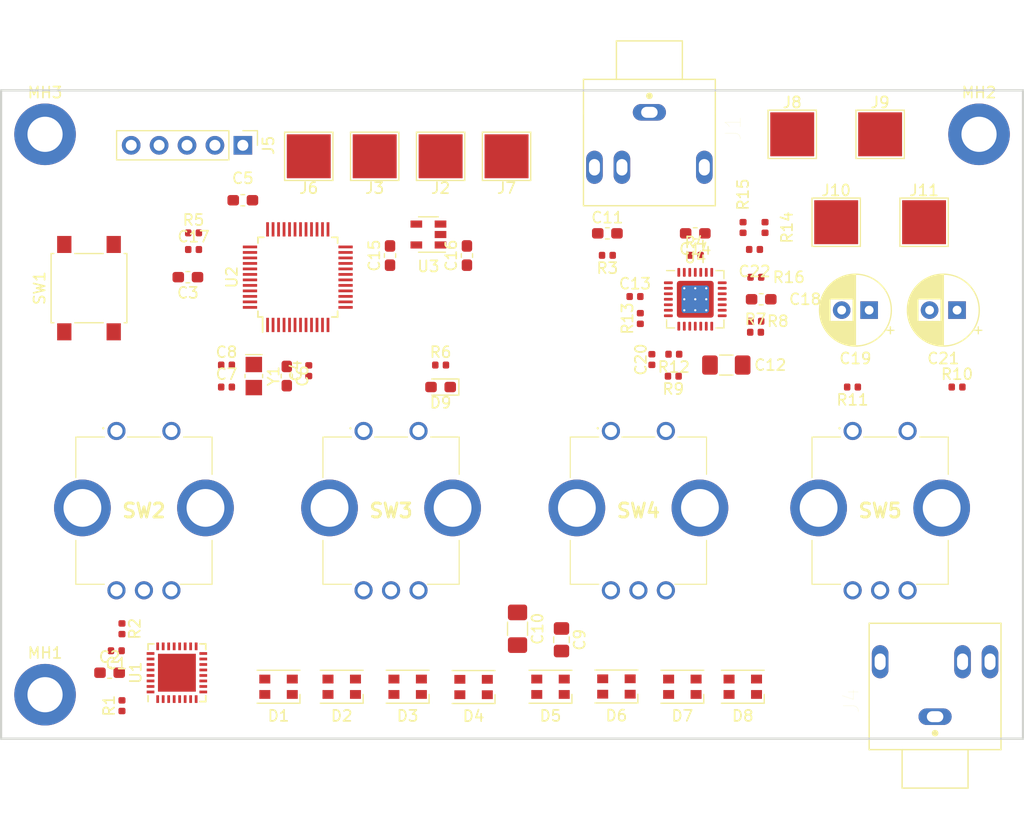
<source format=kicad_pcb>
(kicad_pcb (version 20171130) (host pcbnew "(5.0.0)")

  (general
    (thickness 1.6)
    (drawings 4)
    (tracks 0)
    (zones 0)
    (modules 71)
    (nets 94)
  )

  (page A4)
  (layers
    (0 F.Cu signal)
    (31 B.Cu signal)
    (32 B.Adhes user)
    (33 F.Adhes user)
    (34 B.Paste user)
    (35 F.Paste user)
    (36 B.SilkS user)
    (37 F.SilkS user hide)
    (38 B.Mask user)
    (39 F.Mask user)
    (40 Dwgs.User user)
    (41 Cmts.User user)
    (42 Eco1.User user)
    (43 Eco2.User user)
    (44 Edge.Cuts user)
    (45 Margin user)
    (46 B.CrtYd user)
    (47 F.CrtYd user)
    (48 B.Fab user)
    (49 F.Fab user hide)
  )

  (setup
    (last_trace_width 0.25)
    (user_trace_width 0.1524)
    (user_trace_width 0.2032)
    (user_trace_width 0.254)
    (user_trace_width 0.381)
    (user_trace_width 0.508)
    (trace_clearance 0.2)
    (zone_clearance 0.508)
    (zone_45_only no)
    (trace_min 0.1)
    (segment_width 0.2)
    (edge_width 0.15)
    (via_size 0.8)
    (via_drill 0.4)
    (via_min_size 0.4)
    (via_min_drill 0.3)
    (uvia_size 0.3)
    (uvia_drill 0.1)
    (uvias_allowed no)
    (uvia_min_size 0.2)
    (uvia_min_drill 0.1)
    (pcb_text_width 0.3)
    (pcb_text_size 1.5 1.5)
    (mod_edge_width 0.15)
    (mod_text_size 1 1)
    (mod_text_width 0.15)
    (pad_size 4 4)
    (pad_drill 0)
    (pad_to_mask_clearance 0.2)
    (aux_axis_origin 0 0)
    (visible_elements 7FFFF7FF)
    (pcbplotparams
      (layerselection 0x010fc_ffffffff)
      (usegerberextensions false)
      (usegerberattributes false)
      (usegerberadvancedattributes false)
      (creategerberjobfile false)
      (excludeedgelayer true)
      (linewidth 0.100000)
      (plotframeref false)
      (viasonmask false)
      (mode 1)
      (useauxorigin false)
      (hpglpennumber 1)
      (hpglpenspeed 20)
      (hpglpendiameter 15.000000)
      (psnegative false)
      (psa4output false)
      (plotreference true)
      (plotvalue true)
      (plotinvisibletext false)
      (padsonsilk false)
      (subtractmaskfromsilk false)
      (outputformat 1)
      (mirror false)
      (drillshape 1)
      (scaleselection 1)
      (outputdirectory ""))
  )

  (net 0 "")
  (net 1 GND)
  (net 2 +3V3)
  (net 3 +5V)
  (net 4 /RESET')
  (net 5 "Net-(C18-Pad2)")
  (net 6 /OUTL+)
  (net 7 "Net-(C19-Pad2)")
  (net 8 "Net-(C20-Pad2)")
  (net 9 /GAINLB)
  (net 10 "Net-(C21-Pad2)")
  (net 11 /OUTR+)
  (net 12 /GAINRB)
  (net 13 "Net-(C22-Pad2)")
  (net 14 /D1_R)
  (net 15 /D1_G)
  (net 16 /D5_G)
  (net 17 /D5_R)
  (net 18 /D2_R)
  (net 19 /D2_G)
  (net 20 /D6_R)
  (net 21 /D6_G)
  (net 22 /D3_G)
  (net 23 /D3_R)
  (net 24 /D7_G)
  (net 25 /D7_R)
  (net 26 /D4_R)
  (net 27 /D4_G)
  (net 28 /D8_G)
  (net 29 /D8_R)
  (net 30 "Net-(D9-Pad1)")
  (net 31 /D13_LED)
  (net 32 "Net-(J1-Pad4)")
  (net 33 /TN)
  (net 34 /SWCLK)
  (net 35 /SWDIO)
  (net 36 /OUTR-)
  (net 37 /OUTL-)
  (net 38 /LED_OFF)
  (net 39 "Net-(R2-Pad2)")
  (net 40 /INL1)
  (net 41 /INR1)
  (net 42 /GAINLA)
  (net 43 /GAINRA)
  (net 44 /D1_B)
  (net 45 /D2_B)
  (net 46 /D3_B)
  (net 47 /D4_B)
  (net 48 /D5_B)
  (net 49 /D6_B)
  (net 50 /D7_B)
  (net 51 /D8_B)
  (net 52 "Net-(U1-Pad25)")
  (net 53 /LED_LATCH)
  (net 54 /LED_CLK)
  (net 55 /LED_DATA)
  (net 56 "Net-(U2-Pad3)")
  (net 57 "Net-(U2-Pad4)")
  (net 58 /IN1')
  (net 59 /MUTE)
  (net 60 "Net-(U2-Pad9)")
  (net 61 "Net-(U2-Pad14)")
  (net 62 /ROT1_A)
  (net 63 /ROT1_B)
  (net 64 /GAINA')
  (net 65 /HPS_EN)
  (net 66 /ROT1_SW)
  (net 67 "Net-(U2-Pad22)")
  (net 68 /ROT2_A)
  (net 69 /ROT2_B)
  (net 70 /ROT2_SW)
  (net 71 /ROT3_A)
  (net 72 /ROT3_B)
  (net 73 /ROT3_SW)
  (net 74 /ROT4_A)
  (net 75 /ROT4_B)
  (net 76 /ROT4_SW)
  (net 77 "Net-(U2-Pad37)")
  (net 78 "Net-(U2-Pad38)")
  (net 79 "Net-(U2-Pad39)")
  (net 80 "Net-(U2-Pad41)")
  (net 81 /SHDN')
  (net 82 "Net-(U2-Pad48)")
  (net 83 "Net-(U3-Pad4)")
  (net 84 "Net-(C3-Pad1)")
  (net 85 "Net-(C7-Pad2)")
  (net 86 "Net-(C8-Pad2)")
  (net 87 "Net-(C11-Pad1)")
  (net 88 "Net-(C11-Pad2)")
  (net 89 "Net-(C14-Pad2)")
  (net 90 "Net-(C14-Pad1)")
  (net 91 "Net-(R8-Pad1)")
  (net 92 /USB_D-)
  (net 93 /USB_D+)

  (net_class Default "This is the default net class."
    (clearance 0.2)
    (trace_width 0.25)
    (via_dia 0.8)
    (via_drill 0.4)
    (uvia_dia 0.3)
    (uvia_drill 0.1)
    (diff_pair_gap 0.2)
    (diff_pair_width 0.25)
    (add_net +3V3)
    (add_net +5V)
    (add_net /D13_LED)
    (add_net /D1_B)
    (add_net /D1_G)
    (add_net /D1_R)
    (add_net /D2_B)
    (add_net /D2_G)
    (add_net /D2_R)
    (add_net /D3_B)
    (add_net /D3_G)
    (add_net /D3_R)
    (add_net /D4_B)
    (add_net /D4_G)
    (add_net /D4_R)
    (add_net /D5_B)
    (add_net /D5_G)
    (add_net /D5_R)
    (add_net /D6_B)
    (add_net /D6_G)
    (add_net /D6_R)
    (add_net /D7_B)
    (add_net /D7_G)
    (add_net /D7_R)
    (add_net /D8_B)
    (add_net /D8_G)
    (add_net /D8_R)
    (add_net /GAINA')
    (add_net /GAINLA)
    (add_net /GAINLB)
    (add_net /GAINRA)
    (add_net /GAINRB)
    (add_net /HPS_EN)
    (add_net /IN1')
    (add_net /INL1)
    (add_net /INR1)
    (add_net /LED_CLK)
    (add_net /LED_DATA)
    (add_net /LED_LATCH)
    (add_net /LED_OFF)
    (add_net /MUTE)
    (add_net /OUTL+)
    (add_net /OUTL-)
    (add_net /OUTR+)
    (add_net /OUTR-)
    (add_net /RESET')
    (add_net /ROT1_A)
    (add_net /ROT1_B)
    (add_net /ROT1_SW)
    (add_net /ROT2_A)
    (add_net /ROT2_B)
    (add_net /ROT2_SW)
    (add_net /ROT3_A)
    (add_net /ROT3_B)
    (add_net /ROT3_SW)
    (add_net /ROT4_A)
    (add_net /ROT4_B)
    (add_net /ROT4_SW)
    (add_net /SHDN')
    (add_net /SWCLK)
    (add_net /SWDIO)
    (add_net /TN)
    (add_net /USB_D+)
    (add_net /USB_D-)
    (add_net GND)
    (add_net "Net-(C11-Pad1)")
    (add_net "Net-(C11-Pad2)")
    (add_net "Net-(C14-Pad1)")
    (add_net "Net-(C14-Pad2)")
    (add_net "Net-(C18-Pad2)")
    (add_net "Net-(C19-Pad2)")
    (add_net "Net-(C20-Pad2)")
    (add_net "Net-(C21-Pad2)")
    (add_net "Net-(C22-Pad2)")
    (add_net "Net-(C3-Pad1)")
    (add_net "Net-(C7-Pad2)")
    (add_net "Net-(C8-Pad2)")
    (add_net "Net-(D9-Pad1)")
    (add_net "Net-(J1-Pad4)")
    (add_net "Net-(R2-Pad2)")
    (add_net "Net-(R8-Pad1)")
    (add_net "Net-(U1-Pad25)")
    (add_net "Net-(U2-Pad14)")
    (add_net "Net-(U2-Pad22)")
    (add_net "Net-(U2-Pad3)")
    (add_net "Net-(U2-Pad37)")
    (add_net "Net-(U2-Pad38)")
    (add_net "Net-(U2-Pad39)")
    (add_net "Net-(U2-Pad4)")
    (add_net "Net-(U2-Pad41)")
    (add_net "Net-(U2-Pad48)")
    (add_net "Net-(U2-Pad9)")
    (add_net "Net-(U3-Pad4)")
  )

  (net_class Small ""
    (clearance 0.1)
    (trace_width 0.127)
    (via_dia 0.8)
    (via_drill 0.4)
    (uvia_dia 0.3)
    (uvia_drill 0.1)
    (diff_pair_gap 0.2)
    (diff_pair_width 0.25)
  )

  (module "SJ1-3544 - Audio Jack:CUI_SJ1-3544" (layer F.Cu) (tedit 6032382A) (tstamp 606DF675)
    (at 169 69 270)
    (path /60761776)
    (fp_text reference J1 (at 1.44603 -7.62439 270) (layer F.SilkS)
      (effects (font (size 1.400992 1.400992) (thickness 0.015)))
    )
    (fp_text value SJ1-3544 (at 7.79742 8.002465 270) (layer F.Fab)
      (effects (font (size 1.400433 1.400433) (thickness 0.015)))
    )
    (fp_line (start -3 -6) (end 8.5 -6) (layer F.Fab) (width 0.127))
    (fp_line (start 8.5 -6) (end 8.5 6) (layer F.Fab) (width 0.127))
    (fp_line (start 8.5 6) (end -3 6) (layer F.Fab) (width 0.127))
    (fp_line (start -3 6) (end -3 3) (layer F.Fab) (width 0.127))
    (fp_line (start -3 3) (end -3 -3) (layer F.Fab) (width 0.127))
    (fp_line (start -3 -3) (end -3 -6) (layer F.Fab) (width 0.127))
    (fp_line (start -3 -3) (end -6.5 -3) (layer F.Fab) (width 0.127))
    (fp_line (start -6.5 -3) (end -6.5 3) (layer F.Fab) (width 0.127))
    (fp_line (start -6.5 3) (end -3 3) (layer F.Fab) (width 0.127))
    (fp_line (start -3 -6) (end 8.5 -6) (layer F.SilkS) (width 0.127))
    (fp_line (start 8.5 -6) (end 8.5 6) (layer F.SilkS) (width 0.127))
    (fp_line (start 8.5 6) (end -3 6) (layer F.SilkS) (width 0.127))
    (fp_line (start -6.75 -6.25) (end 8.75 -6.25) (layer F.CrtYd) (width 0.05))
    (fp_line (start 8.75 -6.25) (end 8.75 6.25) (layer F.CrtYd) (width 0.05))
    (fp_line (start 8.75 6.25) (end -6.75 6.25) (layer F.CrtYd) (width 0.05))
    (fp_line (start -6.75 6.25) (end -6.75 -6.25) (layer F.CrtYd) (width 0.05))
    (fp_circle (center -1.5 0) (end -1.35 0) (layer F.SilkS) (width 0.3))
    (fp_line (start -3 -6) (end -3 -3) (layer F.SilkS) (width 0.127))
    (fp_line (start -3 -3) (end -3 3) (layer F.SilkS) (width 0.127))
    (fp_line (start -3 3) (end -3 6) (layer F.SilkS) (width 0.127))
    (fp_line (start -3 -3) (end -6.5 -3) (layer F.SilkS) (width 0.127))
    (fp_line (start -6.5 -3) (end -6.5 3) (layer F.SilkS) (width 0.127))
    (fp_line (start -6.5 3) (end -3 3) (layer F.SilkS) (width 0.127))
    (fp_line (start -10.16 0) (end 11.43 0) (layer Dwgs.User) (width 0.127))
    (pad 1 thru_hole oval (at 0 0 270) (size 1.508 3.016) (drill oval 1 1.5) (layers *.Cu *.Mask)
      (net 1 GND))
    (pad 2 thru_hole oval (at 5 5 270) (size 3.016 1.508) (drill oval 1.5 1) (layers *.Cu *.Mask)
      (net 87 "Net-(C11-Pad1)"))
    (pad 3 thru_hole oval (at 5 -5 270) (size 3.016 1.508) (drill oval 1.5 1) (layers *.Cu *.Mask)
      (net 90 "Net-(C14-Pad1)"))
    (pad None np_thru_hole circle (at 5 0 270) (size 1.6 1.6) (drill 1.6) (layers *.Cu *.Mask))
    (pad None np_thru_hole circle (at 0 5 270) (size 1.6 1.6) (drill 1.6) (layers *.Cu *.Mask))
    (pad None np_thru_hole circle (at 0 -5 270) (size 1.6 1.6) (drill 1.6) (layers *.Cu *.Mask))
    (pad 4 thru_hole oval (at 5 2.5 270) (size 3.016 1.508) (drill oval 1.5 1) (layers *.Cu *.Mask)
      (net 32 "Net-(J1-Pad4)"))
    (model "C:/Users/Ahkeel Mohideen/Google Drive/Personal STEM Projects/The Volume Mixer/TheVolumeMixer/Notes/SJ1-3544 - Audio Jack/CUI_DEVICES_SJ1-3544.step"
      (offset (xyz -6 0 6.5))
      (scale (xyz 1 1 1))
      (rotate (xyz 0 0 180))
    )
  )

  (module "SJ1-3544 - Audio Jack:CUI_SJ1-3544" (layer F.Cu) (tedit 6032382A) (tstamp 606DF6B4)
    (at 195 124 90)
    (path /608466BF)
    (fp_text reference J4 (at 1.44603 -7.62439 90) (layer F.SilkS)
      (effects (font (size 1.400992 1.400992) (thickness 0.015)))
    )
    (fp_text value SJ1-3544 (at 7.79742 8.002465 90) (layer F.Fab)
      (effects (font (size 1.400433 1.400433) (thickness 0.015)))
    )
    (fp_line (start -3 -6) (end 8.5 -6) (layer F.Fab) (width 0.127))
    (fp_line (start 8.5 -6) (end 8.5 6) (layer F.Fab) (width 0.127))
    (fp_line (start 8.5 6) (end -3 6) (layer F.Fab) (width 0.127))
    (fp_line (start -3 6) (end -3 3) (layer F.Fab) (width 0.127))
    (fp_line (start -3 3) (end -3 -3) (layer F.Fab) (width 0.127))
    (fp_line (start -3 -3) (end -3 -6) (layer F.Fab) (width 0.127))
    (fp_line (start -3 -3) (end -6.5 -3) (layer F.Fab) (width 0.127))
    (fp_line (start -6.5 -3) (end -6.5 3) (layer F.Fab) (width 0.127))
    (fp_line (start -6.5 3) (end -3 3) (layer F.Fab) (width 0.127))
    (fp_line (start -3 -6) (end 8.5 -6) (layer F.SilkS) (width 0.127))
    (fp_line (start 8.5 -6) (end 8.5 6) (layer F.SilkS) (width 0.127))
    (fp_line (start 8.5 6) (end -3 6) (layer F.SilkS) (width 0.127))
    (fp_line (start -6.75 -6.25) (end 8.75 -6.25) (layer F.CrtYd) (width 0.05))
    (fp_line (start 8.75 -6.25) (end 8.75 6.25) (layer F.CrtYd) (width 0.05))
    (fp_line (start 8.75 6.25) (end -6.75 6.25) (layer F.CrtYd) (width 0.05))
    (fp_line (start -6.75 6.25) (end -6.75 -6.25) (layer F.CrtYd) (width 0.05))
    (fp_circle (center -1.5 0) (end -1.35 0) (layer F.SilkS) (width 0.3))
    (fp_line (start -3 -6) (end -3 -3) (layer F.SilkS) (width 0.127))
    (fp_line (start -3 -3) (end -3 3) (layer F.SilkS) (width 0.127))
    (fp_line (start -3 3) (end -3 6) (layer F.SilkS) (width 0.127))
    (fp_line (start -3 -3) (end -6.5 -3) (layer F.SilkS) (width 0.127))
    (fp_line (start -6.5 -3) (end -6.5 3) (layer F.SilkS) (width 0.127))
    (fp_line (start -6.5 3) (end -3 3) (layer F.SilkS) (width 0.127))
    (fp_line (start -10.16 0) (end 11.43 0) (layer Dwgs.User) (width 0.127))
    (pad 1 thru_hole oval (at 0 0 90) (size 1.508 3.016) (drill oval 1 1.5) (layers *.Cu *.Mask)
      (net 1 GND))
    (pad 2 thru_hole oval (at 5 5 90) (size 3.016 1.508) (drill oval 1.5 1) (layers *.Cu *.Mask)
      (net 7 "Net-(C19-Pad2)"))
    (pad 3 thru_hole oval (at 5 -5 90) (size 3.016 1.508) (drill oval 1.5 1) (layers *.Cu *.Mask)
      (net 10 "Net-(C21-Pad2)"))
    (pad None np_thru_hole circle (at 5 0 90) (size 1.6 1.6) (drill 1.6) (layers *.Cu *.Mask))
    (pad None np_thru_hole circle (at 0 5 90) (size 1.6 1.6) (drill 1.6) (layers *.Cu *.Mask))
    (pad None np_thru_hole circle (at 0 -5 90) (size 1.6 1.6) (drill 1.6) (layers *.Cu *.Mask))
    (pad 4 thru_hole oval (at 5 2.5 90) (size 3.016 1.508) (drill oval 1.5 1) (layers *.Cu *.Mask)
      (net 33 /TN))
    (model "C:/Users/Ahkeel Mohideen/Google Drive/Personal STEM Projects/The Volume Mixer/TheVolumeMixer/Notes/SJ1-3544 - Audio Jack/CUI_DEVICES_SJ1-3544.step"
      (offset (xyz -6 0 6.5))
      (scale (xyz 1 1 1))
      (rotate (xyz 0 0 180))
    )
  )

  (module "PEC11R-4215K-S0012 Rotary Encoder:PEC11R4220KS0024" (layer F.Cu) (tedit 60323761) (tstamp 606DF88E)
    (at 123 98)
    (descr PEC11R-4220K-S0024‎-1)
    (tags Hardware)
    (path /6027AEA9)
    (fp_text reference SW2 (at 0 7.25) (layer F.SilkS)
      (effects (font (size 1.27 1.27) (thickness 0.254)))
    )
    (fp_text value Rotary_Encoder_Switch (at 0 7.25) (layer F.SilkS) hide
      (effects (font (size 1.27 1.27) (thickness 0.254)))
    )
    (fp_text user %R (at 0 7.25) (layer F.Fab)
      (effects (font (size 1.27 1.27) (thickness 0.254)))
    )
    (fp_line (start -6.2 0.55) (end 6.2 0.55) (layer F.Fab) (width 0.2))
    (fp_line (start 6.2 0.55) (end 6.2 13.95) (layer F.Fab) (width 0.2))
    (fp_line (start 6.2 13.95) (end -6.2 13.95) (layer F.Fab) (width 0.2))
    (fp_line (start -6.2 13.95) (end -6.2 0.55) (layer F.Fab) (width 0.2))
    (fp_line (start -9.28 -1.825) (end 9.28 -1.825) (layer F.CrtYd) (width 0.1))
    (fp_line (start 9.28 -1.825) (end 9.28 16.325) (layer F.CrtYd) (width 0.1))
    (fp_line (start 9.28 16.325) (end -9.28 16.325) (layer F.CrtYd) (width 0.1))
    (fp_line (start -9.28 16.325) (end -9.28 -1.825) (layer F.CrtYd) (width 0.1))
    (fp_line (start -3.6 0.55) (end -6.2 0.55) (layer F.SilkS) (width 0.1))
    (fp_line (start -6.2 0.55) (end -6.2 4.25) (layer F.SilkS) (width 0.1))
    (fp_line (start -6.2 9.95) (end -6.2 13.95) (layer F.SilkS) (width 0.1))
    (fp_line (start -6.2 13.95) (end -3.6 13.95) (layer F.SilkS) (width 0.1))
    (fp_line (start 3.3 13.95) (end 6.2 13.95) (layer F.SilkS) (width 0.1))
    (fp_line (start 6.2 13.95) (end 6.2 9.95) (layer F.SilkS) (width 0.1))
    (fp_line (start -1.5 0.55) (end 1.5 0.55) (layer F.SilkS) (width 0.1))
    (fp_line (start 3.6 0.55) (end 6.2 0.55) (layer F.SilkS) (width 0.1))
    (fp_line (start 6.2 0.55) (end 6.2 3.95) (layer F.SilkS) (width 0.1))
    (fp_line (start -3.7 -0.3) (end -3.7 -0.3) (layer F.SilkS) (width 0.1))
    (fp_line (start -3.7 -0.2) (end -3.7 -0.2) (layer F.SilkS) (width 0.1))
    (fp_arc (start -3.7 -0.25) (end -3.7 -0.3) (angle -180) (layer F.SilkS) (width 0.1))
    (fp_arc (start -3.7 -0.25) (end -3.7 -0.2) (angle -180) (layer F.SilkS) (width 0.1))
    (pad S1 thru_hole circle (at -2.5 0) (size 1.65 1.65) (drill 1.1) (layers *.Cu *.Mask)
      (net 66 /ROT1_SW))
    (pad S2 thru_hole circle (at 2.5 0) (size 1.65 1.65) (drill 1.1) (layers *.Cu *.Mask)
      (net 1 GND))
    (pad A thru_hole circle (at -2.5 14.5) (size 1.65 1.65) (drill 1.1) (layers *.Cu *.Mask)
      (net 62 /ROT1_A))
    (pad B thru_hole circle (at 2.5 14.5) (size 1.65 1.65) (drill 1.1) (layers *.Cu *.Mask)
      (net 63 /ROT1_B))
    (pad C thru_hole circle (at 0 14.5) (size 1.65 1.65) (drill 1.1) (layers *.Cu *.Mask)
      (net 1 GND))
    (pad MH1 thru_hole circle (at -5.6 7) (size 5.16 5.16) (drill 3.44) (layers *.Cu *.Mask))
    (pad MH2 thru_hole circle (at 5.6 7) (size 5.16 5.16) (drill 3.44) (layers *.Cu *.Mask))
    (model "C:/Users/Ahkeel Mohideen/Google Drive/Personal STEM Projects/The Volume Mixer/TheVolumeMixer/Notes/PEC11R-4215K-S0012 Rotary Encoder/pec11r-4x15k-sxxxx.stp"
      (offset (xyz 0 -7.5 5.5))
      (scale (xyz 1 1 1))
      (rotate (xyz -90 0 180))
    )
  )

  (module "PEC11R-4215K-S0012 Rotary Encoder:PEC11R4220KS0024" (layer F.Cu) (tedit 60323761) (tstamp 606DF8AF)
    (at 145.490001 98)
    (descr PEC11R-4220K-S0024‎-1)
    (tags Hardware)
    (path /602EA7C8)
    (fp_text reference SW3 (at 0 7.25) (layer F.SilkS)
      (effects (font (size 1.27 1.27) (thickness 0.254)))
    )
    (fp_text value Rotary_Encoder_Switch (at 0 7.25) (layer F.SilkS) hide
      (effects (font (size 1.27 1.27) (thickness 0.254)))
    )
    (fp_text user %R (at 0 7.25) (layer F.Fab)
      (effects (font (size 1.27 1.27) (thickness 0.254)))
    )
    (fp_line (start -6.2 0.55) (end 6.2 0.55) (layer F.Fab) (width 0.2))
    (fp_line (start 6.2 0.55) (end 6.2 13.95) (layer F.Fab) (width 0.2))
    (fp_line (start 6.2 13.95) (end -6.2 13.95) (layer F.Fab) (width 0.2))
    (fp_line (start -6.2 13.95) (end -6.2 0.55) (layer F.Fab) (width 0.2))
    (fp_line (start -9.28 -1.825) (end 9.28 -1.825) (layer F.CrtYd) (width 0.1))
    (fp_line (start 9.28 -1.825) (end 9.28 16.325) (layer F.CrtYd) (width 0.1))
    (fp_line (start 9.28 16.325) (end -9.28 16.325) (layer F.CrtYd) (width 0.1))
    (fp_line (start -9.28 16.325) (end -9.28 -1.825) (layer F.CrtYd) (width 0.1))
    (fp_line (start -3.6 0.55) (end -6.2 0.55) (layer F.SilkS) (width 0.1))
    (fp_line (start -6.2 0.55) (end -6.2 4.25) (layer F.SilkS) (width 0.1))
    (fp_line (start -6.2 9.95) (end -6.2 13.95) (layer F.SilkS) (width 0.1))
    (fp_line (start -6.2 13.95) (end -3.6 13.95) (layer F.SilkS) (width 0.1))
    (fp_line (start 3.3 13.95) (end 6.2 13.95) (layer F.SilkS) (width 0.1))
    (fp_line (start 6.2 13.95) (end 6.2 9.95) (layer F.SilkS) (width 0.1))
    (fp_line (start -1.5 0.55) (end 1.5 0.55) (layer F.SilkS) (width 0.1))
    (fp_line (start 3.6 0.55) (end 6.2 0.55) (layer F.SilkS) (width 0.1))
    (fp_line (start 6.2 0.55) (end 6.2 3.95) (layer F.SilkS) (width 0.1))
    (fp_line (start -3.7 -0.3) (end -3.7 -0.3) (layer F.SilkS) (width 0.1))
    (fp_line (start -3.7 -0.2) (end -3.7 -0.2) (layer F.SilkS) (width 0.1))
    (fp_arc (start -3.7 -0.25) (end -3.7 -0.3) (angle -180) (layer F.SilkS) (width 0.1))
    (fp_arc (start -3.7 -0.25) (end -3.7 -0.2) (angle -180) (layer F.SilkS) (width 0.1))
    (pad S1 thru_hole circle (at -2.5 0) (size 1.65 1.65) (drill 1.1) (layers *.Cu *.Mask)
      (net 70 /ROT2_SW))
    (pad S2 thru_hole circle (at 2.5 0) (size 1.65 1.65) (drill 1.1) (layers *.Cu *.Mask)
      (net 1 GND))
    (pad A thru_hole circle (at -2.5 14.5) (size 1.65 1.65) (drill 1.1) (layers *.Cu *.Mask)
      (net 68 /ROT2_A))
    (pad B thru_hole circle (at 2.5 14.5) (size 1.65 1.65) (drill 1.1) (layers *.Cu *.Mask)
      (net 69 /ROT2_B))
    (pad C thru_hole circle (at 0 14.5) (size 1.65 1.65) (drill 1.1) (layers *.Cu *.Mask)
      (net 1 GND))
    (pad MH1 thru_hole circle (at -5.6 7) (size 5.16 5.16) (drill 3.44) (layers *.Cu *.Mask))
    (pad MH2 thru_hole circle (at 5.6 7) (size 5.16 5.16) (drill 3.44) (layers *.Cu *.Mask))
    (model "C:/Users/Ahkeel Mohideen/Google Drive/Personal STEM Projects/The Volume Mixer/TheVolumeMixer/Notes/PEC11R-4215K-S0012 Rotary Encoder/pec11r-4x15k-sxxxx.stp"
      (offset (xyz 0 -7.5 5.5))
      (scale (xyz 1 1 1))
      (rotate (xyz -90 0 180))
    )
  )

  (module "PEC11R-4215K-S0012 Rotary Encoder:PEC11R4220KS0024" (layer F.Cu) (tedit 60323761) (tstamp 606DF8D0)
    (at 168 98)
    (descr PEC11R-4220K-S0024‎-1)
    (tags Hardware)
    (path /603045FE)
    (fp_text reference SW4 (at 0 7.25) (layer F.SilkS)
      (effects (font (size 1.27 1.27) (thickness 0.254)))
    )
    (fp_text value Rotary_Encoder_Switch (at 0 7.25) (layer F.SilkS) hide
      (effects (font (size 1.27 1.27) (thickness 0.254)))
    )
    (fp_text user %R (at 0 7.25) (layer F.Fab)
      (effects (font (size 1.27 1.27) (thickness 0.254)))
    )
    (fp_line (start -6.2 0.55) (end 6.2 0.55) (layer F.Fab) (width 0.2))
    (fp_line (start 6.2 0.55) (end 6.2 13.95) (layer F.Fab) (width 0.2))
    (fp_line (start 6.2 13.95) (end -6.2 13.95) (layer F.Fab) (width 0.2))
    (fp_line (start -6.2 13.95) (end -6.2 0.55) (layer F.Fab) (width 0.2))
    (fp_line (start -9.28 -1.825) (end 9.28 -1.825) (layer F.CrtYd) (width 0.1))
    (fp_line (start 9.28 -1.825) (end 9.28 16.325) (layer F.CrtYd) (width 0.1))
    (fp_line (start 9.28 16.325) (end -9.28 16.325) (layer F.CrtYd) (width 0.1))
    (fp_line (start -9.28 16.325) (end -9.28 -1.825) (layer F.CrtYd) (width 0.1))
    (fp_line (start -3.6 0.55) (end -6.2 0.55) (layer F.SilkS) (width 0.1))
    (fp_line (start -6.2 0.55) (end -6.2 4.25) (layer F.SilkS) (width 0.1))
    (fp_line (start -6.2 9.95) (end -6.2 13.95) (layer F.SilkS) (width 0.1))
    (fp_line (start -6.2 13.95) (end -3.6 13.95) (layer F.SilkS) (width 0.1))
    (fp_line (start 3.3 13.95) (end 6.2 13.95) (layer F.SilkS) (width 0.1))
    (fp_line (start 6.2 13.95) (end 6.2 9.95) (layer F.SilkS) (width 0.1))
    (fp_line (start -1.5 0.55) (end 1.5 0.55) (layer F.SilkS) (width 0.1))
    (fp_line (start 3.6 0.55) (end 6.2 0.55) (layer F.SilkS) (width 0.1))
    (fp_line (start 6.2 0.55) (end 6.2 3.95) (layer F.SilkS) (width 0.1))
    (fp_line (start -3.7 -0.3) (end -3.7 -0.3) (layer F.SilkS) (width 0.1))
    (fp_line (start -3.7 -0.2) (end -3.7 -0.2) (layer F.SilkS) (width 0.1))
    (fp_arc (start -3.7 -0.25) (end -3.7 -0.3) (angle -180) (layer F.SilkS) (width 0.1))
    (fp_arc (start -3.7 -0.25) (end -3.7 -0.2) (angle -180) (layer F.SilkS) (width 0.1))
    (pad S1 thru_hole circle (at -2.5 0) (size 1.65 1.65) (drill 1.1) (layers *.Cu *.Mask)
      (net 73 /ROT3_SW))
    (pad S2 thru_hole circle (at 2.5 0) (size 1.65 1.65) (drill 1.1) (layers *.Cu *.Mask)
      (net 1 GND))
    (pad A thru_hole circle (at -2.5 14.5) (size 1.65 1.65) (drill 1.1) (layers *.Cu *.Mask)
      (net 71 /ROT3_A))
    (pad B thru_hole circle (at 2.5 14.5) (size 1.65 1.65) (drill 1.1) (layers *.Cu *.Mask)
      (net 72 /ROT3_B))
    (pad C thru_hole circle (at 0 14.5) (size 1.65 1.65) (drill 1.1) (layers *.Cu *.Mask)
      (net 1 GND))
    (pad MH1 thru_hole circle (at -5.6 7) (size 5.16 5.16) (drill 3.44) (layers *.Cu *.Mask))
    (pad MH2 thru_hole circle (at 5.6 7) (size 5.16 5.16) (drill 3.44) (layers *.Cu *.Mask))
    (model "C:/Users/Ahkeel Mohideen/Google Drive/Personal STEM Projects/The Volume Mixer/TheVolumeMixer/Notes/PEC11R-4215K-S0012 Rotary Encoder/pec11r-4x15k-sxxxx.stp"
      (offset (xyz 0 -7.5 5.5))
      (scale (xyz 1 1 1))
      (rotate (xyz -90 0 180))
    )
  )

  (module "PEC11R-4215K-S0012 Rotary Encoder:PEC11R4220KS0024" (layer F.Cu) (tedit 60323761) (tstamp 606DF8F1)
    (at 190 98)
    (descr PEC11R-4220K-S0024‎-1)
    (tags Hardware)
    (path /60304604)
    (fp_text reference SW5 (at 0 7.25) (layer F.SilkS)
      (effects (font (size 1.27 1.27) (thickness 0.254)))
    )
    (fp_text value Rotary_Encoder_Switch (at 0 7.25) (layer F.SilkS) hide
      (effects (font (size 1.27 1.27) (thickness 0.254)))
    )
    (fp_text user %R (at 0 7.25) (layer F.Fab)
      (effects (font (size 1.27 1.27) (thickness 0.254)))
    )
    (fp_line (start -6.2 0.55) (end 6.2 0.55) (layer F.Fab) (width 0.2))
    (fp_line (start 6.2 0.55) (end 6.2 13.95) (layer F.Fab) (width 0.2))
    (fp_line (start 6.2 13.95) (end -6.2 13.95) (layer F.Fab) (width 0.2))
    (fp_line (start -6.2 13.95) (end -6.2 0.55) (layer F.Fab) (width 0.2))
    (fp_line (start -9.28 -1.825) (end 9.28 -1.825) (layer F.CrtYd) (width 0.1))
    (fp_line (start 9.28 -1.825) (end 9.28 16.325) (layer F.CrtYd) (width 0.1))
    (fp_line (start 9.28 16.325) (end -9.28 16.325) (layer F.CrtYd) (width 0.1))
    (fp_line (start -9.28 16.325) (end -9.28 -1.825) (layer F.CrtYd) (width 0.1))
    (fp_line (start -3.6 0.55) (end -6.2 0.55) (layer F.SilkS) (width 0.1))
    (fp_line (start -6.2 0.55) (end -6.2 4.25) (layer F.SilkS) (width 0.1))
    (fp_line (start -6.2 9.95) (end -6.2 13.95) (layer F.SilkS) (width 0.1))
    (fp_line (start -6.2 13.95) (end -3.6 13.95) (layer F.SilkS) (width 0.1))
    (fp_line (start 3.3 13.95) (end 6.2 13.95) (layer F.SilkS) (width 0.1))
    (fp_line (start 6.2 13.95) (end 6.2 9.95) (layer F.SilkS) (width 0.1))
    (fp_line (start -1.5 0.55) (end 1.5 0.55) (layer F.SilkS) (width 0.1))
    (fp_line (start 3.6 0.55) (end 6.2 0.55) (layer F.SilkS) (width 0.1))
    (fp_line (start 6.2 0.55) (end 6.2 3.95) (layer F.SilkS) (width 0.1))
    (fp_line (start -3.7 -0.3) (end -3.7 -0.3) (layer F.SilkS) (width 0.1))
    (fp_line (start -3.7 -0.2) (end -3.7 -0.2) (layer F.SilkS) (width 0.1))
    (fp_arc (start -3.7 -0.25) (end -3.7 -0.3) (angle -180) (layer F.SilkS) (width 0.1))
    (fp_arc (start -3.7 -0.25) (end -3.7 -0.2) (angle -180) (layer F.SilkS) (width 0.1))
    (pad S1 thru_hole circle (at -2.5 0) (size 1.65 1.65) (drill 1.1) (layers *.Cu *.Mask)
      (net 76 /ROT4_SW))
    (pad S2 thru_hole circle (at 2.5 0) (size 1.65 1.65) (drill 1.1) (layers *.Cu *.Mask)
      (net 1 GND))
    (pad A thru_hole circle (at -2.5 14.5) (size 1.65 1.65) (drill 1.1) (layers *.Cu *.Mask)
      (net 74 /ROT4_A))
    (pad B thru_hole circle (at 2.5 14.5) (size 1.65 1.65) (drill 1.1) (layers *.Cu *.Mask)
      (net 75 /ROT4_B))
    (pad C thru_hole circle (at 0 14.5) (size 1.65 1.65) (drill 1.1) (layers *.Cu *.Mask)
      (net 1 GND))
    (pad MH1 thru_hole circle (at -5.6 7) (size 5.16 5.16) (drill 3.44) (layers *.Cu *.Mask))
    (pad MH2 thru_hole circle (at 5.6 7) (size 5.16 5.16) (drill 3.44) (layers *.Cu *.Mask))
    (model "C:/Users/Ahkeel Mohideen/Google Drive/Personal STEM Projects/The Volume Mixer/TheVolumeMixer/Notes/PEC11R-4215K-S0012 Rotary Encoder/pec11r-4x15k-sxxxx.stp"
      (offset (xyz 0 -7.5 5.5))
      (scale (xyz 1 1 1))
      (rotate (xyz -90 0 180))
    )
  )

  (module Capacitor_SMD:C_0603_1608Metric_Pad1.05x0.95mm_HandSolder (layer F.Cu) (tedit 5B301BBE) (tstamp 606DF335)
    (at 119.875 120)
    (descr "Capacitor SMD 0603 (1608 Metric), square (rectangular) end terminal, IPC_7351 nominal with elongated pad for handsoldering. (Body size source: http://www.tortai-tech.com/upload/download/2011102023233369053.pdf), generated with kicad-footprint-generator")
    (tags "capacitor handsolder")
    (path /608DE160)
    (attr smd)
    (fp_text reference C2 (at 0 -1.43) (layer F.SilkS)
      (effects (font (size 1 1) (thickness 0.15)))
    )
    (fp_text value 1uF (at 0 1.43) (layer F.Fab)
      (effects (font (size 1 1) (thickness 0.15)))
    )
    (fp_line (start -0.8 0.4) (end -0.8 -0.4) (layer F.Fab) (width 0.1))
    (fp_line (start -0.8 -0.4) (end 0.8 -0.4) (layer F.Fab) (width 0.1))
    (fp_line (start 0.8 -0.4) (end 0.8 0.4) (layer F.Fab) (width 0.1))
    (fp_line (start 0.8 0.4) (end -0.8 0.4) (layer F.Fab) (width 0.1))
    (fp_line (start -0.171267 -0.51) (end 0.171267 -0.51) (layer F.SilkS) (width 0.12))
    (fp_line (start -0.171267 0.51) (end 0.171267 0.51) (layer F.SilkS) (width 0.12))
    (fp_line (start -1.65 0.73) (end -1.65 -0.73) (layer F.CrtYd) (width 0.05))
    (fp_line (start -1.65 -0.73) (end 1.65 -0.73) (layer F.CrtYd) (width 0.05))
    (fp_line (start 1.65 -0.73) (end 1.65 0.73) (layer F.CrtYd) (width 0.05))
    (fp_line (start 1.65 0.73) (end -1.65 0.73) (layer F.CrtYd) (width 0.05))
    (fp_text user %R (at 0 0) (layer F.Fab)
      (effects (font (size 0.4 0.4) (thickness 0.06)))
    )
    (pad 1 smd roundrect (at -0.875 0) (size 1.05 0.95) (layers F.Cu F.Paste F.Mask) (roundrect_rratio 0.25)
      (net 1 GND))
    (pad 2 smd roundrect (at 0.875 0) (size 1.05 0.95) (layers F.Cu F.Paste F.Mask) (roundrect_rratio 0.25)
      (net 3 +5V))
    (model ${KISYS3DMOD}/Capacitor_SMD.3dshapes/C_0603_1608Metric.wrl
      (at (xyz 0 0 0))
      (scale (xyz 1 1 1))
      (rotate (xyz 0 0 0))
    )
  )

  (module Capacitor_SMD:C_0603_1608Metric_Pad1.05x0.95mm_HandSolder (layer F.Cu) (tedit 5B301BBE) (tstamp 606DF346)
    (at 127 84 180)
    (descr "Capacitor SMD 0603 (1608 Metric), square (rectangular) end terminal, IPC_7351 nominal with elongated pad for handsoldering. (Body size source: http://www.tortai-tech.com/upload/download/2011102023233369053.pdf), generated with kicad-footprint-generator")
    (tags "capacitor handsolder")
    (path /603C2C6F)
    (attr smd)
    (fp_text reference C3 (at 0 -1.43 180) (layer F.SilkS)
      (effects (font (size 1 1) (thickness 0.15)))
    )
    (fp_text value 1uF (at 0 1.43 180) (layer F.Fab)
      (effects (font (size 1 1) (thickness 0.15)))
    )
    (fp_line (start -0.8 0.4) (end -0.8 -0.4) (layer F.Fab) (width 0.1))
    (fp_line (start -0.8 -0.4) (end 0.8 -0.4) (layer F.Fab) (width 0.1))
    (fp_line (start 0.8 -0.4) (end 0.8 0.4) (layer F.Fab) (width 0.1))
    (fp_line (start 0.8 0.4) (end -0.8 0.4) (layer F.Fab) (width 0.1))
    (fp_line (start -0.171267 -0.51) (end 0.171267 -0.51) (layer F.SilkS) (width 0.12))
    (fp_line (start -0.171267 0.51) (end 0.171267 0.51) (layer F.SilkS) (width 0.12))
    (fp_line (start -1.65 0.73) (end -1.65 -0.73) (layer F.CrtYd) (width 0.05))
    (fp_line (start -1.65 -0.73) (end 1.65 -0.73) (layer F.CrtYd) (width 0.05))
    (fp_line (start 1.65 -0.73) (end 1.65 0.73) (layer F.CrtYd) (width 0.05))
    (fp_line (start 1.65 0.73) (end -1.65 0.73) (layer F.CrtYd) (width 0.05))
    (fp_text user %R (at 0 0 180) (layer F.Fab)
      (effects (font (size 0.4 0.4) (thickness 0.06)))
    )
    (pad 1 smd roundrect (at -0.875 0 180) (size 1.05 0.95) (layers F.Cu F.Paste F.Mask) (roundrect_rratio 0.25)
      (net 84 "Net-(C3-Pad1)"))
    (pad 2 smd roundrect (at 0.875 0 180) (size 1.05 0.95) (layers F.Cu F.Paste F.Mask) (roundrect_rratio 0.25)
      (net 1 GND))
    (model ${KISYS3DMOD}/Capacitor_SMD.3dshapes/C_0603_1608Metric.wrl
      (at (xyz 0 0 0))
      (scale (xyz 1 1 1))
      (rotate (xyz 0 0 0))
    )
  )

  (module Capacitor_SMD:C_0603_1608Metric_Pad1.05x0.95mm_HandSolder (layer F.Cu) (tedit 5B301BBE) (tstamp 606DF368)
    (at 132 77 180)
    (descr "Capacitor SMD 0603 (1608 Metric), square (rectangular) end terminal, IPC_7351 nominal with elongated pad for handsoldering. (Body size source: http://www.tortai-tech.com/upload/download/2011102023233369053.pdf), generated with kicad-footprint-generator")
    (tags "capacitor handsolder")
    (path /61589D47)
    (attr smd)
    (fp_text reference C5 (at 0 2 180) (layer F.SilkS)
      (effects (font (size 1 1) (thickness 0.15)))
    )
    (fp_text value 1uF (at 0 1.43 180) (layer F.Fab)
      (effects (font (size 1 1) (thickness 0.15)))
    )
    (fp_line (start -0.8 0.4) (end -0.8 -0.4) (layer F.Fab) (width 0.1))
    (fp_line (start -0.8 -0.4) (end 0.8 -0.4) (layer F.Fab) (width 0.1))
    (fp_line (start 0.8 -0.4) (end 0.8 0.4) (layer F.Fab) (width 0.1))
    (fp_line (start 0.8 0.4) (end -0.8 0.4) (layer F.Fab) (width 0.1))
    (fp_line (start -0.171267 -0.51) (end 0.171267 -0.51) (layer F.SilkS) (width 0.12))
    (fp_line (start -0.171267 0.51) (end 0.171267 0.51) (layer F.SilkS) (width 0.12))
    (fp_line (start -1.65 0.73) (end -1.65 -0.73) (layer F.CrtYd) (width 0.05))
    (fp_line (start -1.65 -0.73) (end 1.65 -0.73) (layer F.CrtYd) (width 0.05))
    (fp_line (start 1.65 -0.73) (end 1.65 0.73) (layer F.CrtYd) (width 0.05))
    (fp_line (start 1.65 0.73) (end -1.65 0.73) (layer F.CrtYd) (width 0.05))
    (fp_text user %R (at 0 0 180) (layer F.Fab)
      (effects (font (size 0.4 0.4) (thickness 0.06)))
    )
    (pad 1 smd roundrect (at -0.875 0 180) (size 1.05 0.95) (layers F.Cu F.Paste F.Mask) (roundrect_rratio 0.25)
      (net 2 +3V3))
    (pad 2 smd roundrect (at 0.875 0 180) (size 1.05 0.95) (layers F.Cu F.Paste F.Mask) (roundrect_rratio 0.25)
      (net 1 GND))
    (model ${KISYS3DMOD}/Capacitor_SMD.3dshapes/C_0603_1608Metric.wrl
      (at (xyz 0 0 0))
      (scale (xyz 1 1 1))
      (rotate (xyz 0 0 0))
    )
  )

  (module Capacitor_SMD:C_0603_1608Metric_Pad1.05x0.95mm_HandSolder (layer F.Cu) (tedit 5B301BBE) (tstamp 606DF379)
    (at 136 93 270)
    (descr "Capacitor SMD 0603 (1608 Metric), square (rectangular) end terminal, IPC_7351 nominal with elongated pad for handsoldering. (Body size source: http://www.tortai-tech.com/upload/download/2011102023233369053.pdf), generated with kicad-footprint-generator")
    (tags "capacitor handsolder")
    (path /60332646)
    (attr smd)
    (fp_text reference C6 (at 0 -1.43 270) (layer F.SilkS)
      (effects (font (size 1 1) (thickness 0.15)))
    )
    (fp_text value 1uF (at 0 1.43 270) (layer F.Fab)
      (effects (font (size 1 1) (thickness 0.15)))
    )
    (fp_line (start -0.8 0.4) (end -0.8 -0.4) (layer F.Fab) (width 0.1))
    (fp_line (start -0.8 -0.4) (end 0.8 -0.4) (layer F.Fab) (width 0.1))
    (fp_line (start 0.8 -0.4) (end 0.8 0.4) (layer F.Fab) (width 0.1))
    (fp_line (start 0.8 0.4) (end -0.8 0.4) (layer F.Fab) (width 0.1))
    (fp_line (start -0.171267 -0.51) (end 0.171267 -0.51) (layer F.SilkS) (width 0.12))
    (fp_line (start -0.171267 0.51) (end 0.171267 0.51) (layer F.SilkS) (width 0.12))
    (fp_line (start -1.65 0.73) (end -1.65 -0.73) (layer F.CrtYd) (width 0.05))
    (fp_line (start -1.65 -0.73) (end 1.65 -0.73) (layer F.CrtYd) (width 0.05))
    (fp_line (start 1.65 -0.73) (end 1.65 0.73) (layer F.CrtYd) (width 0.05))
    (fp_line (start 1.65 0.73) (end -1.65 0.73) (layer F.CrtYd) (width 0.05))
    (fp_text user %R (at 0 0 270) (layer F.Fab)
      (effects (font (size 0.4 0.4) (thickness 0.06)))
    )
    (pad 1 smd roundrect (at -0.875 0 270) (size 1.05 0.95) (layers F.Cu F.Paste F.Mask) (roundrect_rratio 0.25)
      (net 2 +3V3))
    (pad 2 smd roundrect (at 0.875 0 270) (size 1.05 0.95) (layers F.Cu F.Paste F.Mask) (roundrect_rratio 0.25)
      (net 1 GND))
    (model ${KISYS3DMOD}/Capacitor_SMD.3dshapes/C_0603_1608Metric.wrl
      (at (xyz 0 0 0))
      (scale (xyz 1 1 1))
      (rotate (xyz 0 0 0))
    )
  )

  (module Capacitor_SMD:C_1206_3216Metric_Pad1.42x1.75mm_HandSolder (layer F.Cu) (tedit 5B301BBE) (tstamp 606DF3BD)
    (at 157 116 270)
    (descr "Capacitor SMD 1206 (3216 Metric), square (rectangular) end terminal, IPC_7351 nominal with elongated pad for handsoldering. (Body size source: http://www.tortai-tech.com/upload/download/2011102023233369053.pdf), generated with kicad-footprint-generator")
    (tags "capacitor handsolder")
    (path /602E797D)
    (attr smd)
    (fp_text reference C10 (at 0 -1.82 270) (layer F.SilkS)
      (effects (font (size 1 1) (thickness 0.15)))
    )
    (fp_text value 100uF (at 0 1.82 270) (layer F.Fab)
      (effects (font (size 1 1) (thickness 0.15)))
    )
    (fp_text user %R (at 0 0 270) (layer F.Fab)
      (effects (font (size 0.8 0.8) (thickness 0.12)))
    )
    (fp_line (start 2.45 1.12) (end -2.45 1.12) (layer F.CrtYd) (width 0.05))
    (fp_line (start 2.45 -1.12) (end 2.45 1.12) (layer F.CrtYd) (width 0.05))
    (fp_line (start -2.45 -1.12) (end 2.45 -1.12) (layer F.CrtYd) (width 0.05))
    (fp_line (start -2.45 1.12) (end -2.45 -1.12) (layer F.CrtYd) (width 0.05))
    (fp_line (start -0.602064 0.91) (end 0.602064 0.91) (layer F.SilkS) (width 0.12))
    (fp_line (start -0.602064 -0.91) (end 0.602064 -0.91) (layer F.SilkS) (width 0.12))
    (fp_line (start 1.6 0.8) (end -1.6 0.8) (layer F.Fab) (width 0.1))
    (fp_line (start 1.6 -0.8) (end 1.6 0.8) (layer F.Fab) (width 0.1))
    (fp_line (start -1.6 -0.8) (end 1.6 -0.8) (layer F.Fab) (width 0.1))
    (fp_line (start -1.6 0.8) (end -1.6 -0.8) (layer F.Fab) (width 0.1))
    (pad 2 smd roundrect (at 1.4875 0 270) (size 1.425 1.75) (layers F.Cu F.Paste F.Mask) (roundrect_rratio 0.175439)
      (net 3 +5V))
    (pad 1 smd roundrect (at -1.4875 0 270) (size 1.425 1.75) (layers F.Cu F.Paste F.Mask) (roundrect_rratio 0.175439)
      (net 1 GND))
    (model ${KISYS3DMOD}/Capacitor_SMD.3dshapes/C_1206_3216Metric.wrl
      (at (xyz 0 0 0))
      (scale (xyz 1 1 1))
      (rotate (xyz 0 0 0))
    )
  )

  (module Capacitor_SMD:C_0603_1608Metric_Pad1.05x0.95mm_HandSolder (layer F.Cu) (tedit 5B301BBE) (tstamp 606DF3CE)
    (at 165.175 80.0125)
    (descr "Capacitor SMD 0603 (1608 Metric), square (rectangular) end terminal, IPC_7351 nominal with elongated pad for handsoldering. (Body size source: http://www.tortai-tech.com/upload/download/2011102023233369053.pdf), generated with kicad-footprint-generator")
    (tags "capacitor handsolder")
    (path /6055FF42)
    (attr smd)
    (fp_text reference C11 (at 0 -1.43) (layer F.SilkS)
      (effects (font (size 1 1) (thickness 0.15)))
    )
    (fp_text value 0.68uF (at 0 1.43) (layer F.Fab)
      (effects (font (size 1 1) (thickness 0.15)))
    )
    (fp_line (start -0.8 0.4) (end -0.8 -0.4) (layer F.Fab) (width 0.1))
    (fp_line (start -0.8 -0.4) (end 0.8 -0.4) (layer F.Fab) (width 0.1))
    (fp_line (start 0.8 -0.4) (end 0.8 0.4) (layer F.Fab) (width 0.1))
    (fp_line (start 0.8 0.4) (end -0.8 0.4) (layer F.Fab) (width 0.1))
    (fp_line (start -0.171267 -0.51) (end 0.171267 -0.51) (layer F.SilkS) (width 0.12))
    (fp_line (start -0.171267 0.51) (end 0.171267 0.51) (layer F.SilkS) (width 0.12))
    (fp_line (start -1.65 0.73) (end -1.65 -0.73) (layer F.CrtYd) (width 0.05))
    (fp_line (start -1.65 -0.73) (end 1.65 -0.73) (layer F.CrtYd) (width 0.05))
    (fp_line (start 1.65 -0.73) (end 1.65 0.73) (layer F.CrtYd) (width 0.05))
    (fp_line (start 1.65 0.73) (end -1.65 0.73) (layer F.CrtYd) (width 0.05))
    (fp_text user %R (at 0 0) (layer F.Fab)
      (effects (font (size 0.4 0.4) (thickness 0.06)))
    )
    (pad 1 smd roundrect (at -0.875 0) (size 1.05 0.95) (layers F.Cu F.Paste F.Mask) (roundrect_rratio 0.25)
      (net 87 "Net-(C11-Pad1)"))
    (pad 2 smd roundrect (at 0.875 0) (size 1.05 0.95) (layers F.Cu F.Paste F.Mask) (roundrect_rratio 0.25)
      (net 88 "Net-(C11-Pad2)"))
    (model ${KISYS3DMOD}/Capacitor_SMD.3dshapes/C_0603_1608Metric.wrl
      (at (xyz 0 0 0))
      (scale (xyz 1 1 1))
      (rotate (xyz 0 0 0))
    )
  )

  (module Capacitor_SMD:C_0603_1608Metric_Pad1.05x0.95mm_HandSolder (layer F.Cu) (tedit 5B301BBE) (tstamp 606DF401)
    (at 173.175 80.0125 180)
    (descr "Capacitor SMD 0603 (1608 Metric), square (rectangular) end terminal, IPC_7351 nominal with elongated pad for handsoldering. (Body size source: http://www.tortai-tech.com/upload/download/2011102023233369053.pdf), generated with kicad-footprint-generator")
    (tags "capacitor handsolder")
    (path /60560081)
    (attr smd)
    (fp_text reference C14 (at 0 -1.43 180) (layer F.SilkS)
      (effects (font (size 1 1) (thickness 0.15)))
    )
    (fp_text value 0.68uF (at 0 1.43 180) (layer F.Fab)
      (effects (font (size 1 1) (thickness 0.15)))
    )
    (fp_text user %R (at 0 0 180) (layer F.Fab)
      (effects (font (size 0.4 0.4) (thickness 0.06)))
    )
    (fp_line (start 1.65 0.73) (end -1.65 0.73) (layer F.CrtYd) (width 0.05))
    (fp_line (start 1.65 -0.73) (end 1.65 0.73) (layer F.CrtYd) (width 0.05))
    (fp_line (start -1.65 -0.73) (end 1.65 -0.73) (layer F.CrtYd) (width 0.05))
    (fp_line (start -1.65 0.73) (end -1.65 -0.73) (layer F.CrtYd) (width 0.05))
    (fp_line (start -0.171267 0.51) (end 0.171267 0.51) (layer F.SilkS) (width 0.12))
    (fp_line (start -0.171267 -0.51) (end 0.171267 -0.51) (layer F.SilkS) (width 0.12))
    (fp_line (start 0.8 0.4) (end -0.8 0.4) (layer F.Fab) (width 0.1))
    (fp_line (start 0.8 -0.4) (end 0.8 0.4) (layer F.Fab) (width 0.1))
    (fp_line (start -0.8 -0.4) (end 0.8 -0.4) (layer F.Fab) (width 0.1))
    (fp_line (start -0.8 0.4) (end -0.8 -0.4) (layer F.Fab) (width 0.1))
    (pad 2 smd roundrect (at 0.875 0 180) (size 1.05 0.95) (layers F.Cu F.Paste F.Mask) (roundrect_rratio 0.25)
      (net 89 "Net-(C14-Pad2)"))
    (pad 1 smd roundrect (at -0.875 0 180) (size 1.05 0.95) (layers F.Cu F.Paste F.Mask) (roundrect_rratio 0.25)
      (net 90 "Net-(C14-Pad1)"))
    (model ${KISYS3DMOD}/Capacitor_SMD.3dshapes/C_0603_1608Metric.wrl
      (at (xyz 0 0 0))
      (scale (xyz 1 1 1))
      (rotate (xyz 0 0 0))
    )
  )

  (module Capacitor_SMD:C_0603_1608Metric_Pad1.05x0.95mm_HandSolder (layer F.Cu) (tedit 5B301BBE) (tstamp 606DF412)
    (at 145.394999 82.034999 90)
    (descr "Capacitor SMD 0603 (1608 Metric), square (rectangular) end terminal, IPC_7351 nominal with elongated pad for handsoldering. (Body size source: http://www.tortai-tech.com/upload/download/2011102023233369053.pdf), generated with kicad-footprint-generator")
    (tags "capacitor handsolder")
    (path /602DFDF5)
    (attr smd)
    (fp_text reference C15 (at 0 -1.43 90) (layer F.SilkS)
      (effects (font (size 1 1) (thickness 0.15)))
    )
    (fp_text value 1uF (at 0 1.43 90) (layer F.Fab)
      (effects (font (size 1 1) (thickness 0.15)))
    )
    (fp_text user %R (at 0 0 90) (layer F.Fab)
      (effects (font (size 0.4 0.4) (thickness 0.06)))
    )
    (fp_line (start 1.65 0.73) (end -1.65 0.73) (layer F.CrtYd) (width 0.05))
    (fp_line (start 1.65 -0.73) (end 1.65 0.73) (layer F.CrtYd) (width 0.05))
    (fp_line (start -1.65 -0.73) (end 1.65 -0.73) (layer F.CrtYd) (width 0.05))
    (fp_line (start -1.65 0.73) (end -1.65 -0.73) (layer F.CrtYd) (width 0.05))
    (fp_line (start -0.171267 0.51) (end 0.171267 0.51) (layer F.SilkS) (width 0.12))
    (fp_line (start -0.171267 -0.51) (end 0.171267 -0.51) (layer F.SilkS) (width 0.12))
    (fp_line (start 0.8 0.4) (end -0.8 0.4) (layer F.Fab) (width 0.1))
    (fp_line (start 0.8 -0.4) (end 0.8 0.4) (layer F.Fab) (width 0.1))
    (fp_line (start -0.8 -0.4) (end 0.8 -0.4) (layer F.Fab) (width 0.1))
    (fp_line (start -0.8 0.4) (end -0.8 -0.4) (layer F.Fab) (width 0.1))
    (pad 2 smd roundrect (at 0.875 0 90) (size 1.05 0.95) (layers F.Cu F.Paste F.Mask) (roundrect_rratio 0.25)
      (net 2 +3V3))
    (pad 1 smd roundrect (at -0.875 0 90) (size 1.05 0.95) (layers F.Cu F.Paste F.Mask) (roundrect_rratio 0.25)
      (net 1 GND))
    (model ${KISYS3DMOD}/Capacitor_SMD.3dshapes/C_0603_1608Metric.wrl
      (at (xyz 0 0 0))
      (scale (xyz 1 1 1))
      (rotate (xyz 0 0 0))
    )
  )

  (module Capacitor_SMD:C_0603_1608Metric_Pad1.05x0.95mm_HandSolder (layer F.Cu) (tedit 5B301BBE) (tstamp 606DF423)
    (at 152.394999 82.034999 90)
    (descr "Capacitor SMD 0603 (1608 Metric), square (rectangular) end terminal, IPC_7351 nominal with elongated pad for handsoldering. (Body size source: http://www.tortai-tech.com/upload/download/2011102023233369053.pdf), generated with kicad-footprint-generator")
    (tags "capacitor handsolder")
    (path /602DB100)
    (attr smd)
    (fp_text reference C16 (at 0 -1.43 90) (layer F.SilkS)
      (effects (font (size 1 1) (thickness 0.15)))
    )
    (fp_text value 1uF (at 0 1.43 90) (layer F.Fab)
      (effects (font (size 1 1) (thickness 0.15)))
    )
    (fp_line (start -0.8 0.4) (end -0.8 -0.4) (layer F.Fab) (width 0.1))
    (fp_line (start -0.8 -0.4) (end 0.8 -0.4) (layer F.Fab) (width 0.1))
    (fp_line (start 0.8 -0.4) (end 0.8 0.4) (layer F.Fab) (width 0.1))
    (fp_line (start 0.8 0.4) (end -0.8 0.4) (layer F.Fab) (width 0.1))
    (fp_line (start -0.171267 -0.51) (end 0.171267 -0.51) (layer F.SilkS) (width 0.12))
    (fp_line (start -0.171267 0.51) (end 0.171267 0.51) (layer F.SilkS) (width 0.12))
    (fp_line (start -1.65 0.73) (end -1.65 -0.73) (layer F.CrtYd) (width 0.05))
    (fp_line (start -1.65 -0.73) (end 1.65 -0.73) (layer F.CrtYd) (width 0.05))
    (fp_line (start 1.65 -0.73) (end 1.65 0.73) (layer F.CrtYd) (width 0.05))
    (fp_line (start 1.65 0.73) (end -1.65 0.73) (layer F.CrtYd) (width 0.05))
    (fp_text user %R (at 0 0 90) (layer F.Fab)
      (effects (font (size 0.4 0.4) (thickness 0.06)))
    )
    (pad 1 smd roundrect (at -0.875 0 90) (size 1.05 0.95) (layers F.Cu F.Paste F.Mask) (roundrect_rratio 0.25)
      (net 1 GND))
    (pad 2 smd roundrect (at 0.875 0 90) (size 1.05 0.95) (layers F.Cu F.Paste F.Mask) (roundrect_rratio 0.25)
      (net 3 +5V))
    (model ${KISYS3DMOD}/Capacitor_SMD.3dshapes/C_0603_1608Metric.wrl
      (at (xyz 0 0 0))
      (scale (xyz 1 1 1))
      (rotate (xyz 0 0 0))
    )
  )

  (module Capacitor_SMD:C_0603_1608Metric_Pad1.05x0.95mm_HandSolder (layer F.Cu) (tedit 5B301BBE) (tstamp 606DF445)
    (at 179.175 86.0125 180)
    (descr "Capacitor SMD 0603 (1608 Metric), square (rectangular) end terminal, IPC_7351 nominal with elongated pad for handsoldering. (Body size source: http://www.tortai-tech.com/upload/download/2011102023233369053.pdf), generated with kicad-footprint-generator")
    (tags "capacitor handsolder")
    (path /6050AA50)
    (attr smd)
    (fp_text reference C18 (at -4 0 180) (layer F.SilkS)
      (effects (font (size 1 1) (thickness 0.15)))
    )
    (fp_text value 1uF (at 0 1.43 180) (layer F.Fab)
      (effects (font (size 1 1) (thickness 0.15)))
    )
    (fp_line (start -0.8 0.4) (end -0.8 -0.4) (layer F.Fab) (width 0.1))
    (fp_line (start -0.8 -0.4) (end 0.8 -0.4) (layer F.Fab) (width 0.1))
    (fp_line (start 0.8 -0.4) (end 0.8 0.4) (layer F.Fab) (width 0.1))
    (fp_line (start 0.8 0.4) (end -0.8 0.4) (layer F.Fab) (width 0.1))
    (fp_line (start -0.171267 -0.51) (end 0.171267 -0.51) (layer F.SilkS) (width 0.12))
    (fp_line (start -0.171267 0.51) (end 0.171267 0.51) (layer F.SilkS) (width 0.12))
    (fp_line (start -1.65 0.73) (end -1.65 -0.73) (layer F.CrtYd) (width 0.05))
    (fp_line (start -1.65 -0.73) (end 1.65 -0.73) (layer F.CrtYd) (width 0.05))
    (fp_line (start 1.65 -0.73) (end 1.65 0.73) (layer F.CrtYd) (width 0.05))
    (fp_line (start 1.65 0.73) (end -1.65 0.73) (layer F.CrtYd) (width 0.05))
    (fp_text user %R (at 0 0 180) (layer F.Fab)
      (effects (font (size 0.4 0.4) (thickness 0.06)))
    )
    (pad 1 smd roundrect (at -0.875 0 180) (size 1.05 0.95) (layers F.Cu F.Paste F.Mask) (roundrect_rratio 0.25)
      (net 1 GND))
    (pad 2 smd roundrect (at 0.875 0 180) (size 1.05 0.95) (layers F.Cu F.Paste F.Mask) (roundrect_rratio 0.25)
      (net 5 "Net-(C18-Pad2)"))
    (model ${KISYS3DMOD}/Capacitor_SMD.3dshapes/C_0603_1608Metric.wrl
      (at (xyz 0 0 0))
      (scale (xyz 1 1 1))
      (rotate (xyz 0 0 0))
    )
  )

  (module Capacitor_THT:CP_Radial_D6.3mm_P2.50mm (layer F.Cu) (tedit 5AE50EF0) (tstamp 606DF57E)
    (at 189 87 180)
    (descr "CP, Radial series, Radial, pin pitch=2.50mm, , diameter=6.3mm, Electrolytic Capacitor")
    (tags "CP Radial series Radial pin pitch 2.50mm  diameter 6.3mm Electrolytic Capacitor")
    (path /604CF9CD)
    (fp_text reference C19 (at 1.25 -4.4 180) (layer F.SilkS)
      (effects (font (size 1 1) (thickness 0.15)))
    )
    (fp_text value 220uF (at 1.25 4.4 180) (layer F.Fab)
      (effects (font (size 1 1) (thickness 0.15)))
    )
    (fp_text user %R (at 1.25 0 180) (layer F.Fab)
      (effects (font (size 1 1) (thickness 0.15)))
    )
    (fp_line (start -1.935241 -2.154) (end -1.935241 -1.524) (layer F.SilkS) (width 0.12))
    (fp_line (start -2.250241 -1.839) (end -1.620241 -1.839) (layer F.SilkS) (width 0.12))
    (fp_line (start 4.491 -0.402) (end 4.491 0.402) (layer F.SilkS) (width 0.12))
    (fp_line (start 4.451 -0.633) (end 4.451 0.633) (layer F.SilkS) (width 0.12))
    (fp_line (start 4.411 -0.802) (end 4.411 0.802) (layer F.SilkS) (width 0.12))
    (fp_line (start 4.371 -0.94) (end 4.371 0.94) (layer F.SilkS) (width 0.12))
    (fp_line (start 4.331 -1.059) (end 4.331 1.059) (layer F.SilkS) (width 0.12))
    (fp_line (start 4.291 -1.165) (end 4.291 1.165) (layer F.SilkS) (width 0.12))
    (fp_line (start 4.251 -1.262) (end 4.251 1.262) (layer F.SilkS) (width 0.12))
    (fp_line (start 4.211 -1.35) (end 4.211 1.35) (layer F.SilkS) (width 0.12))
    (fp_line (start 4.171 -1.432) (end 4.171 1.432) (layer F.SilkS) (width 0.12))
    (fp_line (start 4.131 -1.509) (end 4.131 1.509) (layer F.SilkS) (width 0.12))
    (fp_line (start 4.091 -1.581) (end 4.091 1.581) (layer F.SilkS) (width 0.12))
    (fp_line (start 4.051 -1.65) (end 4.051 1.65) (layer F.SilkS) (width 0.12))
    (fp_line (start 4.011 -1.714) (end 4.011 1.714) (layer F.SilkS) (width 0.12))
    (fp_line (start 3.971 -1.776) (end 3.971 1.776) (layer F.SilkS) (width 0.12))
    (fp_line (start 3.931 -1.834) (end 3.931 1.834) (layer F.SilkS) (width 0.12))
    (fp_line (start 3.891 -1.89) (end 3.891 1.89) (layer F.SilkS) (width 0.12))
    (fp_line (start 3.851 -1.944) (end 3.851 1.944) (layer F.SilkS) (width 0.12))
    (fp_line (start 3.811 -1.995) (end 3.811 1.995) (layer F.SilkS) (width 0.12))
    (fp_line (start 3.771 -2.044) (end 3.771 2.044) (layer F.SilkS) (width 0.12))
    (fp_line (start 3.731 -2.092) (end 3.731 2.092) (layer F.SilkS) (width 0.12))
    (fp_line (start 3.691 -2.137) (end 3.691 2.137) (layer F.SilkS) (width 0.12))
    (fp_line (start 3.651 -2.182) (end 3.651 2.182) (layer F.SilkS) (width 0.12))
    (fp_line (start 3.611 -2.224) (end 3.611 2.224) (layer F.SilkS) (width 0.12))
    (fp_line (start 3.571 -2.265) (end 3.571 2.265) (layer F.SilkS) (width 0.12))
    (fp_line (start 3.531 1.04) (end 3.531 2.305) (layer F.SilkS) (width 0.12))
    (fp_line (start 3.531 -2.305) (end 3.531 -1.04) (layer F.SilkS) (width 0.12))
    (fp_line (start 3.491 1.04) (end 3.491 2.343) (layer F.SilkS) (width 0.12))
    (fp_line (start 3.491 -2.343) (end 3.491 -1.04) (layer F.SilkS) (width 0.12))
    (fp_line (start 3.451 1.04) (end 3.451 2.38) (layer F.SilkS) (width 0.12))
    (fp_line (start 3.451 -2.38) (end 3.451 -1.04) (layer F.SilkS) (width 0.12))
    (fp_line (start 3.411 1.04) (end 3.411 2.416) (layer F.SilkS) (width 0.12))
    (fp_line (start 3.411 -2.416) (end 3.411 -1.04) (layer F.SilkS) (width 0.12))
    (fp_line (start 3.371 1.04) (end 3.371 2.45) (layer F.SilkS) (width 0.12))
    (fp_line (start 3.371 -2.45) (end 3.371 -1.04) (layer F.SilkS) (width 0.12))
    (fp_line (start 3.331 1.04) (end 3.331 2.484) (layer F.SilkS) (width 0.12))
    (fp_line (start 3.331 -2.484) (end 3.331 -1.04) (layer F.SilkS) (width 0.12))
    (fp_line (start 3.291 1.04) (end 3.291 2.516) (layer F.SilkS) (width 0.12))
    (fp_line (start 3.291 -2.516) (end 3.291 -1.04) (layer F.SilkS) (width 0.12))
    (fp_line (start 3.251 1.04) (end 3.251 2.548) (layer F.SilkS) (width 0.12))
    (fp_line (start 3.251 -2.548) (end 3.251 -1.04) (layer F.SilkS) (width 0.12))
    (fp_line (start 3.211 1.04) (end 3.211 2.578) (layer F.SilkS) (width 0.12))
    (fp_line (start 3.211 -2.578) (end 3.211 -1.04) (layer F.SilkS) (width 0.12))
    (fp_line (start 3.171 1.04) (end 3.171 2.607) (layer F.SilkS) (width 0.12))
    (fp_line (start 3.171 -2.607) (end 3.171 -1.04) (layer F.SilkS) (width 0.12))
    (fp_line (start 3.131 1.04) (end 3.131 2.636) (layer F.SilkS) (width 0.12))
    (fp_line (start 3.131 -2.636) (end 3.131 -1.04) (layer F.SilkS) (width 0.12))
    (fp_line (start 3.091 1.04) (end 3.091 2.664) (layer F.SilkS) (width 0.12))
    (fp_line (start 3.091 -2.664) (end 3.091 -1.04) (layer F.SilkS) (width 0.12))
    (fp_line (start 3.051 1.04) (end 3.051 2.69) (layer F.SilkS) (width 0.12))
    (fp_line (start 3.051 -2.69) (end 3.051 -1.04) (layer F.SilkS) (width 0.12))
    (fp_line (start 3.011 1.04) (end 3.011 2.716) (layer F.SilkS) (width 0.12))
    (fp_line (start 3.011 -2.716) (end 3.011 -1.04) (layer F.SilkS) (width 0.12))
    (fp_line (start 2.971 1.04) (end 2.971 2.742) (layer F.SilkS) (width 0.12))
    (fp_line (start 2.971 -2.742) (end 2.971 -1.04) (layer F.SilkS) (width 0.12))
    (fp_line (start 2.931 1.04) (end 2.931 2.766) (layer F.SilkS) (width 0.12))
    (fp_line (start 2.931 -2.766) (end 2.931 -1.04) (layer F.SilkS) (width 0.12))
    (fp_line (start 2.891 1.04) (end 2.891 2.79) (layer F.SilkS) (width 0.12))
    (fp_line (start 2.891 -2.79) (end 2.891 -1.04) (layer F.SilkS) (width 0.12))
    (fp_line (start 2.851 1.04) (end 2.851 2.812) (layer F.SilkS) (width 0.12))
    (fp_line (start 2.851 -2.812) (end 2.851 -1.04) (layer F.SilkS) (width 0.12))
    (fp_line (start 2.811 1.04) (end 2.811 2.834) (layer F.SilkS) (width 0.12))
    (fp_line (start 2.811 -2.834) (end 2.811 -1.04) (layer F.SilkS) (width 0.12))
    (fp_line (start 2.771 1.04) (end 2.771 2.856) (layer F.SilkS) (width 0.12))
    (fp_line (start 2.771 -2.856) (end 2.771 -1.04) (layer F.SilkS) (width 0.12))
    (fp_line (start 2.731 1.04) (end 2.731 2.876) (layer F.SilkS) (width 0.12))
    (fp_line (start 2.731 -2.876) (end 2.731 -1.04) (layer F.SilkS) (width 0.12))
    (fp_line (start 2.691 1.04) (end 2.691 2.896) (layer F.SilkS) (width 0.12))
    (fp_line (start 2.691 -2.896) (end 2.691 -1.04) (layer F.SilkS) (width 0.12))
    (fp_line (start 2.651 1.04) (end 2.651 2.916) (layer F.SilkS) (width 0.12))
    (fp_line (start 2.651 -2.916) (end 2.651 -1.04) (layer F.SilkS) (width 0.12))
    (fp_line (start 2.611 1.04) (end 2.611 2.934) (layer F.SilkS) (width 0.12))
    (fp_line (start 2.611 -2.934) (end 2.611 -1.04) (layer F.SilkS) (width 0.12))
    (fp_line (start 2.571 1.04) (end 2.571 2.952) (layer F.SilkS) (width 0.12))
    (fp_line (start 2.571 -2.952) (end 2.571 -1.04) (layer F.SilkS) (width 0.12))
    (fp_line (start 2.531 1.04) (end 2.531 2.97) (layer F.SilkS) (width 0.12))
    (fp_line (start 2.531 -2.97) (end 2.531 -1.04) (layer F.SilkS) (width 0.12))
    (fp_line (start 2.491 1.04) (end 2.491 2.986) (layer F.SilkS) (width 0.12))
    (fp_line (start 2.491 -2.986) (end 2.491 -1.04) (layer F.SilkS) (width 0.12))
    (fp_line (start 2.451 1.04) (end 2.451 3.002) (layer F.SilkS) (width 0.12))
    (fp_line (start 2.451 -3.002) (end 2.451 -1.04) (layer F.SilkS) (width 0.12))
    (fp_line (start 2.411 1.04) (end 2.411 3.018) (layer F.SilkS) (width 0.12))
    (fp_line (start 2.411 -3.018) (end 2.411 -1.04) (layer F.SilkS) (width 0.12))
    (fp_line (start 2.371 1.04) (end 2.371 3.033) (layer F.SilkS) (width 0.12))
    (fp_line (start 2.371 -3.033) (end 2.371 -1.04) (layer F.SilkS) (width 0.12))
    (fp_line (start 2.331 1.04) (end 2.331 3.047) (layer F.SilkS) (width 0.12))
    (fp_line (start 2.331 -3.047) (end 2.331 -1.04) (layer F.SilkS) (width 0.12))
    (fp_line (start 2.291 1.04) (end 2.291 3.061) (layer F.SilkS) (width 0.12))
    (fp_line (start 2.291 -3.061) (end 2.291 -1.04) (layer F.SilkS) (width 0.12))
    (fp_line (start 2.251 1.04) (end 2.251 3.074) (layer F.SilkS) (width 0.12))
    (fp_line (start 2.251 -3.074) (end 2.251 -1.04) (layer F.SilkS) (width 0.12))
    (fp_line (start 2.211 1.04) (end 2.211 3.086) (layer F.SilkS) (width 0.12))
    (fp_line (start 2.211 -3.086) (end 2.211 -1.04) (layer F.SilkS) (width 0.12))
    (fp_line (start 2.171 1.04) (end 2.171 3.098) (layer F.SilkS) (width 0.12))
    (fp_line (start 2.171 -3.098) (end 2.171 -1.04) (layer F.SilkS) (width 0.12))
    (fp_line (start 2.131 1.04) (end 2.131 3.11) (layer F.SilkS) (width 0.12))
    (fp_line (start 2.131 -3.11) (end 2.131 -1.04) (layer F.SilkS) (width 0.12))
    (fp_line (start 2.091 1.04) (end 2.091 3.121) (layer F.SilkS) (width 0.12))
    (fp_line (start 2.091 -3.121) (end 2.091 -1.04) (layer F.SilkS) (width 0.12))
    (fp_line (start 2.051 1.04) (end 2.051 3.131) (layer F.SilkS) (width 0.12))
    (fp_line (start 2.051 -3.131) (end 2.051 -1.04) (layer F.SilkS) (width 0.12))
    (fp_line (start 2.011 1.04) (end 2.011 3.141) (layer F.SilkS) (width 0.12))
    (fp_line (start 2.011 -3.141) (end 2.011 -1.04) (layer F.SilkS) (width 0.12))
    (fp_line (start 1.971 1.04) (end 1.971 3.15) (layer F.SilkS) (width 0.12))
    (fp_line (start 1.971 -3.15) (end 1.971 -1.04) (layer F.SilkS) (width 0.12))
    (fp_line (start 1.93 1.04) (end 1.93 3.159) (layer F.SilkS) (width 0.12))
    (fp_line (start 1.93 -3.159) (end 1.93 -1.04) (layer F.SilkS) (width 0.12))
    (fp_line (start 1.89 1.04) (end 1.89 3.167) (layer F.SilkS) (width 0.12))
    (fp_line (start 1.89 -3.167) (end 1.89 -1.04) (layer F.SilkS) (width 0.12))
    (fp_line (start 1.85 1.04) (end 1.85 3.175) (layer F.SilkS) (width 0.12))
    (fp_line (start 1.85 -3.175) (end 1.85 -1.04) (layer F.SilkS) (width 0.12))
    (fp_line (start 1.81 1.04) (end 1.81 3.182) (layer F.SilkS) (width 0.12))
    (fp_line (start 1.81 -3.182) (end 1.81 -1.04) (layer F.SilkS) (width 0.12))
    (fp_line (start 1.77 1.04) (end 1.77 3.189) (layer F.SilkS) (width 0.12))
    (fp_line (start 1.77 -3.189) (end 1.77 -1.04) (layer F.SilkS) (width 0.12))
    (fp_line (start 1.73 1.04) (end 1.73 3.195) (layer F.SilkS) (width 0.12))
    (fp_line (start 1.73 -3.195) (end 1.73 -1.04) (layer F.SilkS) (width 0.12))
    (fp_line (start 1.69 1.04) (end 1.69 3.201) (layer F.SilkS) (width 0.12))
    (fp_line (start 1.69 -3.201) (end 1.69 -1.04) (layer F.SilkS) (width 0.12))
    (fp_line (start 1.65 1.04) (end 1.65 3.206) (layer F.SilkS) (width 0.12))
    (fp_line (start 1.65 -3.206) (end 1.65 -1.04) (layer F.SilkS) (width 0.12))
    (fp_line (start 1.61 1.04) (end 1.61 3.211) (layer F.SilkS) (width 0.12))
    (fp_line (start 1.61 -3.211) (end 1.61 -1.04) (layer F.SilkS) (width 0.12))
    (fp_line (start 1.57 1.04) (end 1.57 3.215) (layer F.SilkS) (width 0.12))
    (fp_line (start 1.57 -3.215) (end 1.57 -1.04) (layer F.SilkS) (width 0.12))
    (fp_line (start 1.53 1.04) (end 1.53 3.218) (layer F.SilkS) (width 0.12))
    (fp_line (start 1.53 -3.218) (end 1.53 -1.04) (layer F.SilkS) (width 0.12))
    (fp_line (start 1.49 1.04) (end 1.49 3.222) (layer F.SilkS) (width 0.12))
    (fp_line (start 1.49 -3.222) (end 1.49 -1.04) (layer F.SilkS) (width 0.12))
    (fp_line (start 1.45 -3.224) (end 1.45 3.224) (layer F.SilkS) (width 0.12))
    (fp_line (start 1.41 -3.227) (end 1.41 3.227) (layer F.SilkS) (width 0.12))
    (fp_line (start 1.37 -3.228) (end 1.37 3.228) (layer F.SilkS) (width 0.12))
    (fp_line (start 1.33 -3.23) (end 1.33 3.23) (layer F.SilkS) (width 0.12))
    (fp_line (start 1.29 -3.23) (end 1.29 3.23) (layer F.SilkS) (width 0.12))
    (fp_line (start 1.25 -3.23) (end 1.25 3.23) (layer F.SilkS) (width 0.12))
    (fp_line (start -1.128972 -1.6885) (end -1.128972 -1.0585) (layer F.Fab) (width 0.1))
    (fp_line (start -1.443972 -1.3735) (end -0.813972 -1.3735) (layer F.Fab) (width 0.1))
    (fp_circle (center 1.25 0) (end 4.65 0) (layer F.CrtYd) (width 0.05))
    (fp_circle (center 1.25 0) (end 4.52 0) (layer F.SilkS) (width 0.12))
    (fp_circle (center 1.25 0) (end 4.4 0) (layer F.Fab) (width 0.1))
    (pad 2 thru_hole circle (at 2.5 0 180) (size 1.6 1.6) (drill 0.8) (layers *.Cu *.Mask)
      (net 7 "Net-(C19-Pad2)"))
    (pad 1 thru_hole rect (at 0 0 180) (size 1.6 1.6) (drill 0.8) (layers *.Cu *.Mask)
      (net 6 /OUTL+))
    (model ${KISYS3DMOD}/Capacitor_THT.3dshapes/CP_Radial_D6.3mm_P2.50mm.wrl
      (at (xyz 0 0 0))
      (scale (xyz 1 1 1))
      (rotate (xyz 0 0 0))
    )
  )

  (module LED_SMD:LED_Cree-PLCC4_3.2x2.8mm_CCW (layer F.Cu) (tedit 59D415EA) (tstamp 606DF5A5)
    (at 135.25 121.277078 180)
    (descr "3.2mm x 2.8mm PLCC4 LED, http://www.cree.com/led-components/media/documents/CLV1AFKB(874).pdf")
    (tags "LED Cree PLCC-4")
    (path /602A0CA6)
    (attr smd)
    (fp_text reference D1 (at 0 -2.65 180) (layer F.SilkS)
      (effects (font (size 1 1) (thickness 0.15)))
    )
    (fp_text value LED_RGBA (at 0 2.65 180) (layer F.Fab)
      (effects (font (size 1 1) (thickness 0.15)))
    )
    (fp_circle (center 0 0) (end 1.12 0) (layer F.Fab) (width 0.1))
    (fp_line (start -2.2 -1.75) (end -2.2 1.75) (layer F.CrtYd) (width 0.05))
    (fp_line (start -2.2 1.75) (end 2.2 1.75) (layer F.CrtYd) (width 0.05))
    (fp_line (start 2.2 1.75) (end 2.2 -1.75) (layer F.CrtYd) (width 0.05))
    (fp_line (start 2.2 -1.75) (end -2.2 -1.75) (layer F.CrtYd) (width 0.05))
    (fp_line (start -0.6 -1.4) (end -1.6 -0.4) (layer F.Fab) (width 0.1))
    (fp_line (start -1.6 -1.4) (end -1.6 1.4) (layer F.Fab) (width 0.1))
    (fp_line (start -1.6 1.4) (end 1.6 1.4) (layer F.Fab) (width 0.1))
    (fp_line (start 1.6 1.4) (end 1.6 -1.4) (layer F.Fab) (width 0.1))
    (fp_line (start 1.6 -1.4) (end -1.6 -1.4) (layer F.Fab) (width 0.1))
    (fp_line (start -1.95 -0.7) (end -1.95 -1.5) (layer F.SilkS) (width 0.12))
    (fp_line (start -1.95 -1.5) (end 1.95 -1.5) (layer F.SilkS) (width 0.12))
    (fp_line (start -1.95 1.5) (end 1.95 1.5) (layer F.SilkS) (width 0.12))
    (fp_text user %R (at 0 0 180) (layer F.Fab)
      (effects (font (size 0.5 0.5) (thickness 0.075)))
    )
    (pad 1 smd rect (at -1.25 -0.7 180) (size 1 0.8) (layers F.Cu F.Paste F.Mask)
      (net 14 /D1_R))
    (pad 4 smd rect (at 1.25 -0.7 180) (size 1 0.8) (layers F.Cu F.Paste F.Mask)
      (net 3 +5V))
    (pad 3 smd rect (at 1.25 0.7 180) (size 1 0.8) (layers F.Cu F.Paste F.Mask))
    (pad 2 smd rect (at -1.25 0.7 180) (size 1 0.8) (layers F.Cu F.Paste F.Mask)
      (net 15 /D1_G))
    (model ${KISYS3DMOD}/LED_SMD.3dshapes/LED_Cree-PLCC4_3.2x2.8mm_CCW.wrl
      (at (xyz 0 0 0))
      (scale (xyz 1 1 1))
      (rotate (xyz 0 0 0))
    )
  )

  (module LED_SMD:LED_Cree-PLCC4_3.2x2.8mm_CCW (layer F.Cu) (tedit 59D415EA) (tstamp 606DF5BB)
    (at 141 121.277078 180)
    (descr "3.2mm x 2.8mm PLCC4 LED, http://www.cree.com/led-components/media/documents/CLV1AFKB(874).pdf")
    (tags "LED Cree PLCC-4")
    (path /602A1232)
    (attr smd)
    (fp_text reference D2 (at 0 -2.65 180) (layer F.SilkS)
      (effects (font (size 1 1) (thickness 0.15)))
    )
    (fp_text value LED_RGBA (at 0 2.65 180) (layer F.Fab)
      (effects (font (size 1 1) (thickness 0.15)))
    )
    (fp_text user %R (at 0 0 180) (layer F.Fab)
      (effects (font (size 0.5 0.5) (thickness 0.075)))
    )
    (fp_line (start -1.95 1.5) (end 1.95 1.5) (layer F.SilkS) (width 0.12))
    (fp_line (start -1.95 -1.5) (end 1.95 -1.5) (layer F.SilkS) (width 0.12))
    (fp_line (start -1.95 -0.7) (end -1.95 -1.5) (layer F.SilkS) (width 0.12))
    (fp_line (start 1.6 -1.4) (end -1.6 -1.4) (layer F.Fab) (width 0.1))
    (fp_line (start 1.6 1.4) (end 1.6 -1.4) (layer F.Fab) (width 0.1))
    (fp_line (start -1.6 1.4) (end 1.6 1.4) (layer F.Fab) (width 0.1))
    (fp_line (start -1.6 -1.4) (end -1.6 1.4) (layer F.Fab) (width 0.1))
    (fp_line (start -0.6 -1.4) (end -1.6 -0.4) (layer F.Fab) (width 0.1))
    (fp_line (start 2.2 -1.75) (end -2.2 -1.75) (layer F.CrtYd) (width 0.05))
    (fp_line (start 2.2 1.75) (end 2.2 -1.75) (layer F.CrtYd) (width 0.05))
    (fp_line (start -2.2 1.75) (end 2.2 1.75) (layer F.CrtYd) (width 0.05))
    (fp_line (start -2.2 -1.75) (end -2.2 1.75) (layer F.CrtYd) (width 0.05))
    (fp_circle (center 0 0) (end 1.12 0) (layer F.Fab) (width 0.1))
    (pad 2 smd rect (at -1.25 0.7 180) (size 1 0.8) (layers F.Cu F.Paste F.Mask)
      (net 16 /D5_G))
    (pad 3 smd rect (at 1.25 0.7 180) (size 1 0.8) (layers F.Cu F.Paste F.Mask))
    (pad 4 smd rect (at 1.25 -0.7 180) (size 1 0.8) (layers F.Cu F.Paste F.Mask)
      (net 3 +5V))
    (pad 1 smd rect (at -1.25 -0.7 180) (size 1 0.8) (layers F.Cu F.Paste F.Mask)
      (net 17 /D5_R))
    (model ${KISYS3DMOD}/LED_SMD.3dshapes/LED_Cree-PLCC4_3.2x2.8mm_CCW.wrl
      (at (xyz 0 0 0))
      (scale (xyz 1 1 1))
      (rotate (xyz 0 0 0))
    )
  )

  (module LED_SMD:LED_Cree-PLCC4_3.2x2.8mm_CCW (layer F.Cu) (tedit 59D415EA) (tstamp 606DF5D1)
    (at 147 121.277078 180)
    (descr "3.2mm x 2.8mm PLCC4 LED, http://www.cree.com/led-components/media/documents/CLV1AFKB(874).pdf")
    (tags "LED Cree PLCC-4")
    (path /602A0D14)
    (attr smd)
    (fp_text reference D3 (at 0 -2.65 180) (layer F.SilkS)
      (effects (font (size 1 1) (thickness 0.15)))
    )
    (fp_text value LED_RGBA (at 0 2.65 180) (layer F.Fab)
      (effects (font (size 1 1) (thickness 0.15)))
    )
    (fp_circle (center 0 0) (end 1.12 0) (layer F.Fab) (width 0.1))
    (fp_line (start -2.2 -1.75) (end -2.2 1.75) (layer F.CrtYd) (width 0.05))
    (fp_line (start -2.2 1.75) (end 2.2 1.75) (layer F.CrtYd) (width 0.05))
    (fp_line (start 2.2 1.75) (end 2.2 -1.75) (layer F.CrtYd) (width 0.05))
    (fp_line (start 2.2 -1.75) (end -2.2 -1.75) (layer F.CrtYd) (width 0.05))
    (fp_line (start -0.6 -1.4) (end -1.6 -0.4) (layer F.Fab) (width 0.1))
    (fp_line (start -1.6 -1.4) (end -1.6 1.4) (layer F.Fab) (width 0.1))
    (fp_line (start -1.6 1.4) (end 1.6 1.4) (layer F.Fab) (width 0.1))
    (fp_line (start 1.6 1.4) (end 1.6 -1.4) (layer F.Fab) (width 0.1))
    (fp_line (start 1.6 -1.4) (end -1.6 -1.4) (layer F.Fab) (width 0.1))
    (fp_line (start -1.95 -0.7) (end -1.95 -1.5) (layer F.SilkS) (width 0.12))
    (fp_line (start -1.95 -1.5) (end 1.95 -1.5) (layer F.SilkS) (width 0.12))
    (fp_line (start -1.95 1.5) (end 1.95 1.5) (layer F.SilkS) (width 0.12))
    (fp_text user %R (at 0 0 180) (layer F.Fab)
      (effects (font (size 0.5 0.5) (thickness 0.075)))
    )
    (pad 1 smd rect (at -1.25 -0.7 180) (size 1 0.8) (layers F.Cu F.Paste F.Mask)
      (net 18 /D2_R))
    (pad 4 smd rect (at 1.25 -0.7 180) (size 1 0.8) (layers F.Cu F.Paste F.Mask)
      (net 3 +5V))
    (pad 3 smd rect (at 1.25 0.7 180) (size 1 0.8) (layers F.Cu F.Paste F.Mask))
    (pad 2 smd rect (at -1.25 0.7 180) (size 1 0.8) (layers F.Cu F.Paste F.Mask)
      (net 19 /D2_G))
    (model ${KISYS3DMOD}/LED_SMD.3dshapes/LED_Cree-PLCC4_3.2x2.8mm_CCW.wrl
      (at (xyz 0 0 0))
      (scale (xyz 1 1 1))
      (rotate (xyz 0 0 0))
    )
  )

  (module LED_SMD:LED_Cree-PLCC4_3.2x2.8mm_CCW (layer F.Cu) (tedit 59D415EA) (tstamp 606DF5E7)
    (at 153 121.3 180)
    (descr "3.2mm x 2.8mm PLCC4 LED, http://www.cree.com/led-components/media/documents/CLV1AFKB(874).pdf")
    (tags "LED Cree PLCC-4")
    (path /602A1238)
    (attr smd)
    (fp_text reference D4 (at 0 -2.65 180) (layer F.SilkS)
      (effects (font (size 1 1) (thickness 0.15)))
    )
    (fp_text value LED_RGBA (at 0 2.65 180) (layer F.Fab)
      (effects (font (size 1 1) (thickness 0.15)))
    )
    (fp_circle (center 0 0) (end 1.12 0) (layer F.Fab) (width 0.1))
    (fp_line (start -2.2 -1.75) (end -2.2 1.75) (layer F.CrtYd) (width 0.05))
    (fp_line (start -2.2 1.75) (end 2.2 1.75) (layer F.CrtYd) (width 0.05))
    (fp_line (start 2.2 1.75) (end 2.2 -1.75) (layer F.CrtYd) (width 0.05))
    (fp_line (start 2.2 -1.75) (end -2.2 -1.75) (layer F.CrtYd) (width 0.05))
    (fp_line (start -0.6 -1.4) (end -1.6 -0.4) (layer F.Fab) (width 0.1))
    (fp_line (start -1.6 -1.4) (end -1.6 1.4) (layer F.Fab) (width 0.1))
    (fp_line (start -1.6 1.4) (end 1.6 1.4) (layer F.Fab) (width 0.1))
    (fp_line (start 1.6 1.4) (end 1.6 -1.4) (layer F.Fab) (width 0.1))
    (fp_line (start 1.6 -1.4) (end -1.6 -1.4) (layer F.Fab) (width 0.1))
    (fp_line (start -1.95 -0.7) (end -1.95 -1.5) (layer F.SilkS) (width 0.12))
    (fp_line (start -1.95 -1.5) (end 1.95 -1.5) (layer F.SilkS) (width 0.12))
    (fp_line (start -1.95 1.5) (end 1.95 1.5) (layer F.SilkS) (width 0.12))
    (fp_text user %R (at 0 0 180) (layer F.Fab)
      (effects (font (size 0.5 0.5) (thickness 0.075)))
    )
    (pad 1 smd rect (at -1.25 -0.7 180) (size 1 0.8) (layers F.Cu F.Paste F.Mask)
      (net 20 /D6_R))
    (pad 4 smd rect (at 1.25 -0.7 180) (size 1 0.8) (layers F.Cu F.Paste F.Mask)
      (net 3 +5V))
    (pad 3 smd rect (at 1.25 0.7 180) (size 1 0.8) (layers F.Cu F.Paste F.Mask))
    (pad 2 smd rect (at -1.25 0.7 180) (size 1 0.8) (layers F.Cu F.Paste F.Mask)
      (net 21 /D6_G))
    (model ${KISYS3DMOD}/LED_SMD.3dshapes/LED_Cree-PLCC4_3.2x2.8mm_CCW.wrl
      (at (xyz 0 0 0))
      (scale (xyz 1 1 1))
      (rotate (xyz 0 0 0))
    )
  )

  (module LED_SMD:LED_Cree-PLCC4_3.2x2.8mm_CCW (layer F.Cu) (tedit 59D415EA) (tstamp 606DF5FD)
    (at 160 121.277078 180)
    (descr "3.2mm x 2.8mm PLCC4 LED, http://www.cree.com/led-components/media/documents/CLV1AFKB(874).pdf")
    (tags "LED Cree PLCC-4")
    (path /602A1074)
    (attr smd)
    (fp_text reference D5 (at 0 -2.65 180) (layer F.SilkS)
      (effects (font (size 1 1) (thickness 0.15)))
    )
    (fp_text value LED_RGBA (at 0 2.65 180) (layer F.Fab)
      (effects (font (size 1 1) (thickness 0.15)))
    )
    (fp_text user %R (at 0 0 180) (layer F.Fab)
      (effects (font (size 0.5 0.5) (thickness 0.075)))
    )
    (fp_line (start -1.95 1.5) (end 1.95 1.5) (layer F.SilkS) (width 0.12))
    (fp_line (start -1.95 -1.5) (end 1.95 -1.5) (layer F.SilkS) (width 0.12))
    (fp_line (start -1.95 -0.7) (end -1.95 -1.5) (layer F.SilkS) (width 0.12))
    (fp_line (start 1.6 -1.4) (end -1.6 -1.4) (layer F.Fab) (width 0.1))
    (fp_line (start 1.6 1.4) (end 1.6 -1.4) (layer F.Fab) (width 0.1))
    (fp_line (start -1.6 1.4) (end 1.6 1.4) (layer F.Fab) (width 0.1))
    (fp_line (start -1.6 -1.4) (end -1.6 1.4) (layer F.Fab) (width 0.1))
    (fp_line (start -0.6 -1.4) (end -1.6 -0.4) (layer F.Fab) (width 0.1))
    (fp_line (start 2.2 -1.75) (end -2.2 -1.75) (layer F.CrtYd) (width 0.05))
    (fp_line (start 2.2 1.75) (end 2.2 -1.75) (layer F.CrtYd) (width 0.05))
    (fp_line (start -2.2 1.75) (end 2.2 1.75) (layer F.CrtYd) (width 0.05))
    (fp_line (start -2.2 -1.75) (end -2.2 1.75) (layer F.CrtYd) (width 0.05))
    (fp_circle (center 0 0) (end 1.12 0) (layer F.Fab) (width 0.1))
    (pad 2 smd rect (at -1.25 0.7 180) (size 1 0.8) (layers F.Cu F.Paste F.Mask)
      (net 22 /D3_G))
    (pad 3 smd rect (at 1.25 0.7 180) (size 1 0.8) (layers F.Cu F.Paste F.Mask))
    (pad 4 smd rect (at 1.25 -0.7 180) (size 1 0.8) (layers F.Cu F.Paste F.Mask)
      (net 3 +5V))
    (pad 1 smd rect (at -1.25 -0.7 180) (size 1 0.8) (layers F.Cu F.Paste F.Mask)
      (net 23 /D3_R))
    (model ${KISYS3DMOD}/LED_SMD.3dshapes/LED_Cree-PLCC4_3.2x2.8mm_CCW.wrl
      (at (xyz 0 0 0))
      (scale (xyz 1 1 1))
      (rotate (xyz 0 0 0))
    )
  )

  (module LED_SMD:LED_Cree-PLCC4_3.2x2.8mm_CCW (layer F.Cu) (tedit 59D415EA) (tstamp 606DF613)
    (at 166 121.254156 180)
    (descr "3.2mm x 2.8mm PLCC4 LED, http://www.cree.com/led-components/media/documents/CLV1AFKB(874).pdf")
    (tags "LED Cree PLCC-4")
    (path /602A123E)
    (attr smd)
    (fp_text reference D6 (at 0 -2.65 180) (layer F.SilkS)
      (effects (font (size 1 1) (thickness 0.15)))
    )
    (fp_text value LED_RGBA (at 0 2.65 180) (layer F.Fab)
      (effects (font (size 1 1) (thickness 0.15)))
    )
    (fp_text user %R (at 0 0 180) (layer F.Fab)
      (effects (font (size 0.5 0.5) (thickness 0.075)))
    )
    (fp_line (start -1.95 1.5) (end 1.95 1.5) (layer F.SilkS) (width 0.12))
    (fp_line (start -1.95 -1.5) (end 1.95 -1.5) (layer F.SilkS) (width 0.12))
    (fp_line (start -1.95 -0.7) (end -1.95 -1.5) (layer F.SilkS) (width 0.12))
    (fp_line (start 1.6 -1.4) (end -1.6 -1.4) (layer F.Fab) (width 0.1))
    (fp_line (start 1.6 1.4) (end 1.6 -1.4) (layer F.Fab) (width 0.1))
    (fp_line (start -1.6 1.4) (end 1.6 1.4) (layer F.Fab) (width 0.1))
    (fp_line (start -1.6 -1.4) (end -1.6 1.4) (layer F.Fab) (width 0.1))
    (fp_line (start -0.6 -1.4) (end -1.6 -0.4) (layer F.Fab) (width 0.1))
    (fp_line (start 2.2 -1.75) (end -2.2 -1.75) (layer F.CrtYd) (width 0.05))
    (fp_line (start 2.2 1.75) (end 2.2 -1.75) (layer F.CrtYd) (width 0.05))
    (fp_line (start -2.2 1.75) (end 2.2 1.75) (layer F.CrtYd) (width 0.05))
    (fp_line (start -2.2 -1.75) (end -2.2 1.75) (layer F.CrtYd) (width 0.05))
    (fp_circle (center 0 0) (end 1.12 0) (layer F.Fab) (width 0.1))
    (pad 2 smd rect (at -1.25 0.7 180) (size 1 0.8) (layers F.Cu F.Paste F.Mask)
      (net 24 /D7_G))
    (pad 3 smd rect (at 1.25 0.7 180) (size 1 0.8) (layers F.Cu F.Paste F.Mask))
    (pad 4 smd rect (at 1.25 -0.7 180) (size 1 0.8) (layers F.Cu F.Paste F.Mask)
      (net 3 +5V))
    (pad 1 smd rect (at -1.25 -0.7 180) (size 1 0.8) (layers F.Cu F.Paste F.Mask)
      (net 25 /D7_R))
    (model ${KISYS3DMOD}/LED_SMD.3dshapes/LED_Cree-PLCC4_3.2x2.8mm_CCW.wrl
      (at (xyz 0 0 0))
      (scale (xyz 1 1 1))
      (rotate (xyz 0 0 0))
    )
  )

  (module LED_SMD:LED_Cree-PLCC4_3.2x2.8mm_CCW (layer F.Cu) (tedit 59D415EA) (tstamp 606DF629)
    (at 172 121.277078 180)
    (descr "3.2mm x 2.8mm PLCC4 LED, http://www.cree.com/led-components/media/documents/CLV1AFKB(874).pdf")
    (tags "LED Cree PLCC-4")
    (path /602A107A)
    (attr smd)
    (fp_text reference D7 (at 0 -2.65 180) (layer F.SilkS)
      (effects (font (size 1 1) (thickness 0.15)))
    )
    (fp_text value LED_RGBA (at 0 2.65 180) (layer F.Fab)
      (effects (font (size 1 1) (thickness 0.15)))
    )
    (fp_circle (center 0 0) (end 1.12 0) (layer F.Fab) (width 0.1))
    (fp_line (start -2.2 -1.75) (end -2.2 1.75) (layer F.CrtYd) (width 0.05))
    (fp_line (start -2.2 1.75) (end 2.2 1.75) (layer F.CrtYd) (width 0.05))
    (fp_line (start 2.2 1.75) (end 2.2 -1.75) (layer F.CrtYd) (width 0.05))
    (fp_line (start 2.2 -1.75) (end -2.2 -1.75) (layer F.CrtYd) (width 0.05))
    (fp_line (start -0.6 -1.4) (end -1.6 -0.4) (layer F.Fab) (width 0.1))
    (fp_line (start -1.6 -1.4) (end -1.6 1.4) (layer F.Fab) (width 0.1))
    (fp_line (start -1.6 1.4) (end 1.6 1.4) (layer F.Fab) (width 0.1))
    (fp_line (start 1.6 1.4) (end 1.6 -1.4) (layer F.Fab) (width 0.1))
    (fp_line (start 1.6 -1.4) (end -1.6 -1.4) (layer F.Fab) (width 0.1))
    (fp_line (start -1.95 -0.7) (end -1.95 -1.5) (layer F.SilkS) (width 0.12))
    (fp_line (start -1.95 -1.5) (end 1.95 -1.5) (layer F.SilkS) (width 0.12))
    (fp_line (start -1.95 1.5) (end 1.95 1.5) (layer F.SilkS) (width 0.12))
    (fp_text user %R (at 0 0 180) (layer F.Fab)
      (effects (font (size 0.5 0.5) (thickness 0.075)))
    )
    (pad 1 smd rect (at -1.25 -0.7 180) (size 1 0.8) (layers F.Cu F.Paste F.Mask)
      (net 26 /D4_R))
    (pad 4 smd rect (at 1.25 -0.7 180) (size 1 0.8) (layers F.Cu F.Paste F.Mask)
      (net 3 +5V))
    (pad 3 smd rect (at 1.25 0.7 180) (size 1 0.8) (layers F.Cu F.Paste F.Mask))
    (pad 2 smd rect (at -1.25 0.7 180) (size 1 0.8) (layers F.Cu F.Paste F.Mask)
      (net 27 /D4_G))
    (model ${KISYS3DMOD}/LED_SMD.3dshapes/LED_Cree-PLCC4_3.2x2.8mm_CCW.wrl
      (at (xyz 0 0 0))
      (scale (xyz 1 1 1))
      (rotate (xyz 0 0 0))
    )
  )

  (module LED_SMD:LED_Cree-PLCC4_3.2x2.8mm_CCW (layer F.Cu) (tedit 59D415EA) (tstamp 606DF63F)
    (at 177.5 121.277078 180)
    (descr "3.2mm x 2.8mm PLCC4 LED, http://www.cree.com/led-components/media/documents/CLV1AFKB(874).pdf")
    (tags "LED Cree PLCC-4")
    (path /602A1244)
    (attr smd)
    (fp_text reference D8 (at 0 -2.65 180) (layer F.SilkS)
      (effects (font (size 1 1) (thickness 0.15)))
    )
    (fp_text value LED_RGBA (at 0 2.65 180) (layer F.Fab)
      (effects (font (size 1 1) (thickness 0.15)))
    )
    (fp_text user %R (at 0 0 180) (layer F.Fab)
      (effects (font (size 0.5 0.5) (thickness 0.075)))
    )
    (fp_line (start -1.95 1.5) (end 1.95 1.5) (layer F.SilkS) (width 0.12))
    (fp_line (start -1.95 -1.5) (end 1.95 -1.5) (layer F.SilkS) (width 0.12))
    (fp_line (start -1.95 -0.7) (end -1.95 -1.5) (layer F.SilkS) (width 0.12))
    (fp_line (start 1.6 -1.4) (end -1.6 -1.4) (layer F.Fab) (width 0.1))
    (fp_line (start 1.6 1.4) (end 1.6 -1.4) (layer F.Fab) (width 0.1))
    (fp_line (start -1.6 1.4) (end 1.6 1.4) (layer F.Fab) (width 0.1))
    (fp_line (start -1.6 -1.4) (end -1.6 1.4) (layer F.Fab) (width 0.1))
    (fp_line (start -0.6 -1.4) (end -1.6 -0.4) (layer F.Fab) (width 0.1))
    (fp_line (start 2.2 -1.75) (end -2.2 -1.75) (layer F.CrtYd) (width 0.05))
    (fp_line (start 2.2 1.75) (end 2.2 -1.75) (layer F.CrtYd) (width 0.05))
    (fp_line (start -2.2 1.75) (end 2.2 1.75) (layer F.CrtYd) (width 0.05))
    (fp_line (start -2.2 -1.75) (end -2.2 1.75) (layer F.CrtYd) (width 0.05))
    (fp_circle (center 0 0) (end 1.12 0) (layer F.Fab) (width 0.1))
    (pad 2 smd rect (at -1.25 0.7 180) (size 1 0.8) (layers F.Cu F.Paste F.Mask)
      (net 28 /D8_G))
    (pad 3 smd rect (at 1.25 0.7 180) (size 1 0.8) (layers F.Cu F.Paste F.Mask))
    (pad 4 smd rect (at 1.25 -0.7 180) (size 1 0.8) (layers F.Cu F.Paste F.Mask)
      (net 3 +5V))
    (pad 1 smd rect (at -1.25 -0.7 180) (size 1 0.8) (layers F.Cu F.Paste F.Mask)
      (net 29 /D8_R))
    (model ${KISYS3DMOD}/LED_SMD.3dshapes/LED_Cree-PLCC4_3.2x2.8mm_CCW.wrl
      (at (xyz 0 0 0))
      (scale (xyz 1 1 1))
      (rotate (xyz 0 0 0))
    )
  )

  (module LED_SMD:LED_0603_1608Metric_Pad1.05x0.95mm_HandSolder (layer F.Cu) (tedit 5B4B45C9) (tstamp 606DF652)
    (at 150 94 180)
    (descr "LED SMD 0603 (1608 Metric), square (rectangular) end terminal, IPC_7351 nominal, (Body size source: http://www.tortai-tech.com/upload/download/2011102023233369053.pdf), generated with kicad-footprint-generator")
    (tags "LED handsolder")
    (path /604D2B87)
    (attr smd)
    (fp_text reference D9 (at 0 -1.43 180) (layer F.SilkS)
      (effects (font (size 1 1) (thickness 0.15)))
    )
    (fp_text value LED (at 0 1.43 180) (layer F.Fab)
      (effects (font (size 1 1) (thickness 0.15)))
    )
    (fp_line (start 0.8 -0.4) (end -0.5 -0.4) (layer F.Fab) (width 0.1))
    (fp_line (start -0.5 -0.4) (end -0.8 -0.1) (layer F.Fab) (width 0.1))
    (fp_line (start -0.8 -0.1) (end -0.8 0.4) (layer F.Fab) (width 0.1))
    (fp_line (start -0.8 0.4) (end 0.8 0.4) (layer F.Fab) (width 0.1))
    (fp_line (start 0.8 0.4) (end 0.8 -0.4) (layer F.Fab) (width 0.1))
    (fp_line (start 0.8 -0.735) (end -1.66 -0.735) (layer F.SilkS) (width 0.12))
    (fp_line (start -1.66 -0.735) (end -1.66 0.735) (layer F.SilkS) (width 0.12))
    (fp_line (start -1.66 0.735) (end 0.8 0.735) (layer F.SilkS) (width 0.12))
    (fp_line (start -1.65 0.73) (end -1.65 -0.73) (layer F.CrtYd) (width 0.05))
    (fp_line (start -1.65 -0.73) (end 1.65 -0.73) (layer F.CrtYd) (width 0.05))
    (fp_line (start 1.65 -0.73) (end 1.65 0.73) (layer F.CrtYd) (width 0.05))
    (fp_line (start 1.65 0.73) (end -1.65 0.73) (layer F.CrtYd) (width 0.05))
    (fp_text user %R (at 0 0 180) (layer F.Fab)
      (effects (font (size 0.4 0.4) (thickness 0.06)))
    )
    (pad 1 smd roundrect (at -0.875 0 180) (size 1.05 0.95) (layers F.Cu F.Paste F.Mask) (roundrect_rratio 0.25)
      (net 30 "Net-(D9-Pad1)"))
    (pad 2 smd roundrect (at 0.875 0 180) (size 1.05 0.95) (layers F.Cu F.Paste F.Mask) (roundrect_rratio 0.25)
      (net 31 /D13_LED))
    (model ${KISYS3DMOD}/LED_SMD.3dshapes/LED_0603_1608Metric.wrl
      (at (xyz 0 0 0))
      (scale (xyz 1 1 1))
      (rotate (xyz 0 0 0))
    )
  )

  (module TestPoint:TestPoint_Pad_4.0x4.0mm (layer F.Cu) (tedit 5A0F774F) (tstamp 606DF683)
    (at 150 73 180)
    (descr "SMD rectangular pad as test Point, square 4.0mm side length")
    (tags "test point SMD pad rectangle square")
    (path /6040357A)
    (attr virtual)
    (fp_text reference J2 (at 0 -2.898 180) (layer F.SilkS)
      (effects (font (size 1 1) (thickness 0.15)))
    )
    (fp_text value Conn_01x01_Male (at 0 3.1 180) (layer F.Fab)
      (effects (font (size 1 1) (thickness 0.15)))
    )
    (fp_text user %R (at 0 -2.9 180) (layer F.Fab)
      (effects (font (size 1 1) (thickness 0.15)))
    )
    (fp_line (start -2.2 -2.2) (end 2.2 -2.2) (layer F.SilkS) (width 0.12))
    (fp_line (start 2.2 -2.2) (end 2.2 2.2) (layer F.SilkS) (width 0.12))
    (fp_line (start 2.2 2.2) (end -2.2 2.2) (layer F.SilkS) (width 0.12))
    (fp_line (start -2.2 2.2) (end -2.2 -2.2) (layer F.SilkS) (width 0.12))
    (fp_line (start -2.5 -2.5) (end 2.5 -2.5) (layer F.CrtYd) (width 0.05))
    (fp_line (start -2.5 -2.5) (end -2.5 2.5) (layer F.CrtYd) (width 0.05))
    (fp_line (start 2.5 2.5) (end 2.5 -2.5) (layer F.CrtYd) (width 0.05))
    (fp_line (start 2.5 2.5) (end -2.5 2.5) (layer F.CrtYd) (width 0.05))
    (pad 1 smd rect (at 0 0 180) (size 4 4) (layers F.Cu F.Mask)
      (net 3 +5V))
  )

  (module TestPoint:TestPoint_Pad_4.0x4.0mm (layer F.Cu) (tedit 603234DD) (tstamp 606DF691)
    (at 144 73 180)
    (descr "SMD rectangular pad as test Point, square 4.0mm side length")
    (tags "test point SMD pad rectangle square")
    (path /60403574)
    (attr virtual)
    (fp_text reference J3 (at 0 -2.898 180) (layer F.SilkS)
      (effects (font (size 1 1) (thickness 0.15)))
    )
    (fp_text value Conn_01x01_Male (at 0 3.1 180) (layer F.Fab)
      (effects (font (size 1 1) (thickness 0.15)))
    )
    (fp_line (start 2.5 2.5) (end -2.5 2.5) (layer F.CrtYd) (width 0.05))
    (fp_line (start 2.5 2.5) (end 2.5 -2.5) (layer F.CrtYd) (width 0.05))
    (fp_line (start -2.5 -2.5) (end -2.5 2.5) (layer F.CrtYd) (width 0.05))
    (fp_line (start -2.5 -2.5) (end 2.5 -2.5) (layer F.CrtYd) (width 0.05))
    (fp_line (start -2.2 2.2) (end -2.2 -2.2) (layer F.SilkS) (width 0.12))
    (fp_line (start 2.2 2.2) (end -2.2 2.2) (layer F.SilkS) (width 0.12))
    (fp_line (start 2.2 -2.2) (end 2.2 2.2) (layer F.SilkS) (width 0.12))
    (fp_line (start -2.2 -2.2) (end 2.2 -2.2) (layer F.SilkS) (width 0.12))
    (fp_text user %R (at 0 -2.9 180) (layer F.Fab)
      (effects (font (size 1 1) (thickness 0.15)))
    )
    (pad 1 smd rect (at 0 0 180) (size 4 4) (layers F.Cu F.Mask)
      (net 92 /USB_D-))
  )

  (module Connector_PinHeader_2.54mm:PinHeader_1x05_P2.54mm_Vertical (layer F.Cu) (tedit 59FED5CC) (tstamp 606DF6CD)
    (at 132 72 270)
    (descr "Through hole straight pin header, 1x05, 2.54mm pitch, single row")
    (tags "Through hole pin header THT 1x05 2.54mm single row")
    (path /605A889A)
    (fp_text reference J5 (at 0 -2.33 270) (layer F.SilkS)
      (effects (font (size 1 1) (thickness 0.15)))
    )
    (fp_text value Conn_01x05 (at 0 12.49 270) (layer F.Fab)
      (effects (font (size 1 1) (thickness 0.15)))
    )
    (fp_line (start -0.635 -1.27) (end 1.27 -1.27) (layer F.Fab) (width 0.1))
    (fp_line (start 1.27 -1.27) (end 1.27 11.43) (layer F.Fab) (width 0.1))
    (fp_line (start 1.27 11.43) (end -1.27 11.43) (layer F.Fab) (width 0.1))
    (fp_line (start -1.27 11.43) (end -1.27 -0.635) (layer F.Fab) (width 0.1))
    (fp_line (start -1.27 -0.635) (end -0.635 -1.27) (layer F.Fab) (width 0.1))
    (fp_line (start -1.33 11.49) (end 1.33 11.49) (layer F.SilkS) (width 0.12))
    (fp_line (start -1.33 1.27) (end -1.33 11.49) (layer F.SilkS) (width 0.12))
    (fp_line (start 1.33 1.27) (end 1.33 11.49) (layer F.SilkS) (width 0.12))
    (fp_line (start -1.33 1.27) (end 1.33 1.27) (layer F.SilkS) (width 0.12))
    (fp_line (start -1.33 0) (end -1.33 -1.33) (layer F.SilkS) (width 0.12))
    (fp_line (start -1.33 -1.33) (end 0 -1.33) (layer F.SilkS) (width 0.12))
    (fp_line (start -1.8 -1.8) (end -1.8 11.95) (layer F.CrtYd) (width 0.05))
    (fp_line (start -1.8 11.95) (end 1.8 11.95) (layer F.CrtYd) (width 0.05))
    (fp_line (start 1.8 11.95) (end 1.8 -1.8) (layer F.CrtYd) (width 0.05))
    (fp_line (start 1.8 -1.8) (end -1.8 -1.8) (layer F.CrtYd) (width 0.05))
    (fp_text user %R (at 0 5.08) (layer F.Fab)
      (effects (font (size 1 1) (thickness 0.15)))
    )
    (pad 1 thru_hole rect (at 0 0 270) (size 1.7 1.7) (drill 1) (layers *.Cu *.Mask)
      (net 3 +5V))
    (pad 2 thru_hole oval (at 0 2.54 270) (size 1.7 1.7) (drill 1) (layers *.Cu *.Mask)
      (net 34 /SWCLK))
    (pad 3 thru_hole oval (at 0 5.08 270) (size 1.7 1.7) (drill 1) (layers *.Cu *.Mask)
      (net 35 /SWDIO))
    (pad 4 thru_hole oval (at 0 7.62 270) (size 1.7 1.7) (drill 1) (layers *.Cu *.Mask)
      (net 4 /RESET'))
    (pad 5 thru_hole oval (at 0 10.16 270) (size 1.7 1.7) (drill 1) (layers *.Cu *.Mask)
      (net 1 GND))
    (model ${KISYS3DMOD}/Connector_PinHeader_2.54mm.3dshapes/PinHeader_1x05_P2.54mm_Vertical.wrl
      (at (xyz 0 0 0))
      (scale (xyz 1 1 1))
      (rotate (xyz 0 0 0))
    )
  )

  (module TestPoint:TestPoint_Pad_4.0x4.0mm (layer F.Cu) (tedit 5A0F774F) (tstamp 606DF6DB)
    (at 138 73 180)
    (descr "SMD rectangular pad as test Point, square 4.0mm side length")
    (tags "test point SMD pad rectangle square")
    (path /6040356E)
    (attr virtual)
    (fp_text reference J6 (at 0 -2.898 180) (layer F.SilkS)
      (effects (font (size 1 1) (thickness 0.15)))
    )
    (fp_text value Conn_01x01_Male (at 0 3.1 180) (layer F.Fab)
      (effects (font (size 1 1) (thickness 0.15)))
    )
    (fp_text user %R (at 0 -2.9 180) (layer F.Fab)
      (effects (font (size 1 1) (thickness 0.15)))
    )
    (fp_line (start -2.2 -2.2) (end 2.2 -2.2) (layer F.SilkS) (width 0.12))
    (fp_line (start 2.2 -2.2) (end 2.2 2.2) (layer F.SilkS) (width 0.12))
    (fp_line (start 2.2 2.2) (end -2.2 2.2) (layer F.SilkS) (width 0.12))
    (fp_line (start -2.2 2.2) (end -2.2 -2.2) (layer F.SilkS) (width 0.12))
    (fp_line (start -2.5 -2.5) (end 2.5 -2.5) (layer F.CrtYd) (width 0.05))
    (fp_line (start -2.5 -2.5) (end -2.5 2.5) (layer F.CrtYd) (width 0.05))
    (fp_line (start 2.5 2.5) (end 2.5 -2.5) (layer F.CrtYd) (width 0.05))
    (fp_line (start 2.5 2.5) (end -2.5 2.5) (layer F.CrtYd) (width 0.05))
    (pad 1 smd rect (at 0 0 180) (size 4 4) (layers F.Cu F.Mask)
      (net 93 /USB_D+))
  )

  (module TestPoint:TestPoint_Pad_4.0x4.0mm (layer F.Cu) (tedit 5A0F774F) (tstamp 606DF6E9)
    (at 156 73 180)
    (descr "SMD rectangular pad as test Point, square 4.0mm side length")
    (tags "test point SMD pad rectangle square")
    (path /60403568)
    (attr virtual)
    (fp_text reference J7 (at 0 -2.898 180) (layer F.SilkS)
      (effects (font (size 1 1) (thickness 0.15)))
    )
    (fp_text value Conn_01x01_Male (at 0 3.1 180) (layer F.Fab)
      (effects (font (size 1 1) (thickness 0.15)))
    )
    (fp_line (start 2.5 2.5) (end -2.5 2.5) (layer F.CrtYd) (width 0.05))
    (fp_line (start 2.5 2.5) (end 2.5 -2.5) (layer F.CrtYd) (width 0.05))
    (fp_line (start -2.5 -2.5) (end -2.5 2.5) (layer F.CrtYd) (width 0.05))
    (fp_line (start -2.5 -2.5) (end 2.5 -2.5) (layer F.CrtYd) (width 0.05))
    (fp_line (start -2.2 2.2) (end -2.2 -2.2) (layer F.SilkS) (width 0.12))
    (fp_line (start 2.2 2.2) (end -2.2 2.2) (layer F.SilkS) (width 0.12))
    (fp_line (start 2.2 -2.2) (end 2.2 2.2) (layer F.SilkS) (width 0.12))
    (fp_line (start -2.2 -2.2) (end 2.2 -2.2) (layer F.SilkS) (width 0.12))
    (fp_text user %R (at 0 -2.9 180) (layer F.Fab)
      (effects (font (size 1 1) (thickness 0.15)))
    )
    (pad 1 smd rect (at 0 0 180) (size 4 4) (layers F.Cu F.Mask)
      (net 1 GND))
  )

  (module TestPoint:TestPoint_Pad_4.0x4.0mm (layer F.Cu) (tedit 5A0F774F) (tstamp 606DF6F7)
    (at 182 71)
    (descr "SMD rectangular pad as test Point, square 4.0mm side length")
    (tags "test point SMD pad rectangle square")
    (path /6097FAF1)
    (attr virtual)
    (fp_text reference J8 (at 0 -2.898) (layer F.SilkS)
      (effects (font (size 1 1) (thickness 0.15)))
    )
    (fp_text value Conn_01x01_Male (at 0 3.1) (layer F.Fab)
      (effects (font (size 1 1) (thickness 0.15)))
    )
    (fp_text user %R (at 0 -2.9) (layer F.Fab)
      (effects (font (size 1 1) (thickness 0.15)))
    )
    (fp_line (start -2.2 -2.2) (end 2.2 -2.2) (layer F.SilkS) (width 0.12))
    (fp_line (start 2.2 -2.2) (end 2.2 2.2) (layer F.SilkS) (width 0.12))
    (fp_line (start 2.2 2.2) (end -2.2 2.2) (layer F.SilkS) (width 0.12))
    (fp_line (start -2.2 2.2) (end -2.2 -2.2) (layer F.SilkS) (width 0.12))
    (fp_line (start -2.5 -2.5) (end 2.5 -2.5) (layer F.CrtYd) (width 0.05))
    (fp_line (start -2.5 -2.5) (end -2.5 2.5) (layer F.CrtYd) (width 0.05))
    (fp_line (start 2.5 2.5) (end 2.5 -2.5) (layer F.CrtYd) (width 0.05))
    (fp_line (start 2.5 2.5) (end -2.5 2.5) (layer F.CrtYd) (width 0.05))
    (pad 1 smd rect (at 0 0) (size 4 4) (layers F.Cu F.Mask)
      (net 36 /OUTR-))
  )

  (module TestPoint:TestPoint_Pad_4.0x4.0mm (layer F.Cu) (tedit 5A0F774F) (tstamp 606DF705)
    (at 190 71)
    (descr "SMD rectangular pad as test Point, square 4.0mm side length")
    (tags "test point SMD pad rectangle square")
    (path /6097FA5D)
    (attr virtual)
    (fp_text reference J9 (at 0 -2.898) (layer F.SilkS)
      (effects (font (size 1 1) (thickness 0.15)))
    )
    (fp_text value Conn_01x01_Male (at 0 3.1) (layer F.Fab)
      (effects (font (size 1 1) (thickness 0.15)))
    )
    (fp_line (start 2.5 2.5) (end -2.5 2.5) (layer F.CrtYd) (width 0.05))
    (fp_line (start 2.5 2.5) (end 2.5 -2.5) (layer F.CrtYd) (width 0.05))
    (fp_line (start -2.5 -2.5) (end -2.5 2.5) (layer F.CrtYd) (width 0.05))
    (fp_line (start -2.5 -2.5) (end 2.5 -2.5) (layer F.CrtYd) (width 0.05))
    (fp_line (start -2.2 2.2) (end -2.2 -2.2) (layer F.SilkS) (width 0.12))
    (fp_line (start 2.2 2.2) (end -2.2 2.2) (layer F.SilkS) (width 0.12))
    (fp_line (start 2.2 -2.2) (end 2.2 2.2) (layer F.SilkS) (width 0.12))
    (fp_line (start -2.2 -2.2) (end 2.2 -2.2) (layer F.SilkS) (width 0.12))
    (fp_text user %R (at 0 -2.9) (layer F.Fab)
      (effects (font (size 1 1) (thickness 0.15)))
    )
    (pad 1 smd rect (at 0 0) (size 4 4) (layers F.Cu F.Mask)
      (net 11 /OUTR+))
  )

  (module TestPoint:TestPoint_Pad_4.0x4.0mm (layer F.Cu) (tedit 5A0F774F) (tstamp 606DF713)
    (at 186 79)
    (descr "SMD rectangular pad as test Point, square 4.0mm side length")
    (tags "test point SMD pad rectangle square")
    (path /6097F9CF)
    (attr virtual)
    (fp_text reference J10 (at 0 -2.898) (layer F.SilkS)
      (effects (font (size 1 1) (thickness 0.15)))
    )
    (fp_text value Conn_01x01_Male (at 0 3.1) (layer F.Fab)
      (effects (font (size 1 1) (thickness 0.15)))
    )
    (fp_line (start 2.5 2.5) (end -2.5 2.5) (layer F.CrtYd) (width 0.05))
    (fp_line (start 2.5 2.5) (end 2.5 -2.5) (layer F.CrtYd) (width 0.05))
    (fp_line (start -2.5 -2.5) (end -2.5 2.5) (layer F.CrtYd) (width 0.05))
    (fp_line (start -2.5 -2.5) (end 2.5 -2.5) (layer F.CrtYd) (width 0.05))
    (fp_line (start -2.2 2.2) (end -2.2 -2.2) (layer F.SilkS) (width 0.12))
    (fp_line (start 2.2 2.2) (end -2.2 2.2) (layer F.SilkS) (width 0.12))
    (fp_line (start 2.2 -2.2) (end 2.2 2.2) (layer F.SilkS) (width 0.12))
    (fp_line (start -2.2 -2.2) (end 2.2 -2.2) (layer F.SilkS) (width 0.12))
    (fp_text user %R (at 0 -2.9) (layer F.Fab)
      (effects (font (size 1 1) (thickness 0.15)))
    )
    (pad 1 smd rect (at 0 0) (size 4 4) (layers F.Cu F.Mask)
      (net 37 /OUTL-))
  )

  (module TestPoint:TestPoint_Pad_4.0x4.0mm (layer F.Cu) (tedit 5A0F774F) (tstamp 606DF721)
    (at 194 79)
    (descr "SMD rectangular pad as test Point, square 4.0mm side length")
    (tags "test point SMD pad rectangle square")
    (path /6097F7E1)
    (attr virtual)
    (fp_text reference J11 (at 0 -2.898) (layer F.SilkS)
      (effects (font (size 1 1) (thickness 0.15)))
    )
    (fp_text value Conn_01x01_Male (at 0 3.1) (layer F.Fab)
      (effects (font (size 1 1) (thickness 0.15)))
    )
    (fp_text user %R (at 0 -2.9) (layer F.Fab)
      (effects (font (size 1 1) (thickness 0.15)))
    )
    (fp_line (start -2.2 -2.2) (end 2.2 -2.2) (layer F.SilkS) (width 0.12))
    (fp_line (start 2.2 -2.2) (end 2.2 2.2) (layer F.SilkS) (width 0.12))
    (fp_line (start 2.2 2.2) (end -2.2 2.2) (layer F.SilkS) (width 0.12))
    (fp_line (start -2.2 2.2) (end -2.2 -2.2) (layer F.SilkS) (width 0.12))
    (fp_line (start -2.5 -2.5) (end 2.5 -2.5) (layer F.CrtYd) (width 0.05))
    (fp_line (start -2.5 -2.5) (end -2.5 2.5) (layer F.CrtYd) (width 0.05))
    (fp_line (start 2.5 2.5) (end 2.5 -2.5) (layer F.CrtYd) (width 0.05))
    (fp_line (start 2.5 2.5) (end -2.5 2.5) (layer F.CrtYd) (width 0.05))
    (pad 1 smd rect (at 0 0) (size 4 4) (layers F.Cu F.Mask)
      (net 6 /OUTL+))
  )

  (module Button_Switch_SMD:SW_SPST_B3S-1000 (layer F.Cu) (tedit 5A02FC95) (tstamp 606DF86D)
    (at 118 85 90)
    (descr "Surface Mount Tactile Switch for High-Density Packaging")
    (tags "Tactile Switch")
    (path /6043D84B)
    (attr smd)
    (fp_text reference SW1 (at 0 -4.5 90) (layer F.SilkS)
      (effects (font (size 1 1) (thickness 0.15)))
    )
    (fp_text value SW_Push (at 0 4.5 90) (layer F.Fab)
      (effects (font (size 1 1) (thickness 0.15)))
    )
    (fp_text user %R (at 0 -4.5 90) (layer F.Fab)
      (effects (font (size 1 1) (thickness 0.15)))
    )
    (fp_line (start -5 3.7) (end 5 3.7) (layer F.CrtYd) (width 0.05))
    (fp_line (start 5 3.7) (end 5 -3.7) (layer F.CrtYd) (width 0.05))
    (fp_line (start 5 -3.7) (end -5 -3.7) (layer F.CrtYd) (width 0.05))
    (fp_line (start -5 -3.7) (end -5 3.7) (layer F.CrtYd) (width 0.05))
    (fp_line (start -3.15 -3.2) (end -3.15 -3.45) (layer F.SilkS) (width 0.12))
    (fp_line (start -3.15 -3.45) (end 3.15 -3.45) (layer F.SilkS) (width 0.12))
    (fp_line (start 3.15 -3.45) (end 3.15 -3.2) (layer F.SilkS) (width 0.12))
    (fp_line (start -3.15 1.3) (end -3.15 -1.3) (layer F.SilkS) (width 0.12))
    (fp_line (start 3.15 3.2) (end 3.15 3.45) (layer F.SilkS) (width 0.12))
    (fp_line (start 3.15 3.45) (end -3.15 3.45) (layer F.SilkS) (width 0.12))
    (fp_line (start -3.15 3.45) (end -3.15 3.2) (layer F.SilkS) (width 0.12))
    (fp_line (start 3.15 -1.3) (end 3.15 1.3) (layer F.SilkS) (width 0.12))
    (fp_circle (center 0 0) (end 1.65 0) (layer F.Fab) (width 0.1))
    (fp_line (start -3 -3.3) (end 3 -3.3) (layer F.Fab) (width 0.1))
    (fp_line (start 3 -3.3) (end 3 3.3) (layer F.Fab) (width 0.1))
    (fp_line (start 3 3.3) (end -3 3.3) (layer F.Fab) (width 0.1))
    (fp_line (start -3 3.3) (end -3 -3.3) (layer F.Fab) (width 0.1))
    (pad 1 smd rect (at -3.975 -2.25 90) (size 1.55 1.3) (layers F.Cu F.Paste F.Mask)
      (net 1 GND))
    (pad 1 smd rect (at 3.975 -2.25 90) (size 1.55 1.3) (layers F.Cu F.Paste F.Mask)
      (net 1 GND))
    (pad 2 smd rect (at -3.975 2.25 90) (size 1.55 1.3) (layers F.Cu F.Paste F.Mask)
      (net 4 /RESET'))
    (pad 2 smd rect (at 3.975 2.25 90) (size 1.55 1.3) (layers F.Cu F.Paste F.Mask)
      (net 4 /RESET'))
    (model "C:/Users/Ahkeel Mohideen/Google Drive/Personal STEM Projects/The Volume Mixer/TheVolumeMixer/Notes/B3S-1000 -- Button/B3S_100[].step"
      (at (xyz 0 0 0))
      (scale (xyz 1 1 1))
      (rotate (xyz -90 0 0))
    )
  )

  (module Package_DFN_QFN:QFN-32-1EP_5x5mm_P0.5mm_EP3.45x3.45mm (layer F.Cu) (tedit 5A651CE1) (tstamp 606DF930)
    (at 126 120 90)
    (descr "UH Package; 32-Lead Plastic QFN (5mm x 5mm); (see Linear Technology QFN_32_05-08-1693.pdf)")
    (tags "QFN 0.5")
    (path /6028E68F)
    (attr smd)
    (fp_text reference U1 (at 0 -3.75 90) (layer F.SilkS)
      (effects (font (size 1 1) (thickness 0.15)))
    )
    (fp_text value TLC5947RHB (at 0 3.75 90) (layer F.Fab)
      (effects (font (size 1 1) (thickness 0.15)))
    )
    (fp_text user %R (at 0 0 90) (layer F.Fab)
      (effects (font (size 1 1) (thickness 0.15)))
    )
    (fp_line (start -1.5 -2.5) (end 2.5 -2.5) (layer F.Fab) (width 0.15))
    (fp_line (start 2.5 -2.5) (end 2.5 2.5) (layer F.Fab) (width 0.15))
    (fp_line (start 2.5 2.5) (end -2.5 2.5) (layer F.Fab) (width 0.15))
    (fp_line (start -2.5 2.5) (end -2.5 -1.5) (layer F.Fab) (width 0.15))
    (fp_line (start -2.5 -1.5) (end -1.5 -2.5) (layer F.Fab) (width 0.15))
    (fp_line (start -3 -3) (end -3 3) (layer F.CrtYd) (width 0.05))
    (fp_line (start 3 -3) (end 3 3) (layer F.CrtYd) (width 0.05))
    (fp_line (start -3 -3) (end 3 -3) (layer F.CrtYd) (width 0.05))
    (fp_line (start -3 3) (end 3 3) (layer F.CrtYd) (width 0.05))
    (fp_line (start 2.625 -2.625) (end 2.625 -2.1) (layer F.SilkS) (width 0.15))
    (fp_line (start -2.625 2.625) (end -2.625 2.1) (layer F.SilkS) (width 0.15))
    (fp_line (start 2.625 2.625) (end 2.625 2.1) (layer F.SilkS) (width 0.15))
    (fp_line (start -2.625 -2.625) (end -2.1 -2.625) (layer F.SilkS) (width 0.15))
    (fp_line (start -2.625 2.625) (end -2.1 2.625) (layer F.SilkS) (width 0.15))
    (fp_line (start 2.625 2.625) (end 2.1 2.625) (layer F.SilkS) (width 0.15))
    (fp_line (start 2.625 -2.625) (end 2.1 -2.625) (layer F.SilkS) (width 0.15))
    (pad 1 smd rect (at -2.4 -1.75 90) (size 0.7 0.25) (layers F.Cu F.Paste F.Mask)
      (net 14 /D1_R))
    (pad 2 smd rect (at -2.4 -1.25 90) (size 0.7 0.25) (layers F.Cu F.Paste F.Mask)
      (net 15 /D1_G))
    (pad 3 smd rect (at -2.4 -0.75 90) (size 0.7 0.25) (layers F.Cu F.Paste F.Mask)
      (net 44 /D1_B))
    (pad 4 smd rect (at -2.4 -0.25 90) (size 0.7 0.25) (layers F.Cu F.Paste F.Mask)
      (net 18 /D2_R))
    (pad 5 smd rect (at -2.4 0.25 90) (size 0.7 0.25) (layers F.Cu F.Paste F.Mask)
      (net 19 /D2_G))
    (pad 6 smd rect (at -2.4 0.75 90) (size 0.7 0.25) (layers F.Cu F.Paste F.Mask)
      (net 45 /D2_B))
    (pad 7 smd rect (at -2.4 1.25 90) (size 0.7 0.25) (layers F.Cu F.Paste F.Mask)
      (net 23 /D3_R))
    (pad 8 smd rect (at -2.4 1.75 90) (size 0.7 0.25) (layers F.Cu F.Paste F.Mask)
      (net 22 /D3_G))
    (pad 9 smd rect (at -1.75 2.4 180) (size 0.7 0.25) (layers F.Cu F.Paste F.Mask)
      (net 46 /D3_B))
    (pad 10 smd rect (at -1.25 2.4 180) (size 0.7 0.25) (layers F.Cu F.Paste F.Mask)
      (net 26 /D4_R))
    (pad 11 smd rect (at -0.75 2.4 180) (size 0.7 0.25) (layers F.Cu F.Paste F.Mask)
      (net 27 /D4_G))
    (pad 12 smd rect (at -0.25 2.4 180) (size 0.7 0.25) (layers F.Cu F.Paste F.Mask)
      (net 47 /D4_B))
    (pad 13 smd rect (at 0.25 2.4 180) (size 0.7 0.25) (layers F.Cu F.Paste F.Mask)
      (net 17 /D5_R))
    (pad 14 smd rect (at 0.75 2.4 180) (size 0.7 0.25) (layers F.Cu F.Paste F.Mask)
      (net 16 /D5_G))
    (pad 15 smd rect (at 1.25 2.4 180) (size 0.7 0.25) (layers F.Cu F.Paste F.Mask)
      (net 48 /D5_B))
    (pad 16 smd rect (at 1.75 2.4 180) (size 0.7 0.25) (layers F.Cu F.Paste F.Mask)
      (net 20 /D6_R))
    (pad 17 smd rect (at 2.4 1.75 90) (size 0.7 0.25) (layers F.Cu F.Paste F.Mask)
      (net 21 /D6_G))
    (pad 18 smd rect (at 2.4 1.25 90) (size 0.7 0.25) (layers F.Cu F.Paste F.Mask)
      (net 49 /D6_B))
    (pad 19 smd rect (at 2.4 0.75 90) (size 0.7 0.25) (layers F.Cu F.Paste F.Mask)
      (net 25 /D7_R))
    (pad 20 smd rect (at 2.4 0.25 90) (size 0.7 0.25) (layers F.Cu F.Paste F.Mask)
      (net 24 /D7_G))
    (pad 21 smd rect (at 2.4 -0.25 90) (size 0.7 0.25) (layers F.Cu F.Paste F.Mask)
      (net 50 /D7_B))
    (pad 22 smd rect (at 2.4 -0.75 90) (size 0.7 0.25) (layers F.Cu F.Paste F.Mask)
      (net 29 /D8_R))
    (pad 23 smd rect (at 2.4 -1.25 90) (size 0.7 0.25) (layers F.Cu F.Paste F.Mask)
      (net 28 /D8_G))
    (pad 24 smd rect (at 2.4 -1.75 90) (size 0.7 0.25) (layers F.Cu F.Paste F.Mask)
      (net 51 /D8_B))
    (pad 25 smd rect (at 1.75 -2.4 180) (size 0.7 0.25) (layers F.Cu F.Paste F.Mask)
      (net 52 "Net-(U1-Pad25)"))
    (pad 26 smd rect (at 1.25 -2.4 180) (size 0.7 0.25) (layers F.Cu F.Paste F.Mask)
      (net 53 /LED_LATCH))
    (pad 27 smd rect (at 0.75 -2.4 180) (size 0.7 0.25) (layers F.Cu F.Paste F.Mask)
      (net 39 "Net-(R2-Pad2)"))
    (pad 28 smd rect (at 0.25 -2.4 180) (size 0.7 0.25) (layers F.Cu F.Paste F.Mask)
      (net 3 +5V))
    (pad 29 smd rect (at -0.25 -2.4 180) (size 0.7 0.25) (layers F.Cu F.Paste F.Mask)
      (net 1 GND))
    (pad 30 smd rect (at -0.75 -2.4 180) (size 0.7 0.25) (layers F.Cu F.Paste F.Mask)
      (net 38 /LED_OFF))
    (pad 31 smd rect (at -1.25 -2.4 180) (size 0.7 0.25) (layers F.Cu F.Paste F.Mask)
      (net 54 /LED_CLK))
    (pad 32 smd rect (at -1.75 -2.4 180) (size 0.7 0.25) (layers F.Cu F.Paste F.Mask)
      (net 55 /LED_DATA))
    (pad "" smd rect (at 1.15 1.15 90) (size 0.92 0.92) (layers F.Paste))
    (pad 33 smd rect (at 0 0 90) (size 3.45 3.45) (layers F.Cu F.Mask)
      (net 1 GND))
    (pad "" smd rect (at 0 1.15 90) (size 0.92 0.92) (layers F.Paste))
    (pad "" smd rect (at -1.15 1.15 90) (size 0.92 0.92) (layers F.Paste))
    (pad "" smd rect (at -1.15 0 90) (size 0.92 0.92) (layers F.Paste))
    (pad "" smd rect (at 0 0 90) (size 0.92 0.92) (layers F.Paste))
    (pad "" smd rect (at 1.15 0 90) (size 0.92 0.92) (layers F.Paste))
    (pad "" smd rect (at -1.15 -1.15 90) (size 0.92 0.92) (layers F.Paste))
    (pad "" smd rect (at 0 -1.15 90) (size 0.92 0.92) (layers F.Paste))
    (pad "" smd rect (at 1.15 -1.15 90) (size 0.92 0.92) (layers F.Paste))
    (model ${KISYS3DMOD}/Package_DFN_QFN.3dshapes/QFN-32-1EP_5x5mm_P0.5mm_EP3.45x3.45mm.wrl
      (at (xyz 0 0 0))
      (scale (xyz 1 1 1))
      (rotate (xyz 0 0 0))
    )
  )

  (module Package_QFP:TQFP-48_7x7mm_P0.5mm (layer F.Cu) (tedit 5A02F146) (tstamp 606DF977)
    (at 137 84 90)
    (descr "48 LEAD TQFP 7x7mm (see MICREL TQFP7x7-48LD-PL-1.pdf)")
    (tags "QFP 0.5")
    (path /6028DD6D)
    (attr smd)
    (fp_text reference U2 (at 0 -6 90) (layer F.SilkS)
      (effects (font (size 1 1) (thickness 0.15)))
    )
    (fp_text value ATSAMD21G18A-A (at 0 6 90) (layer F.Fab)
      (effects (font (size 1 1) (thickness 0.15)))
    )
    (fp_text user %R (at 0 0 90) (layer F.Fab)
      (effects (font (size 1 1) (thickness 0.15)))
    )
    (fp_line (start -2.5 -3.5) (end 3.5 -3.5) (layer F.Fab) (width 0.15))
    (fp_line (start 3.5 -3.5) (end 3.5 3.5) (layer F.Fab) (width 0.15))
    (fp_line (start 3.5 3.5) (end -3.5 3.5) (layer F.Fab) (width 0.15))
    (fp_line (start -3.5 3.5) (end -3.5 -2.5) (layer F.Fab) (width 0.15))
    (fp_line (start -3.5 -2.5) (end -2.5 -3.5) (layer F.Fab) (width 0.15))
    (fp_line (start -5.25 -5.25) (end -5.25 5.25) (layer F.CrtYd) (width 0.05))
    (fp_line (start 5.25 -5.25) (end 5.25 5.25) (layer F.CrtYd) (width 0.05))
    (fp_line (start -5.25 -5.25) (end 5.25 -5.25) (layer F.CrtYd) (width 0.05))
    (fp_line (start -5.25 5.25) (end 5.25 5.25) (layer F.CrtYd) (width 0.05))
    (fp_line (start -3.625 -3.625) (end -3.625 -3.2) (layer F.SilkS) (width 0.15))
    (fp_line (start 3.625 -3.625) (end 3.625 -3.1) (layer F.SilkS) (width 0.15))
    (fp_line (start 3.625 3.625) (end 3.625 3.1) (layer F.SilkS) (width 0.15))
    (fp_line (start -3.625 3.625) (end -3.625 3.1) (layer F.SilkS) (width 0.15))
    (fp_line (start -3.625 -3.625) (end -3.1 -3.625) (layer F.SilkS) (width 0.15))
    (fp_line (start -3.625 3.625) (end -3.1 3.625) (layer F.SilkS) (width 0.15))
    (fp_line (start 3.625 3.625) (end 3.1 3.625) (layer F.SilkS) (width 0.15))
    (fp_line (start 3.625 -3.625) (end 3.1 -3.625) (layer F.SilkS) (width 0.15))
    (fp_line (start -3.625 -3.2) (end -5 -3.2) (layer F.SilkS) (width 0.15))
    (pad 1 smd rect (at -4.35 -2.75 90) (size 1.3 0.25) (layers F.Cu F.Paste F.Mask)
      (net 86 "Net-(C8-Pad2)"))
    (pad 2 smd rect (at -4.35 -2.25 90) (size 1.3 0.25) (layers F.Cu F.Paste F.Mask)
      (net 85 "Net-(C7-Pad2)"))
    (pad 3 smd rect (at -4.35 -1.75 90) (size 1.3 0.25) (layers F.Cu F.Paste F.Mask)
      (net 56 "Net-(U2-Pad3)"))
    (pad 4 smd rect (at -4.35 -1.25 90) (size 1.3 0.25) (layers F.Cu F.Paste F.Mask)
      (net 57 "Net-(U2-Pad4)"))
    (pad 5 smd rect (at -4.35 -0.75 90) (size 1.3 0.25) (layers F.Cu F.Paste F.Mask)
      (net 1 GND))
    (pad 6 smd rect (at -4.35 -0.25 90) (size 1.3 0.25) (layers F.Cu F.Paste F.Mask)
      (net 2 +3V3))
    (pad 7 smd rect (at -4.35 0.25 90) (size 1.3 0.25) (layers F.Cu F.Paste F.Mask)
      (net 58 /IN1'))
    (pad 8 smd rect (at -4.35 0.75 90) (size 1.3 0.25) (layers F.Cu F.Paste F.Mask)
      (net 59 /MUTE))
    (pad 9 smd rect (at -4.35 1.25 90) (size 1.3 0.25) (layers F.Cu F.Paste F.Mask)
      (net 60 "Net-(U2-Pad9)"))
    (pad 10 smd rect (at -4.35 1.75 90) (size 1.3 0.25) (layers F.Cu F.Paste F.Mask)
      (net 38 /LED_OFF))
    (pad 11 smd rect (at -4.35 2.25 90) (size 1.3 0.25) (layers F.Cu F.Paste F.Mask)
      (net 53 /LED_LATCH))
    (pad 12 smd rect (at -4.35 2.75 90) (size 1.3 0.25) (layers F.Cu F.Paste F.Mask)
      (net 54 /LED_CLK))
    (pad 13 smd rect (at -2.75 4.35 180) (size 1.3 0.25) (layers F.Cu F.Paste F.Mask)
      (net 55 /LED_DATA))
    (pad 14 smd rect (at -2.25 4.35 180) (size 1.3 0.25) (layers F.Cu F.Paste F.Mask)
      (net 61 "Net-(U2-Pad14)"))
    (pad 15 smd rect (at -1.75 4.35 180) (size 1.3 0.25) (layers F.Cu F.Paste F.Mask)
      (net 62 /ROT1_A))
    (pad 16 smd rect (at -1.25 4.35 180) (size 1.3 0.25) (layers F.Cu F.Paste F.Mask)
      (net 63 /ROT1_B))
    (pad 17 smd rect (at -0.75 4.35 180) (size 1.3 0.25) (layers F.Cu F.Paste F.Mask)
      (net 2 +3V3))
    (pad 18 smd rect (at -0.25 4.35 180) (size 1.3 0.25) (layers F.Cu F.Paste F.Mask)
      (net 1 GND))
    (pad 19 smd rect (at 0.25 4.35 180) (size 1.3 0.25) (layers F.Cu F.Paste F.Mask)
      (net 64 /GAINA'))
    (pad 20 smd rect (at 0.75 4.35 180) (size 1.3 0.25) (layers F.Cu F.Paste F.Mask)
      (net 65 /HPS_EN))
    (pad 21 smd rect (at 1.25 4.35 180) (size 1.3 0.25) (layers F.Cu F.Paste F.Mask)
      (net 66 /ROT1_SW))
    (pad 22 smd rect (at 1.75 4.35 180) (size 1.3 0.25) (layers F.Cu F.Paste F.Mask)
      (net 67 "Net-(U2-Pad22)"))
    (pad 23 smd rect (at 2.25 4.35 180) (size 1.3 0.25) (layers F.Cu F.Paste F.Mask)
      (net 68 /ROT2_A))
    (pad 24 smd rect (at 2.75 4.35 180) (size 1.3 0.25) (layers F.Cu F.Paste F.Mask)
      (net 31 /D13_LED))
    (pad 25 smd rect (at 4.35 2.75 90) (size 1.3 0.25) (layers F.Cu F.Paste F.Mask)
      (net 69 /ROT2_B))
    (pad 26 smd rect (at 4.35 2.25 90) (size 1.3 0.25) (layers F.Cu F.Paste F.Mask)
      (net 70 /ROT2_SW))
    (pad 27 smd rect (at 4.35 1.75 90) (size 1.3 0.25) (layers F.Cu F.Paste F.Mask)
      (net 71 /ROT3_A))
    (pad 28 smd rect (at 4.35 1.25 90) (size 1.3 0.25) (layers F.Cu F.Paste F.Mask)
      (net 72 /ROT3_B))
    (pad 29 smd rect (at 4.35 0.75 90) (size 1.3 0.25) (layers F.Cu F.Paste F.Mask)
      (net 73 /ROT3_SW))
    (pad 30 smd rect (at 4.35 0.25 90) (size 1.3 0.25) (layers F.Cu F.Paste F.Mask)
      (net 74 /ROT4_A))
    (pad 31 smd rect (at 4.35 -0.25 90) (size 1.3 0.25) (layers F.Cu F.Paste F.Mask)
      (net 75 /ROT4_B))
    (pad 32 smd rect (at 4.35 -0.75 90) (size 1.3 0.25) (layers F.Cu F.Paste F.Mask)
      (net 76 /ROT4_SW))
    (pad 33 smd rect (at 4.35 -1.25 90) (size 1.3 0.25) (layers F.Cu F.Paste F.Mask)
      (net 92 /USB_D-))
    (pad 34 smd rect (at 4.35 -1.75 90) (size 1.3 0.25) (layers F.Cu F.Paste F.Mask)
      (net 93 /USB_D+))
    (pad 35 smd rect (at 4.35 -2.25 90) (size 1.3 0.25) (layers F.Cu F.Paste F.Mask)
      (net 1 GND))
    (pad 36 smd rect (at 4.35 -2.75 90) (size 1.3 0.25) (layers F.Cu F.Paste F.Mask)
      (net 2 +3V3))
    (pad 37 smd rect (at 2.75 -4.35 180) (size 1.3 0.25) (layers F.Cu F.Paste F.Mask)
      (net 77 "Net-(U2-Pad37)"))
    (pad 38 smd rect (at 2.25 -4.35 180) (size 1.3 0.25) (layers F.Cu F.Paste F.Mask)
      (net 78 "Net-(U2-Pad38)"))
    (pad 39 smd rect (at 1.75 -4.35 180) (size 1.3 0.25) (layers F.Cu F.Paste F.Mask)
      (net 79 "Net-(U2-Pad39)"))
    (pad 40 smd rect (at 1.25 -4.35 180) (size 1.3 0.25) (layers F.Cu F.Paste F.Mask)
      (net 4 /RESET'))
    (pad 41 smd rect (at 0.75 -4.35 180) (size 1.3 0.25) (layers F.Cu F.Paste F.Mask)
      (net 80 "Net-(U2-Pad41)"))
    (pad 42 smd rect (at 0.25 -4.35 180) (size 1.3 0.25) (layers F.Cu F.Paste F.Mask)
      (net 1 GND))
    (pad 43 smd rect (at -0.25 -4.35 180) (size 1.3 0.25) (layers F.Cu F.Paste F.Mask)
      (net 84 "Net-(C3-Pad1)"))
    (pad 44 smd rect (at -0.75 -4.35 180) (size 1.3 0.25) (layers F.Cu F.Paste F.Mask)
      (net 2 +3V3))
    (pad 45 smd rect (at -1.25 -4.35 180) (size 1.3 0.25) (layers F.Cu F.Paste F.Mask)
      (net 34 /SWCLK))
    (pad 46 smd rect (at -1.75 -4.35 180) (size 1.3 0.25) (layers F.Cu F.Paste F.Mask)
      (net 35 /SWDIO))
    (pad 47 smd rect (at -2.25 -4.35 180) (size 1.3 0.25) (layers F.Cu F.Paste F.Mask)
      (net 81 /SHDN'))
    (pad 48 smd rect (at -2.75 -4.35 180) (size 1.3 0.25) (layers F.Cu F.Paste F.Mask)
      (net 82 "Net-(U2-Pad48)"))
    (model ${KISYS3DMOD}/Package_QFP.3dshapes/TQFP-48_7x7mm_P0.5mm.wrl
      (at (xyz 0 0 0))
      (scale (xyz 1 1 1))
      (rotate (xyz 0 0 0))
    )
  )

  (module Package_TO_SOT_SMD:SOT-23-5 (layer F.Cu) (tedit 5A02FF57) (tstamp 606DF98C)
    (at 148.889998 80.119998 180)
    (descr "5-pin SOT23 package")
    (tags SOT-23-5)
    (path /6027AB50)
    (attr smd)
    (fp_text reference U3 (at 0 -2.9 180) (layer F.SilkS)
      (effects (font (size 1 1) (thickness 0.15)))
    )
    (fp_text value AP2127K-3.3 (at 0 2.9 180) (layer F.Fab)
      (effects (font (size 1 1) (thickness 0.15)))
    )
    (fp_text user %R (at 0 0 270) (layer F.Fab)
      (effects (font (size 0.5 0.5) (thickness 0.075)))
    )
    (fp_line (start -0.9 1.61) (end 0.9 1.61) (layer F.SilkS) (width 0.12))
    (fp_line (start 0.9 -1.61) (end -1.55 -1.61) (layer F.SilkS) (width 0.12))
    (fp_line (start -1.9 -1.8) (end 1.9 -1.8) (layer F.CrtYd) (width 0.05))
    (fp_line (start 1.9 -1.8) (end 1.9 1.8) (layer F.CrtYd) (width 0.05))
    (fp_line (start 1.9 1.8) (end -1.9 1.8) (layer F.CrtYd) (width 0.05))
    (fp_line (start -1.9 1.8) (end -1.9 -1.8) (layer F.CrtYd) (width 0.05))
    (fp_line (start -0.9 -0.9) (end -0.25 -1.55) (layer F.Fab) (width 0.1))
    (fp_line (start 0.9 -1.55) (end -0.25 -1.55) (layer F.Fab) (width 0.1))
    (fp_line (start -0.9 -0.9) (end -0.9 1.55) (layer F.Fab) (width 0.1))
    (fp_line (start 0.9 1.55) (end -0.9 1.55) (layer F.Fab) (width 0.1))
    (fp_line (start 0.9 -1.55) (end 0.9 1.55) (layer F.Fab) (width 0.1))
    (pad 1 smd rect (at -1.1 -0.95 180) (size 1.06 0.65) (layers F.Cu F.Paste F.Mask)
      (net 3 +5V))
    (pad 2 smd rect (at -1.1 0 180) (size 1.06 0.65) (layers F.Cu F.Paste F.Mask)
      (net 1 GND))
    (pad 3 smd rect (at -1.1 0.95 180) (size 1.06 0.65) (layers F.Cu F.Paste F.Mask)
      (net 3 +5V))
    (pad 4 smd rect (at 1.1 0.95 180) (size 1.06 0.65) (layers F.Cu F.Paste F.Mask)
      (net 83 "Net-(U3-Pad4)"))
    (pad 5 smd rect (at 1.1 -0.95 180) (size 1.06 0.65) (layers F.Cu F.Paste F.Mask)
      (net 2 +3V3))
    (model ${KISYS3DMOD}/Package_TO_SOT_SMD.3dshapes/SOT-23-5.wrl
      (at (xyz 0 0 0))
      (scale (xyz 1 1 1))
      (rotate (xyz 0 0 0))
    )
  )

  (module Package_DFN_QFN:QFN-28-1EP_5x5mm_P0.5mm_EP3.35x3.35mm_ThermalVias (layer F.Cu) (tedit 5B4DC698) (tstamp 606DF9D8)
    (at 173.175 86.0125)
    (descr "QFN, 28 Pin (http://ww1.microchip.com/downloads/en/PackagingSpec/00000049BQ.pdf (Page 283)), generated with kicad-footprint-generator ipc_dfn_qfn_generator.py")
    (tags "QFN DFN_QFN")
    (path /60324816)
    (attr smd)
    (fp_text reference U4 (at 0 -3.8) (layer F.SilkS)
      (effects (font (size 1 1) (thickness 0.15)))
    )
    (fp_text value MAX9778 (at 0 3.8) (layer F.Fab)
      (effects (font (size 1 1) (thickness 0.15)))
    )
    (fp_line (start 1.885 -2.61) (end 2.61 -2.61) (layer F.SilkS) (width 0.12))
    (fp_line (start 2.61 -2.61) (end 2.61 -1.885) (layer F.SilkS) (width 0.12))
    (fp_line (start -1.885 2.61) (end -2.61 2.61) (layer F.SilkS) (width 0.12))
    (fp_line (start -2.61 2.61) (end -2.61 1.885) (layer F.SilkS) (width 0.12))
    (fp_line (start 1.885 2.61) (end 2.61 2.61) (layer F.SilkS) (width 0.12))
    (fp_line (start 2.61 2.61) (end 2.61 1.885) (layer F.SilkS) (width 0.12))
    (fp_line (start -1.885 -2.61) (end -2.61 -2.61) (layer F.SilkS) (width 0.12))
    (fp_line (start -1.5 -2.5) (end 2.5 -2.5) (layer F.Fab) (width 0.1))
    (fp_line (start 2.5 -2.5) (end 2.5 2.5) (layer F.Fab) (width 0.1))
    (fp_line (start 2.5 2.5) (end -2.5 2.5) (layer F.Fab) (width 0.1))
    (fp_line (start -2.5 2.5) (end -2.5 -1.5) (layer F.Fab) (width 0.1))
    (fp_line (start -2.5 -1.5) (end -1.5 -2.5) (layer F.Fab) (width 0.1))
    (fp_line (start -3.1 -3.1) (end -3.1 3.1) (layer F.CrtYd) (width 0.05))
    (fp_line (start -3.1 3.1) (end 3.1 3.1) (layer F.CrtYd) (width 0.05))
    (fp_line (start 3.1 3.1) (end 3.1 -3.1) (layer F.CrtYd) (width 0.05))
    (fp_line (start 3.1 -3.1) (end -3.1 -3.1) (layer F.CrtYd) (width 0.05))
    (fp_text user %R (at 0 0) (layer F.Fab)
      (effects (font (size 1 1) (thickness 0.15)))
    )
    (pad 29 smd roundrect (at 0 0) (size 3.35 3.35) (layers F.Cu F.Mask) (roundrect_rratio 0.074627))
    (pad 29 thru_hole circle (at -1 -1) (size 0.5 0.5) (drill 0.2) (layers *.Cu))
    (pad 29 thru_hole circle (at 0 -1) (size 0.5 0.5) (drill 0.2) (layers *.Cu))
    (pad 29 thru_hole circle (at 1 -1) (size 0.5 0.5) (drill 0.2) (layers *.Cu))
    (pad 29 thru_hole circle (at -1 0) (size 0.5 0.5) (drill 0.2) (layers *.Cu))
    (pad 29 thru_hole circle (at 0 0) (size 0.5 0.5) (drill 0.2) (layers *.Cu))
    (pad 29 thru_hole circle (at 1 0) (size 0.5 0.5) (drill 0.2) (layers *.Cu))
    (pad 29 thru_hole circle (at -1 1) (size 0.5 0.5) (drill 0.2) (layers *.Cu))
    (pad 29 thru_hole circle (at 0 1) (size 0.5 0.5) (drill 0.2) (layers *.Cu))
    (pad 29 thru_hole circle (at 1 1) (size 0.5 0.5) (drill 0.2) (layers *.Cu))
    (pad 29 smd roundrect (at 0 0) (size 2.5 2.5) (layers B.Cu) (roundrect_rratio 0.1))
    (pad "" smd roundrect (at -0.5 -0.5) (size 0.806226 0.806226) (layers F.Paste) (roundrect_rratio 0.25))
    (pad "" smd roundrect (at -0.5 0.5) (size 0.806226 0.806226) (layers F.Paste) (roundrect_rratio 0.25))
    (pad "" smd roundrect (at 0.5 -0.5) (size 0.806226 0.806226) (layers F.Paste) (roundrect_rratio 0.25))
    (pad "" smd roundrect (at 0.5 0.5) (size 0.806226 0.806226) (layers F.Paste) (roundrect_rratio 0.25))
    (pad "" smd custom (at -1.3375 -0.5) (size 0.458956 0.458956) (layers F.Paste)
      (options (clearance outline) (anchor circle))
      (primitives
        (gr_poly (pts
           (xy -0.272101 -0.403113) (xy 0.151544 -0.403113) (xy 0.272101 -0.282556) (xy 0.272101 0.282556) (xy 0.151544 0.403113)
           (xy -0.272101 0.403113)) (width 0))
      ))
    (pad "" smd custom (at -1.3375 0.5) (size 0.458956 0.458956) (layers F.Paste)
      (options (clearance outline) (anchor circle))
      (primitives
        (gr_poly (pts
           (xy -0.272101 -0.403113) (xy 0.151544 -0.403113) (xy 0.272101 -0.282556) (xy 0.272101 0.282556) (xy 0.151544 0.403113)
           (xy -0.272101 0.403113)) (width 0))
      ))
    (pad "" smd custom (at 1.3375 -0.5) (size 0.458956 0.458956) (layers F.Paste)
      (options (clearance outline) (anchor circle))
      (primitives
        (gr_poly (pts
           (xy -0.272101 -0.282556) (xy -0.151544 -0.403113) (xy 0.272101 -0.403113) (xy 0.272101 0.403113) (xy -0.151544 0.403113)
           (xy -0.272101 0.282556)) (width 0))
      ))
    (pad "" smd custom (at 1.3375 0.5) (size 0.458956 0.458956) (layers F.Paste)
      (options (clearance outline) (anchor circle))
      (primitives
        (gr_poly (pts
           (xy -0.272101 -0.282556) (xy -0.151544 -0.403113) (xy 0.272101 -0.403113) (xy 0.272101 0.403113) (xy -0.151544 0.403113)
           (xy -0.272101 0.282556)) (width 0))
      ))
    (pad "" smd custom (at -0.5 -1.3375) (size 0.458956 0.458956) (layers F.Paste)
      (options (clearance outline) (anchor circle))
      (primitives
        (gr_poly (pts
           (xy -0.403113 -0.272101) (xy 0.403113 -0.272101) (xy 0.403113 0.151544) (xy 0.282556 0.272101) (xy -0.282556 0.272101)
           (xy -0.403113 0.151544)) (width 0))
      ))
    (pad "" smd custom (at 0.5 -1.3375) (size 0.458956 0.458956) (layers F.Paste)
      (options (clearance outline) (anchor circle))
      (primitives
        (gr_poly (pts
           (xy -0.403113 -0.272101) (xy 0.403113 -0.272101) (xy 0.403113 0.151544) (xy 0.282556 0.272101) (xy -0.282556 0.272101)
           (xy -0.403113 0.151544)) (width 0))
      ))
    (pad "" smd custom (at -0.5 1.3375) (size 0.458956 0.458956) (layers F.Paste)
      (options (clearance outline) (anchor circle))
      (primitives
        (gr_poly (pts
           (xy -0.403113 -0.151544) (xy -0.282556 -0.272101) (xy 0.282556 -0.272101) (xy 0.403113 -0.151544) (xy 0.403113 0.272101)
           (xy -0.403113 0.272101)) (width 0))
      ))
    (pad "" smd custom (at 0.5 1.3375) (size 0.458956 0.458956) (layers F.Paste)
      (options (clearance outline) (anchor circle))
      (primitives
        (gr_poly (pts
           (xy -0.403113 -0.151544) (xy -0.282556 -0.272101) (xy 0.282556 -0.272101) (xy 0.403113 -0.151544) (xy 0.403113 0.272101)
           (xy -0.403113 0.272101)) (width 0))
      ))
    (pad "" smd custom (at -1.3375 -1.3375) (size 0.43669 0.43669) (layers F.Paste)
      (options (clearance outline) (anchor circle))
      (primitives
        (gr_poly (pts
           (xy -0.272101 -0.272101) (xy 0.272101 -0.272101) (xy 0.272101 0.120056) (xy 0.120056 0.272101) (xy -0.272101 0.272101)
) (width 0))
      ))
    (pad "" smd custom (at -1.3375 1.3375) (size 0.43669 0.43669) (layers F.Paste)
      (options (clearance outline) (anchor circle))
      (primitives
        (gr_poly (pts
           (xy -0.272101 -0.272101) (xy 0.120056 -0.272101) (xy 0.272101 -0.120056) (xy 0.272101 0.272101) (xy -0.272101 0.272101)
) (width 0))
      ))
    (pad "" smd custom (at 1.3375 -1.3375) (size 0.43669 0.43669) (layers F.Paste)
      (options (clearance outline) (anchor circle))
      (primitives
        (gr_poly (pts
           (xy -0.272101 -0.272101) (xy 0.272101 -0.272101) (xy 0.272101 0.272101) (xy -0.120056 0.272101) (xy -0.272101 0.120056)
) (width 0))
      ))
    (pad "" smd custom (at 1.3375 1.3375) (size 0.43669 0.43669) (layers F.Paste)
      (options (clearance outline) (anchor circle))
      (primitives
        (gr_poly (pts
           (xy -0.272101 -0.120056) (xy -0.120056 -0.272101) (xy 0.272101 -0.272101) (xy 0.272101 0.272101) (xy -0.272101 0.272101)
) (width 0))
      ))
    (pad 1 smd roundrect (at -2.45 -1.5) (size 0.8 0.25) (layers F.Cu F.Paste F.Mask) (roundrect_rratio 0.25)
      (net 59 /MUTE))
    (pad 2 smd roundrect (at -2.45 -1) (size 0.8 0.25) (layers F.Cu F.Paste F.Mask) (roundrect_rratio 0.25)
      (net 65 /HPS_EN))
    (pad 3 smd roundrect (at -2.45 -0.5) (size 0.8 0.25) (layers F.Cu F.Paste F.Mask) (roundrect_rratio 0.25)
      (net 3 +5V))
    (pad 4 smd roundrect (at -2.45 0) (size 0.8 0.25) (layers F.Cu F.Paste F.Mask) (roundrect_rratio 0.25)
      (net 3 +5V))
    (pad 5 smd roundrect (at -2.45 0.5) (size 0.8 0.25) (layers F.Cu F.Paste F.Mask) (roundrect_rratio 0.25)
      (net 40 /INL1))
    (pad 6 smd roundrect (at -2.45 1) (size 0.8 0.25) (layers F.Cu F.Paste F.Mask) (roundrect_rratio 0.25)
      (net 1 GND))
    (pad 7 smd roundrect (at -2.45 1.5) (size 0.8 0.25) (layers F.Cu F.Paste F.Mask) (roundrect_rratio 0.25)
      (net 42 /GAINLA))
    (pad 8 smd roundrect (at -1.5 2.45) (size 0.25 0.8) (layers F.Cu F.Paste F.Mask) (roundrect_rratio 0.25)
      (net 9 /GAINLB))
    (pad 9 smd roundrect (at -1 2.45) (size 0.25 0.8) (layers F.Cu F.Paste F.Mask) (roundrect_rratio 0.25)
      (net 1 GND))
    (pad 10 smd roundrect (at -0.5 2.45) (size 0.25 0.8) (layers F.Cu F.Paste F.Mask) (roundrect_rratio 0.25)
      (net 6 /OUTL+))
    (pad 11 smd roundrect (at 0 2.45) (size 0.25 0.8) (layers F.Cu F.Paste F.Mask) (roundrect_rratio 0.25)
      (net 3 +5V))
    (pad 12 smd roundrect (at 0.5 2.45) (size 0.25 0.8) (layers F.Cu F.Paste F.Mask) (roundrect_rratio 0.25)
      (net 37 /OUTL-))
    (pad 13 smd roundrect (at 1 2.45) (size 0.25 0.8) (layers F.Cu F.Paste F.Mask) (roundrect_rratio 0.25)
      (net 1 GND))
    (pad 14 smd roundrect (at 1.5 2.45) (size 0.25 0.8) (layers F.Cu F.Paste F.Mask) (roundrect_rratio 0.25)
      (net 81 /SHDN'))
    (pad 15 smd roundrect (at 2.45 1.5) (size 0.8 0.25) (layers F.Cu F.Paste F.Mask) (roundrect_rratio 0.25)
      (net 64 /GAINA'))
    (pad 16 smd roundrect (at 2.45 1) (size 0.8 0.25) (layers F.Cu F.Paste F.Mask) (roundrect_rratio 0.25)
      (net 91 "Net-(R8-Pad1)"))
    (pad 17 smd roundrect (at 2.45 0.5) (size 0.8 0.25) (layers F.Cu F.Paste F.Mask) (roundrect_rratio 0.25)
      (net 5 "Net-(C18-Pad2)"))
    (pad 18 smd roundrect (at 2.45 0) (size 0.8 0.25) (layers F.Cu F.Paste F.Mask) (roundrect_rratio 0.25)
      (net 1 GND))
    (pad 19 smd roundrect (at 2.45 -0.5) (size 0.8 0.25) (layers F.Cu F.Paste F.Mask) (roundrect_rratio 0.25)
      (net 41 /INR1))
    (pad 20 smd roundrect (at 2.45 -1) (size 0.8 0.25) (layers F.Cu F.Paste F.Mask) (roundrect_rratio 0.25)
      (net 1 GND))
    (pad 21 smd roundrect (at 2.45 -1.5) (size 0.8 0.25) (layers F.Cu F.Paste F.Mask) (roundrect_rratio 0.25)
      (net 43 /GAINRA))
    (pad 22 smd roundrect (at 1.5 -2.45) (size 0.25 0.8) (layers F.Cu F.Paste F.Mask) (roundrect_rratio 0.25)
      (net 12 /GAINRB))
    (pad 23 smd roundrect (at 1 -2.45) (size 0.25 0.8) (layers F.Cu F.Paste F.Mask) (roundrect_rratio 0.25)
      (net 1 GND))
    (pad 24 smd roundrect (at 0.5 -2.45) (size 0.25 0.8) (layers F.Cu F.Paste F.Mask) (roundrect_rratio 0.25)
      (net 11 /OUTR+))
    (pad 25 smd roundrect (at 0 -2.45) (size 0.25 0.8) (layers F.Cu F.Paste F.Mask) (roundrect_rratio 0.25)
      (net 3 +5V))
    (pad 26 smd roundrect (at -0.5 -2.45) (size 0.25 0.8) (layers F.Cu F.Paste F.Mask) (roundrect_rratio 0.25)
      (net 36 /OUTR-))
    (pad 27 smd roundrect (at -1 -2.45) (size 0.25 0.8) (layers F.Cu F.Paste F.Mask) (roundrect_rratio 0.25)
      (net 1 GND))
    (pad 28 smd roundrect (at -1.5 -2.45) (size 0.25 0.8) (layers F.Cu F.Paste F.Mask) (roundrect_rratio 0.25)
      (net 58 /IN1'))
    (model ${KISYS3DMOD}/Package_DFN_QFN.3dshapes/QFN-28-1EP_5x5mm_P0.5mm_EP3.35x3.35mm.wrl
      (at (xyz 0 0 0))
      (scale (xyz 1 1 1))
      (rotate (xyz 0 0 0))
    )
  )

  (module Crystal:Crystal_SMD_MicroCrystal_CC8V-T1A-2Pin_2.0x1.2mm_HandSoldering (layer F.Cu) (tedit 5A0FD1B2) (tstamp 606DF9EB)
    (at 133 93 270)
    (descr "SMD Crystal MicroCrystal CC8V-T1A/CM8V-T1A series http://www.microcrystal.com/images/_Product-Documentation/01_TF_ceramic_Packages/01_Datasheet/CC8V-T1A.pdf, hand-soldering, 2.0x1.2mm^2 package")
    (tags "SMD SMT crystal hand-soldering")
    (path /6031D309)
    (attr smd)
    (fp_text reference Y1 (at 0 -1.8 270) (layer F.SilkS)
      (effects (font (size 1 1) (thickness 0.15)))
    )
    (fp_text value 32.768kHz (at 0 1.8 270) (layer F.Fab)
      (effects (font (size 1 1) (thickness 0.15)))
    )
    (fp_text user %R (at 0 0 270) (layer F.Fab)
      (effects (font (size 0.5 0.5) (thickness 0.075)))
    )
    (fp_line (start -1 -0.6) (end -1 0.6) (layer F.Fab) (width 0.1))
    (fp_line (start -1 0.6) (end 1 0.6) (layer F.Fab) (width 0.1))
    (fp_line (start 1 0.6) (end 1 -0.6) (layer F.Fab) (width 0.1))
    (fp_line (start 1 -0.6) (end -1 -0.6) (layer F.Fab) (width 0.1))
    (fp_line (start -1 0.1) (end -0.5 0.6) (layer F.Fab) (width 0.1))
    (fp_line (start -0.15 -0.8) (end 0.15 -0.8) (layer F.SilkS) (width 0.12))
    (fp_line (start -0.15 0.8) (end 0.15 0.8) (layer F.SilkS) (width 0.12))
    (fp_line (start -1.95 -0.75) (end -1.95 0.75) (layer F.SilkS) (width 0.12))
    (fp_line (start -2 -1) (end -2 1) (layer F.CrtYd) (width 0.05))
    (fp_line (start -2 1) (end 2 1) (layer F.CrtYd) (width 0.05))
    (fp_line (start 2 1) (end 2 -1) (layer F.CrtYd) (width 0.05))
    (fp_line (start 2 -1) (end -2 -1) (layer F.CrtYd) (width 0.05))
    (pad 1 smd rect (at -1.05 0 270) (size 1.4 1.5) (layers F.Cu F.Paste F.Mask)
      (net 86 "Net-(C8-Pad2)"))
    (pad 2 smd rect (at 1.05 0 270) (size 1.4 1.5) (layers F.Cu F.Paste F.Mask)
      (net 85 "Net-(C7-Pad2)"))
    (model ${KISYS3DMOD}/Crystal.3dshapes/Crystal_SMD_MicroCrystal_CC8V-T1A-2Pin_2.0x1.2mm_HandSoldering.wrl
      (at (xyz 0 0 0))
      (scale (xyz 1 1 1))
      (rotate (xyz 0 0 0))
    )
  )

  (module Capacitor_THT:CP_Radial_D6.3mm_P2.50mm (layer F.Cu) (tedit 5AE50EF0) (tstamp 606E29B8)
    (at 197 87 180)
    (descr "CP, Radial series, Radial, pin pitch=2.50mm, , diameter=6.3mm, Electrolytic Capacitor")
    (tags "CP Radial series Radial pin pitch 2.50mm  diameter 6.3mm Electrolytic Capacitor")
    (path /604CFB06)
    (fp_text reference C21 (at 1.25 -4.4 180) (layer F.SilkS)
      (effects (font (size 1 1) (thickness 0.15)))
    )
    (fp_text value 220uF (at 1.25 4.4 180) (layer F.Fab)
      (effects (font (size 1 1) (thickness 0.15)))
    )
    (fp_circle (center 1.25 0) (end 4.4 0) (layer F.Fab) (width 0.1))
    (fp_circle (center 1.25 0) (end 4.52 0) (layer F.SilkS) (width 0.12))
    (fp_circle (center 1.25 0) (end 4.65 0) (layer F.CrtYd) (width 0.05))
    (fp_line (start -1.443972 -1.3735) (end -0.813972 -1.3735) (layer F.Fab) (width 0.1))
    (fp_line (start -1.128972 -1.6885) (end -1.128972 -1.0585) (layer F.Fab) (width 0.1))
    (fp_line (start 1.25 -3.23) (end 1.25 3.23) (layer F.SilkS) (width 0.12))
    (fp_line (start 1.29 -3.23) (end 1.29 3.23) (layer F.SilkS) (width 0.12))
    (fp_line (start 1.33 -3.23) (end 1.33 3.23) (layer F.SilkS) (width 0.12))
    (fp_line (start 1.37 -3.228) (end 1.37 3.228) (layer F.SilkS) (width 0.12))
    (fp_line (start 1.41 -3.227) (end 1.41 3.227) (layer F.SilkS) (width 0.12))
    (fp_line (start 1.45 -3.224) (end 1.45 3.224) (layer F.SilkS) (width 0.12))
    (fp_line (start 1.49 -3.222) (end 1.49 -1.04) (layer F.SilkS) (width 0.12))
    (fp_line (start 1.49 1.04) (end 1.49 3.222) (layer F.SilkS) (width 0.12))
    (fp_line (start 1.53 -3.218) (end 1.53 -1.04) (layer F.SilkS) (width 0.12))
    (fp_line (start 1.53 1.04) (end 1.53 3.218) (layer F.SilkS) (width 0.12))
    (fp_line (start 1.57 -3.215) (end 1.57 -1.04) (layer F.SilkS) (width 0.12))
    (fp_line (start 1.57 1.04) (end 1.57 3.215) (layer F.SilkS) (width 0.12))
    (fp_line (start 1.61 -3.211) (end 1.61 -1.04) (layer F.SilkS) (width 0.12))
    (fp_line (start 1.61 1.04) (end 1.61 3.211) (layer F.SilkS) (width 0.12))
    (fp_line (start 1.65 -3.206) (end 1.65 -1.04) (layer F.SilkS) (width 0.12))
    (fp_line (start 1.65 1.04) (end 1.65 3.206) (layer F.SilkS) (width 0.12))
    (fp_line (start 1.69 -3.201) (end 1.69 -1.04) (layer F.SilkS) (width 0.12))
    (fp_line (start 1.69 1.04) (end 1.69 3.201) (layer F.SilkS) (width 0.12))
    (fp_line (start 1.73 -3.195) (end 1.73 -1.04) (layer F.SilkS) (width 0.12))
    (fp_line (start 1.73 1.04) (end 1.73 3.195) (layer F.SilkS) (width 0.12))
    (fp_line (start 1.77 -3.189) (end 1.77 -1.04) (layer F.SilkS) (width 0.12))
    (fp_line (start 1.77 1.04) (end 1.77 3.189) (layer F.SilkS) (width 0.12))
    (fp_line (start 1.81 -3.182) (end 1.81 -1.04) (layer F.SilkS) (width 0.12))
    (fp_line (start 1.81 1.04) (end 1.81 3.182) (layer F.SilkS) (width 0.12))
    (fp_line (start 1.85 -3.175) (end 1.85 -1.04) (layer F.SilkS) (width 0.12))
    (fp_line (start 1.85 1.04) (end 1.85 3.175) (layer F.SilkS) (width 0.12))
    (fp_line (start 1.89 -3.167) (end 1.89 -1.04) (layer F.SilkS) (width 0.12))
    (fp_line (start 1.89 1.04) (end 1.89 3.167) (layer F.SilkS) (width 0.12))
    (fp_line (start 1.93 -3.159) (end 1.93 -1.04) (layer F.SilkS) (width 0.12))
    (fp_line (start 1.93 1.04) (end 1.93 3.159) (layer F.SilkS) (width 0.12))
    (fp_line (start 1.971 -3.15) (end 1.971 -1.04) (layer F.SilkS) (width 0.12))
    (fp_line (start 1.971 1.04) (end 1.971 3.15) (layer F.SilkS) (width 0.12))
    (fp_line (start 2.011 -3.141) (end 2.011 -1.04) (layer F.SilkS) (width 0.12))
    (fp_line (start 2.011 1.04) (end 2.011 3.141) (layer F.SilkS) (width 0.12))
    (fp_line (start 2.051 -3.131) (end 2.051 -1.04) (layer F.SilkS) (width 0.12))
    (fp_line (start 2.051 1.04) (end 2.051 3.131) (layer F.SilkS) (width 0.12))
    (fp_line (start 2.091 -3.121) (end 2.091 -1.04) (layer F.SilkS) (width 0.12))
    (fp_line (start 2.091 1.04) (end 2.091 3.121) (layer F.SilkS) (width 0.12))
    (fp_line (start 2.131 -3.11) (end 2.131 -1.04) (layer F.SilkS) (width 0.12))
    (fp_line (start 2.131 1.04) (end 2.131 3.11) (layer F.SilkS) (width 0.12))
    (fp_line (start 2.171 -3.098) (end 2.171 -1.04) (layer F.SilkS) (width 0.12))
    (fp_line (start 2.171 1.04) (end 2.171 3.098) (layer F.SilkS) (width 0.12))
    (fp_line (start 2.211 -3.086) (end 2.211 -1.04) (layer F.SilkS) (width 0.12))
    (fp_line (start 2.211 1.04) (end 2.211 3.086) (layer F.SilkS) (width 0.12))
    (fp_line (start 2.251 -3.074) (end 2.251 -1.04) (layer F.SilkS) (width 0.12))
    (fp_line (start 2.251 1.04) (end 2.251 3.074) (layer F.SilkS) (width 0.12))
    (fp_line (start 2.291 -3.061) (end 2.291 -1.04) (layer F.SilkS) (width 0.12))
    (fp_line (start 2.291 1.04) (end 2.291 3.061) (layer F.SilkS) (width 0.12))
    (fp_line (start 2.331 -3.047) (end 2.331 -1.04) (layer F.SilkS) (width 0.12))
    (fp_line (start 2.331 1.04) (end 2.331 3.047) (layer F.SilkS) (width 0.12))
    (fp_line (start 2.371 -3.033) (end 2.371 -1.04) (layer F.SilkS) (width 0.12))
    (fp_line (start 2.371 1.04) (end 2.371 3.033) (layer F.SilkS) (width 0.12))
    (fp_line (start 2.411 -3.018) (end 2.411 -1.04) (layer F.SilkS) (width 0.12))
    (fp_line (start 2.411 1.04) (end 2.411 3.018) (layer F.SilkS) (width 0.12))
    (fp_line (start 2.451 -3.002) (end 2.451 -1.04) (layer F.SilkS) (width 0.12))
    (fp_line (start 2.451 1.04) (end 2.451 3.002) (layer F.SilkS) (width 0.12))
    (fp_line (start 2.491 -2.986) (end 2.491 -1.04) (layer F.SilkS) (width 0.12))
    (fp_line (start 2.491 1.04) (end 2.491 2.986) (layer F.SilkS) (width 0.12))
    (fp_line (start 2.531 -2.97) (end 2.531 -1.04) (layer F.SilkS) (width 0.12))
    (fp_line (start 2.531 1.04) (end 2.531 2.97) (layer F.SilkS) (width 0.12))
    (fp_line (start 2.571 -2.952) (end 2.571 -1.04) (layer F.SilkS) (width 0.12))
    (fp_line (start 2.571 1.04) (end 2.571 2.952) (layer F.SilkS) (width 0.12))
    (fp_line (start 2.611 -2.934) (end 2.611 -1.04) (layer F.SilkS) (width 0.12))
    (fp_line (start 2.611 1.04) (end 2.611 2.934) (layer F.SilkS) (width 0.12))
    (fp_line (start 2.651 -2.916) (end 2.651 -1.04) (layer F.SilkS) (width 0.12))
    (fp_line (start 2.651 1.04) (end 2.651 2.916) (layer F.SilkS) (width 0.12))
    (fp_line (start 2.691 -2.896) (end 2.691 -1.04) (layer F.SilkS) (width 0.12))
    (fp_line (start 2.691 1.04) (end 2.691 2.896) (layer F.SilkS) (width 0.12))
    (fp_line (start 2.731 -2.876) (end 2.731 -1.04) (layer F.SilkS) (width 0.12))
    (fp_line (start 2.731 1.04) (end 2.731 2.876) (layer F.SilkS) (width 0.12))
    (fp_line (start 2.771 -2.856) (end 2.771 -1.04) (layer F.SilkS) (width 0.12))
    (fp_line (start 2.771 1.04) (end 2.771 2.856) (layer F.SilkS) (width 0.12))
    (fp_line (start 2.811 -2.834) (end 2.811 -1.04) (layer F.SilkS) (width 0.12))
    (fp_line (start 2.811 1.04) (end 2.811 2.834) (layer F.SilkS) (width 0.12))
    (fp_line (start 2.851 -2.812) (end 2.851 -1.04) (layer F.SilkS) (width 0.12))
    (fp_line (start 2.851 1.04) (end 2.851 2.812) (layer F.SilkS) (width 0.12))
    (fp_line (start 2.891 -2.79) (end 2.891 -1.04) (layer F.SilkS) (width 0.12))
    (fp_line (start 2.891 1.04) (end 2.891 2.79) (layer F.SilkS) (width 0.12))
    (fp_line (start 2.931 -2.766) (end 2.931 -1.04) (layer F.SilkS) (width 0.12))
    (fp_line (start 2.931 1.04) (end 2.931 2.766) (layer F.SilkS) (width 0.12))
    (fp_line (start 2.971 -2.742) (end 2.971 -1.04) (layer F.SilkS) (width 0.12))
    (fp_line (start 2.971 1.04) (end 2.971 2.742) (layer F.SilkS) (width 0.12))
    (fp_line (start 3.011 -2.716) (end 3.011 -1.04) (layer F.SilkS) (width 0.12))
    (fp_line (start 3.011 1.04) (end 3.011 2.716) (layer F.SilkS) (width 0.12))
    (fp_line (start 3.051 -2.69) (end 3.051 -1.04) (layer F.SilkS) (width 0.12))
    (fp_line (start 3.051 1.04) (end 3.051 2.69) (layer F.SilkS) (width 0.12))
    (fp_line (start 3.091 -2.664) (end 3.091 -1.04) (layer F.SilkS) (width 0.12))
    (fp_line (start 3.091 1.04) (end 3.091 2.664) (layer F.SilkS) (width 0.12))
    (fp_line (start 3.131 -2.636) (end 3.131 -1.04) (layer F.SilkS) (width 0.12))
    (fp_line (start 3.131 1.04) (end 3.131 2.636) (layer F.SilkS) (width 0.12))
    (fp_line (start 3.171 -2.607) (end 3.171 -1.04) (layer F.SilkS) (width 0.12))
    (fp_line (start 3.171 1.04) (end 3.171 2.607) (layer F.SilkS) (width 0.12))
    (fp_line (start 3.211 -2.578) (end 3.211 -1.04) (layer F.SilkS) (width 0.12))
    (fp_line (start 3.211 1.04) (end 3.211 2.578) (layer F.SilkS) (width 0.12))
    (fp_line (start 3.251 -2.548) (end 3.251 -1.04) (layer F.SilkS) (width 0.12))
    (fp_line (start 3.251 1.04) (end 3.251 2.548) (layer F.SilkS) (width 0.12))
    (fp_line (start 3.291 -2.516) (end 3.291 -1.04) (layer F.SilkS) (width 0.12))
    (fp_line (start 3.291 1.04) (end 3.291 2.516) (layer F.SilkS) (width 0.12))
    (fp_line (start 3.331 -2.484) (end 3.331 -1.04) (layer F.SilkS) (width 0.12))
    (fp_line (start 3.331 1.04) (end 3.331 2.484) (layer F.SilkS) (width 0.12))
    (fp_line (start 3.371 -2.45) (end 3.371 -1.04) (layer F.SilkS) (width 0.12))
    (fp_line (start 3.371 1.04) (end 3.371 2.45) (layer F.SilkS) (width 0.12))
    (fp_line (start 3.411 -2.416) (end 3.411 -1.04) (layer F.SilkS) (width 0.12))
    (fp_line (start 3.411 1.04) (end 3.411 2.416) (layer F.SilkS) (width 0.12))
    (fp_line (start 3.451 -2.38) (end 3.451 -1.04) (layer F.SilkS) (width 0.12))
    (fp_line (start 3.451 1.04) (end 3.451 2.38) (layer F.SilkS) (width 0.12))
    (fp_line (start 3.491 -2.343) (end 3.491 -1.04) (layer F.SilkS) (width 0.12))
    (fp_line (start 3.491 1.04) (end 3.491 2.343) (layer F.SilkS) (width 0.12))
    (fp_line (start 3.531 -2.305) (end 3.531 -1.04) (layer F.SilkS) (width 0.12))
    (fp_line (start 3.531 1.04) (end 3.531 2.305) (layer F.SilkS) (width 0.12))
    (fp_line (start 3.571 -2.265) (end 3.571 2.265) (layer F.SilkS) (width 0.12))
    (fp_line (start 3.611 -2.224) (end 3.611 2.224) (layer F.SilkS) (width 0.12))
    (fp_line (start 3.651 -2.182) (end 3.651 2.182) (layer F.SilkS) (width 0.12))
    (fp_line (start 3.691 -2.137) (end 3.691 2.137) (layer F.SilkS) (width 0.12))
    (fp_line (start 3.731 -2.092) (end 3.731 2.092) (layer F.SilkS) (width 0.12))
    (fp_line (start 3.771 -2.044) (end 3.771 2.044) (layer F.SilkS) (width 0.12))
    (fp_line (start 3.811 -1.995) (end 3.811 1.995) (layer F.SilkS) (width 0.12))
    (fp_line (start 3.851 -1.944) (end 3.851 1.944) (layer F.SilkS) (width 0.12))
    (fp_line (start 3.891 -1.89) (end 3.891 1.89) (layer F.SilkS) (width 0.12))
    (fp_line (start 3.931 -1.834) (end 3.931 1.834) (layer F.SilkS) (width 0.12))
    (fp_line (start 3.971 -1.776) (end 3.971 1.776) (layer F.SilkS) (width 0.12))
    (fp_line (start 4.011 -1.714) (end 4.011 1.714) (layer F.SilkS) (width 0.12))
    (fp_line (start 4.051 -1.65) (end 4.051 1.65) (layer F.SilkS) (width 0.12))
    (fp_line (start 4.091 -1.581) (end 4.091 1.581) (layer F.SilkS) (width 0.12))
    (fp_line (start 4.131 -1.509) (end 4.131 1.509) (layer F.SilkS) (width 0.12))
    (fp_line (start 4.171 -1.432) (end 4.171 1.432) (layer F.SilkS) (width 0.12))
    (fp_line (start 4.211 -1.35) (end 4.211 1.35) (layer F.SilkS) (width 0.12))
    (fp_line (start 4.251 -1.262) (end 4.251 1.262) (layer F.SilkS) (width 0.12))
    (fp_line (start 4.291 -1.165) (end 4.291 1.165) (layer F.SilkS) (width 0.12))
    (fp_line (start 4.331 -1.059) (end 4.331 1.059) (layer F.SilkS) (width 0.12))
    (fp_line (start 4.371 -0.94) (end 4.371 0.94) (layer F.SilkS) (width 0.12))
    (fp_line (start 4.411 -0.802) (end 4.411 0.802) (layer F.SilkS) (width 0.12))
    (fp_line (start 4.451 -0.633) (end 4.451 0.633) (layer F.SilkS) (width 0.12))
    (fp_line (start 4.491 -0.402) (end 4.491 0.402) (layer F.SilkS) (width 0.12))
    (fp_line (start -2.250241 -1.839) (end -1.620241 -1.839) (layer F.SilkS) (width 0.12))
    (fp_line (start -1.935241 -2.154) (end -1.935241 -1.524) (layer F.SilkS) (width 0.12))
    (fp_text user %R (at 1.25 0 180) (layer F.Fab)
      (effects (font (size 1 1) (thickness 0.15)))
    )
    (pad 1 thru_hole rect (at 0 0 180) (size 1.6 1.6) (drill 0.8) (layers *.Cu *.Mask)
      (net 11 /OUTR+))
    (pad 2 thru_hole circle (at 2.5 0 180) (size 1.6 1.6) (drill 0.8) (layers *.Cu *.Mask)
      (net 10 "Net-(C21-Pad2)"))
    (model ${KISYS3DMOD}/Capacitor_THT.3dshapes/CP_Radial_D6.3mm_P2.50mm.wrl
      (at (xyz 0 0 0))
      (scale (xyz 1 1 1))
      (rotate (xyz 0 0 0))
    )
  )

  (module Capacitor_SMD:C_0402_1005Metric (layer F.Cu) (tedit 5B301BBE) (tstamp 606E2C92)
    (at 120.485 118 180)
    (descr "Capacitor SMD 0402 (1005 Metric), square (rectangular) end terminal, IPC_7351 nominal, (Body size source: http://www.tortai-tech.com/upload/download/2011102023233369053.pdf), generated with kicad-footprint-generator")
    (tags capacitor)
    (path /608DE617)
    (attr smd)
    (fp_text reference C1 (at 0 -1.17 180) (layer F.SilkS)
      (effects (font (size 1 1) (thickness 0.15)))
    )
    (fp_text value 0.1uF (at 0 1.17 180) (layer F.Fab)
      (effects (font (size 1 1) (thickness 0.15)))
    )
    (fp_text user %R (at 0 0 180) (layer F.Fab)
      (effects (font (size 0.25 0.25) (thickness 0.04)))
    )
    (fp_line (start 0.93 0.47) (end -0.93 0.47) (layer F.CrtYd) (width 0.05))
    (fp_line (start 0.93 -0.47) (end 0.93 0.47) (layer F.CrtYd) (width 0.05))
    (fp_line (start -0.93 -0.47) (end 0.93 -0.47) (layer F.CrtYd) (width 0.05))
    (fp_line (start -0.93 0.47) (end -0.93 -0.47) (layer F.CrtYd) (width 0.05))
    (fp_line (start 0.5 0.25) (end -0.5 0.25) (layer F.Fab) (width 0.1))
    (fp_line (start 0.5 -0.25) (end 0.5 0.25) (layer F.Fab) (width 0.1))
    (fp_line (start -0.5 -0.25) (end 0.5 -0.25) (layer F.Fab) (width 0.1))
    (fp_line (start -0.5 0.25) (end -0.5 -0.25) (layer F.Fab) (width 0.1))
    (pad 2 smd roundrect (at 0.485 0 180) (size 0.59 0.64) (layers F.Cu F.Paste F.Mask) (roundrect_rratio 0.25)
      (net 1 GND))
    (pad 1 smd roundrect (at -0.485 0 180) (size 0.59 0.64) (layers F.Cu F.Paste F.Mask) (roundrect_rratio 0.25)
      (net 3 +5V))
    (model ${KISYS3DMOD}/Capacitor_SMD.3dshapes/C_0402_1005Metric.wrl
      (at (xyz 0 0 0))
      (scale (xyz 1 1 1))
      (rotate (xyz 0 0 0))
    )
  )

  (module Capacitor_SMD:C_0402_1005Metric (layer F.Cu) (tedit 5B301BBE) (tstamp 606E2CA0)
    (at 138 92.515 90)
    (descr "Capacitor SMD 0402 (1005 Metric), square (rectangular) end terminal, IPC_7351 nominal, (Body size source: http://www.tortai-tech.com/upload/download/2011102023233369053.pdf), generated with kicad-footprint-generator")
    (tags capacitor)
    (path /6046576D)
    (attr smd)
    (fp_text reference C4 (at 0 -1.17 90) (layer F.SilkS)
      (effects (font (size 1 1) (thickness 0.15)))
    )
    (fp_text value 0.1uF (at 0 1.17 90) (layer F.Fab)
      (effects (font (size 1 1) (thickness 0.15)))
    )
    (fp_text user %R (at 0 0 90) (layer F.Fab)
      (effects (font (size 0.25 0.25) (thickness 0.04)))
    )
    (fp_line (start 0.93 0.47) (end -0.93 0.47) (layer F.CrtYd) (width 0.05))
    (fp_line (start 0.93 -0.47) (end 0.93 0.47) (layer F.CrtYd) (width 0.05))
    (fp_line (start -0.93 -0.47) (end 0.93 -0.47) (layer F.CrtYd) (width 0.05))
    (fp_line (start -0.93 0.47) (end -0.93 -0.47) (layer F.CrtYd) (width 0.05))
    (fp_line (start 0.5 0.25) (end -0.5 0.25) (layer F.Fab) (width 0.1))
    (fp_line (start 0.5 -0.25) (end 0.5 0.25) (layer F.Fab) (width 0.1))
    (fp_line (start -0.5 -0.25) (end 0.5 -0.25) (layer F.Fab) (width 0.1))
    (fp_line (start -0.5 0.25) (end -0.5 -0.25) (layer F.Fab) (width 0.1))
    (pad 2 smd roundrect (at 0.485 0 90) (size 0.59 0.64) (layers F.Cu F.Paste F.Mask) (roundrect_rratio 0.25)
      (net 2 +3V3))
    (pad 1 smd roundrect (at -0.485 0 90) (size 0.59 0.64) (layers F.Cu F.Paste F.Mask) (roundrect_rratio 0.25)
      (net 1 GND))
    (model ${KISYS3DMOD}/Capacitor_SMD.3dshapes/C_0402_1005Metric.wrl
      (at (xyz 0 0 0))
      (scale (xyz 1 1 1))
      (rotate (xyz 0 0 0))
    )
  )

  (module Capacitor_SMD:C_0402_1005Metric (layer F.Cu) (tedit 5B301BBE) (tstamp 606E2CAE)
    (at 130.515 94)
    (descr "Capacitor SMD 0402 (1005 Metric), square (rectangular) end terminal, IPC_7351 nominal, (Body size source: http://www.tortai-tech.com/upload/download/2011102023233369053.pdf), generated with kicad-footprint-generator")
    (tags capacitor)
    (path /6031D43A)
    (attr smd)
    (fp_text reference C7 (at 0 -1.17) (layer F.SilkS)
      (effects (font (size 1 1) (thickness 0.15)))
    )
    (fp_text value 22pF (at 0 1.17) (layer F.Fab)
      (effects (font (size 1 1) (thickness 0.15)))
    )
    (fp_line (start -0.5 0.25) (end -0.5 -0.25) (layer F.Fab) (width 0.1))
    (fp_line (start -0.5 -0.25) (end 0.5 -0.25) (layer F.Fab) (width 0.1))
    (fp_line (start 0.5 -0.25) (end 0.5 0.25) (layer F.Fab) (width 0.1))
    (fp_line (start 0.5 0.25) (end -0.5 0.25) (layer F.Fab) (width 0.1))
    (fp_line (start -0.93 0.47) (end -0.93 -0.47) (layer F.CrtYd) (width 0.05))
    (fp_line (start -0.93 -0.47) (end 0.93 -0.47) (layer F.CrtYd) (width 0.05))
    (fp_line (start 0.93 -0.47) (end 0.93 0.47) (layer F.CrtYd) (width 0.05))
    (fp_line (start 0.93 0.47) (end -0.93 0.47) (layer F.CrtYd) (width 0.05))
    (fp_text user %R (at 0 0) (layer F.Fab)
      (effects (font (size 0.25 0.25) (thickness 0.04)))
    )
    (pad 1 smd roundrect (at -0.485 0) (size 0.59 0.64) (layers F.Cu F.Paste F.Mask) (roundrect_rratio 0.25)
      (net 1 GND))
    (pad 2 smd roundrect (at 0.485 0) (size 0.59 0.64) (layers F.Cu F.Paste F.Mask) (roundrect_rratio 0.25)
      (net 85 "Net-(C7-Pad2)"))
    (model ${KISYS3DMOD}/Capacitor_SMD.3dshapes/C_0402_1005Metric.wrl
      (at (xyz 0 0 0))
      (scale (xyz 1 1 1))
      (rotate (xyz 0 0 0))
    )
  )

  (module Capacitor_SMD:C_0402_1005Metric (layer F.Cu) (tedit 5B301BBE) (tstamp 606E2CBC)
    (at 130.515 92)
    (descr "Capacitor SMD 0402 (1005 Metric), square (rectangular) end terminal, IPC_7351 nominal, (Body size source: http://www.tortai-tech.com/upload/download/2011102023233369053.pdf), generated with kicad-footprint-generator")
    (tags capacitor)
    (path /6031D4FC)
    (attr smd)
    (fp_text reference C8 (at 0 -1.17) (layer F.SilkS)
      (effects (font (size 1 1) (thickness 0.15)))
    )
    (fp_text value 22pF (at 0 1.17) (layer F.Fab)
      (effects (font (size 1 1) (thickness 0.15)))
    )
    (fp_text user %R (at 0 0) (layer F.Fab)
      (effects (font (size 0.25 0.25) (thickness 0.04)))
    )
    (fp_line (start 0.93 0.47) (end -0.93 0.47) (layer F.CrtYd) (width 0.05))
    (fp_line (start 0.93 -0.47) (end 0.93 0.47) (layer F.CrtYd) (width 0.05))
    (fp_line (start -0.93 -0.47) (end 0.93 -0.47) (layer F.CrtYd) (width 0.05))
    (fp_line (start -0.93 0.47) (end -0.93 -0.47) (layer F.CrtYd) (width 0.05))
    (fp_line (start 0.5 0.25) (end -0.5 0.25) (layer F.Fab) (width 0.1))
    (fp_line (start 0.5 -0.25) (end 0.5 0.25) (layer F.Fab) (width 0.1))
    (fp_line (start -0.5 -0.25) (end 0.5 -0.25) (layer F.Fab) (width 0.1))
    (fp_line (start -0.5 0.25) (end -0.5 -0.25) (layer F.Fab) (width 0.1))
    (pad 2 smd roundrect (at 0.485 0) (size 0.59 0.64) (layers F.Cu F.Paste F.Mask) (roundrect_rratio 0.25)
      (net 86 "Net-(C8-Pad2)"))
    (pad 1 smd roundrect (at -0.485 0) (size 0.59 0.64) (layers F.Cu F.Paste F.Mask) (roundrect_rratio 0.25)
      (net 1 GND))
    (model ${KISYS3DMOD}/Capacitor_SMD.3dshapes/C_0402_1005Metric.wrl
      (at (xyz 0 0 0))
      (scale (xyz 1 1 1))
      (rotate (xyz 0 0 0))
    )
  )

  (module Capacitor_SMD:C_0805_2012Metric_Pad1.15x1.40mm_HandSolder (layer F.Cu) (tedit 5B36C52B) (tstamp 606E2CCA)
    (at 161 117 270)
    (descr "Capacitor SMD 0805 (2012 Metric), square (rectangular) end terminal, IPC_7351 nominal with elongated pad for handsoldering. (Body size source: https://docs.google.com/spreadsheets/d/1BsfQQcO9C6DZCsRaXUlFlo91Tg2WpOkGARC1WS5S8t0/edit?usp=sharing), generated with kicad-footprint-generator")
    (tags "capacitor handsolder")
    (path /602E75A2)
    (attr smd)
    (fp_text reference C9 (at 0 -1.65 270) (layer F.SilkS)
      (effects (font (size 1 1) (thickness 0.15)))
    )
    (fp_text value 10uF (at 0 1.65 270) (layer F.Fab)
      (effects (font (size 1 1) (thickness 0.15)))
    )
    (fp_line (start -1 0.6) (end -1 -0.6) (layer F.Fab) (width 0.1))
    (fp_line (start -1 -0.6) (end 1 -0.6) (layer F.Fab) (width 0.1))
    (fp_line (start 1 -0.6) (end 1 0.6) (layer F.Fab) (width 0.1))
    (fp_line (start 1 0.6) (end -1 0.6) (layer F.Fab) (width 0.1))
    (fp_line (start -0.261252 -0.71) (end 0.261252 -0.71) (layer F.SilkS) (width 0.12))
    (fp_line (start -0.261252 0.71) (end 0.261252 0.71) (layer F.SilkS) (width 0.12))
    (fp_line (start -1.85 0.95) (end -1.85 -0.95) (layer F.CrtYd) (width 0.05))
    (fp_line (start -1.85 -0.95) (end 1.85 -0.95) (layer F.CrtYd) (width 0.05))
    (fp_line (start 1.85 -0.95) (end 1.85 0.95) (layer F.CrtYd) (width 0.05))
    (fp_line (start 1.85 0.95) (end -1.85 0.95) (layer F.CrtYd) (width 0.05))
    (fp_text user %R (at 0 0 270) (layer F.Fab)
      (effects (font (size 0.5 0.5) (thickness 0.08)))
    )
    (pad 1 smd roundrect (at -1.025 0 270) (size 1.15 1.4) (layers F.Cu F.Paste F.Mask) (roundrect_rratio 0.217391)
      (net 1 GND))
    (pad 2 smd roundrect (at 1.025 0 270) (size 1.15 1.4) (layers F.Cu F.Paste F.Mask) (roundrect_rratio 0.217391)
      (net 3 +5V))
    (model ${KISYS3DMOD}/Capacitor_SMD.3dshapes/C_0805_2012Metric.wrl
      (at (xyz 0 0 0))
      (scale (xyz 1 1 1))
      (rotate (xyz 0 0 0))
    )
  )

  (module Capacitor_SMD:C_1206_3216Metric_Pad1.42x1.75mm_HandSolder (layer F.Cu) (tedit 5B301BBE) (tstamp 606E2CDA)
    (at 176 92 180)
    (descr "Capacitor SMD 1206 (3216 Metric), square (rectangular) end terminal, IPC_7351 nominal with elongated pad for handsoldering. (Body size source: http://www.tortai-tech.com/upload/download/2011102023233369053.pdf), generated with kicad-footprint-generator")
    (tags "capacitor handsolder")
    (path /603898D2)
    (attr smd)
    (fp_text reference C12 (at -4 0 180) (layer F.SilkS)
      (effects (font (size 1 1) (thickness 0.15)))
    )
    (fp_text value 100uF (at 0 1.82 180) (layer F.Fab)
      (effects (font (size 1 1) (thickness 0.15)))
    )
    (fp_line (start -1.6 0.8) (end -1.6 -0.8) (layer F.Fab) (width 0.1))
    (fp_line (start -1.6 -0.8) (end 1.6 -0.8) (layer F.Fab) (width 0.1))
    (fp_line (start 1.6 -0.8) (end 1.6 0.8) (layer F.Fab) (width 0.1))
    (fp_line (start 1.6 0.8) (end -1.6 0.8) (layer F.Fab) (width 0.1))
    (fp_line (start -0.602064 -0.91) (end 0.602064 -0.91) (layer F.SilkS) (width 0.12))
    (fp_line (start -0.602064 0.91) (end 0.602064 0.91) (layer F.SilkS) (width 0.12))
    (fp_line (start -2.45 1.12) (end -2.45 -1.12) (layer F.CrtYd) (width 0.05))
    (fp_line (start -2.45 -1.12) (end 2.45 -1.12) (layer F.CrtYd) (width 0.05))
    (fp_line (start 2.45 -1.12) (end 2.45 1.12) (layer F.CrtYd) (width 0.05))
    (fp_line (start 2.45 1.12) (end -2.45 1.12) (layer F.CrtYd) (width 0.05))
    (fp_text user %R (at 0 0 180) (layer F.Fab)
      (effects (font (size 0.8 0.8) (thickness 0.12)))
    )
    (pad 1 smd roundrect (at -1.4875 0 180) (size 1.425 1.75) (layers F.Cu F.Paste F.Mask) (roundrect_rratio 0.175439)
      (net 1 GND))
    (pad 2 smd roundrect (at 1.4875 0 180) (size 1.425 1.75) (layers F.Cu F.Paste F.Mask) (roundrect_rratio 0.175439)
      (net 3 +5V))
    (model ${KISYS3DMOD}/Capacitor_SMD.3dshapes/C_1206_3216Metric.wrl
      (at (xyz 0 0 0))
      (scale (xyz 1 1 1))
      (rotate (xyz 0 0 0))
    )
  )

  (module Capacitor_SMD:C_0402_1005Metric (layer F.Cu) (tedit 5B301BBE) (tstamp 606E2CEA)
    (at 167.69 85.7625)
    (descr "Capacitor SMD 0402 (1005 Metric), square (rectangular) end terminal, IPC_7351 nominal, (Body size source: http://www.tortai-tech.com/upload/download/2011102023233369053.pdf), generated with kicad-footprint-generator")
    (tags capacitor)
    (path /603DA698)
    (attr smd)
    (fp_text reference C13 (at 0 -1.17) (layer F.SilkS)
      (effects (font (size 1 1) (thickness 0.15)))
    )
    (fp_text value 0.1uF (at 0 1.17) (layer F.Fab)
      (effects (font (size 1 1) (thickness 0.15)))
    )
    (fp_line (start -0.5 0.25) (end -0.5 -0.25) (layer F.Fab) (width 0.1))
    (fp_line (start -0.5 -0.25) (end 0.5 -0.25) (layer F.Fab) (width 0.1))
    (fp_line (start 0.5 -0.25) (end 0.5 0.25) (layer F.Fab) (width 0.1))
    (fp_line (start 0.5 0.25) (end -0.5 0.25) (layer F.Fab) (width 0.1))
    (fp_line (start -0.93 0.47) (end -0.93 -0.47) (layer F.CrtYd) (width 0.05))
    (fp_line (start -0.93 -0.47) (end 0.93 -0.47) (layer F.CrtYd) (width 0.05))
    (fp_line (start 0.93 -0.47) (end 0.93 0.47) (layer F.CrtYd) (width 0.05))
    (fp_line (start 0.93 0.47) (end -0.93 0.47) (layer F.CrtYd) (width 0.05))
    (fp_text user %R (at 0 0) (layer F.Fab)
      (effects (font (size 0.25 0.25) (thickness 0.04)))
    )
    (pad 1 smd roundrect (at -0.485 0) (size 0.59 0.64) (layers F.Cu F.Paste F.Mask) (roundrect_rratio 0.25)
      (net 1 GND))
    (pad 2 smd roundrect (at 0.485 0) (size 0.59 0.64) (layers F.Cu F.Paste F.Mask) (roundrect_rratio 0.25)
      (net 3 +5V))
    (model ${KISYS3DMOD}/Capacitor_SMD.3dshapes/C_0402_1005Metric.wrl
      (at (xyz 0 0 0))
      (scale (xyz 1 1 1))
      (rotate (xyz 0 0 0))
    )
  )

  (module Capacitor_SMD:C_0402_1005Metric (layer F.Cu) (tedit 5B301BBE) (tstamp 606E2CF8)
    (at 127.515 81.485)
    (descr "Capacitor SMD 0402 (1005 Metric), square (rectangular) end terminal, IPC_7351 nominal, (Body size source: http://www.tortai-tech.com/upload/download/2011102023233369053.pdf), generated with kicad-footprint-generator")
    (tags capacitor)
    (path /6045E597)
    (attr smd)
    (fp_text reference C17 (at 0 -1.17) (layer F.SilkS)
      (effects (font (size 1 1) (thickness 0.15)))
    )
    (fp_text value 0.1uF (at 0 1.17) (layer F.Fab)
      (effects (font (size 1 1) (thickness 0.15)))
    )
    (fp_line (start -0.5 0.25) (end -0.5 -0.25) (layer F.Fab) (width 0.1))
    (fp_line (start -0.5 -0.25) (end 0.5 -0.25) (layer F.Fab) (width 0.1))
    (fp_line (start 0.5 -0.25) (end 0.5 0.25) (layer F.Fab) (width 0.1))
    (fp_line (start 0.5 0.25) (end -0.5 0.25) (layer F.Fab) (width 0.1))
    (fp_line (start -0.93 0.47) (end -0.93 -0.47) (layer F.CrtYd) (width 0.05))
    (fp_line (start -0.93 -0.47) (end 0.93 -0.47) (layer F.CrtYd) (width 0.05))
    (fp_line (start 0.93 -0.47) (end 0.93 0.47) (layer F.CrtYd) (width 0.05))
    (fp_line (start 0.93 0.47) (end -0.93 0.47) (layer F.CrtYd) (width 0.05))
    (fp_text user %R (at 0 0) (layer F.Fab)
      (effects (font (size 0.25 0.25) (thickness 0.04)))
    )
    (pad 1 smd roundrect (at -0.485 0) (size 0.59 0.64) (layers F.Cu F.Paste F.Mask) (roundrect_rratio 0.25)
      (net 1 GND))
    (pad 2 smd roundrect (at 0.485 0) (size 0.59 0.64) (layers F.Cu F.Paste F.Mask) (roundrect_rratio 0.25)
      (net 4 /RESET'))
    (model ${KISYS3DMOD}/Capacitor_SMD.3dshapes/C_0402_1005Metric.wrl
      (at (xyz 0 0 0))
      (scale (xyz 1 1 1))
      (rotate (xyz 0 0 0))
    )
  )

  (module Resistor_SMD:R_0402_1005Metric (layer F.Cu) (tedit 5B301BBD) (tstamp 606E2D16)
    (at 121 123 90)
    (descr "Resistor SMD 0402 (1005 Metric), square (rectangular) end terminal, IPC_7351 nominal, (Body size source: http://www.tortai-tech.com/upload/download/2011102023233369053.pdf), generated with kicad-footprint-generator")
    (tags resistor)
    (path /602C4AB4)
    (attr smd)
    (fp_text reference R1 (at 0 -1.17 90) (layer F.SilkS)
      (effects (font (size 1 1) (thickness 0.15)))
    )
    (fp_text value 10k (at 0 1.17 90) (layer F.Fab)
      (effects (font (size 1 1) (thickness 0.15)))
    )
    (fp_line (start -0.5 0.25) (end -0.5 -0.25) (layer F.Fab) (width 0.1))
    (fp_line (start -0.5 -0.25) (end 0.5 -0.25) (layer F.Fab) (width 0.1))
    (fp_line (start 0.5 -0.25) (end 0.5 0.25) (layer F.Fab) (width 0.1))
    (fp_line (start 0.5 0.25) (end -0.5 0.25) (layer F.Fab) (width 0.1))
    (fp_line (start -0.93 0.47) (end -0.93 -0.47) (layer F.CrtYd) (width 0.05))
    (fp_line (start -0.93 -0.47) (end 0.93 -0.47) (layer F.CrtYd) (width 0.05))
    (fp_line (start 0.93 -0.47) (end 0.93 0.47) (layer F.CrtYd) (width 0.05))
    (fp_line (start 0.93 0.47) (end -0.93 0.47) (layer F.CrtYd) (width 0.05))
    (fp_text user %R (at 0 0 90) (layer F.Fab)
      (effects (font (size 0.25 0.25) (thickness 0.04)))
    )
    (pad 1 smd roundrect (at -0.485 0 90) (size 0.59 0.64) (layers F.Cu F.Paste F.Mask) (roundrect_rratio 0.25)
      (net 1 GND))
    (pad 2 smd roundrect (at 0.485 0 90) (size 0.59 0.64) (layers F.Cu F.Paste F.Mask) (roundrect_rratio 0.25)
      (net 38 /LED_OFF))
    (model ${KISYS3DMOD}/Resistor_SMD.3dshapes/R_0402_1005Metric.wrl
      (at (xyz 0 0 0))
      (scale (xyz 1 1 1))
      (rotate (xyz 0 0 0))
    )
  )

  (module Resistor_SMD:R_0402_1005Metric (layer F.Cu) (tedit 5B301BBD) (tstamp 606E2D24)
    (at 121 116 270)
    (descr "Resistor SMD 0402 (1005 Metric), square (rectangular) end terminal, IPC_7351 nominal, (Body size source: http://www.tortai-tech.com/upload/download/2011102023233369053.pdf), generated with kicad-footprint-generator")
    (tags resistor)
    (path /602921D0)
    (attr smd)
    (fp_text reference R2 (at 0 -1.17 270) (layer F.SilkS)
      (effects (font (size 1 1) (thickness 0.15)))
    )
    (fp_text value 3.3k (at 0 1.17 270) (layer F.Fab)
      (effects (font (size 1 1) (thickness 0.15)))
    )
    (fp_text user %R (at 0 0 270) (layer F.Fab)
      (effects (font (size 0.25 0.25) (thickness 0.04)))
    )
    (fp_line (start 0.93 0.47) (end -0.93 0.47) (layer F.CrtYd) (width 0.05))
    (fp_line (start 0.93 -0.47) (end 0.93 0.47) (layer F.CrtYd) (width 0.05))
    (fp_line (start -0.93 -0.47) (end 0.93 -0.47) (layer F.CrtYd) (width 0.05))
    (fp_line (start -0.93 0.47) (end -0.93 -0.47) (layer F.CrtYd) (width 0.05))
    (fp_line (start 0.5 0.25) (end -0.5 0.25) (layer F.Fab) (width 0.1))
    (fp_line (start 0.5 -0.25) (end 0.5 0.25) (layer F.Fab) (width 0.1))
    (fp_line (start -0.5 -0.25) (end 0.5 -0.25) (layer F.Fab) (width 0.1))
    (fp_line (start -0.5 0.25) (end -0.5 -0.25) (layer F.Fab) (width 0.1))
    (pad 2 smd roundrect (at 0.485 0 270) (size 0.59 0.64) (layers F.Cu F.Paste F.Mask) (roundrect_rratio 0.25)
      (net 39 "Net-(R2-Pad2)"))
    (pad 1 smd roundrect (at -0.485 0 270) (size 0.59 0.64) (layers F.Cu F.Paste F.Mask) (roundrect_rratio 0.25)
      (net 1 GND))
    (model ${KISYS3DMOD}/Resistor_SMD.3dshapes/R_0402_1005Metric.wrl
      (at (xyz 0 0 0))
      (scale (xyz 1 1 1))
      (rotate (xyz 0 0 0))
    )
  )

  (module Resistor_SMD:R_0402_1005Metric (layer F.Cu) (tedit 5B301BBD) (tstamp 606E2D32)
    (at 165.175 82.0125 180)
    (descr "Resistor SMD 0402 (1005 Metric), square (rectangular) end terminal, IPC_7351 nominal, (Body size source: http://www.tortai-tech.com/upload/download/2011102023233369053.pdf), generated with kicad-footprint-generator")
    (tags resistor)
    (path /6055FCD6)
    (attr smd)
    (fp_text reference R3 (at 0 -1.17 180) (layer F.SilkS)
      (effects (font (size 1 1) (thickness 0.15)))
    )
    (fp_text value 15k (at 0 1.17 180) (layer F.Fab)
      (effects (font (size 1 1) (thickness 0.15)))
    )
    (fp_line (start -0.5 0.25) (end -0.5 -0.25) (layer F.Fab) (width 0.1))
    (fp_line (start -0.5 -0.25) (end 0.5 -0.25) (layer F.Fab) (width 0.1))
    (fp_line (start 0.5 -0.25) (end 0.5 0.25) (layer F.Fab) (width 0.1))
    (fp_line (start 0.5 0.25) (end -0.5 0.25) (layer F.Fab) (width 0.1))
    (fp_line (start -0.93 0.47) (end -0.93 -0.47) (layer F.CrtYd) (width 0.05))
    (fp_line (start -0.93 -0.47) (end 0.93 -0.47) (layer F.CrtYd) (width 0.05))
    (fp_line (start 0.93 -0.47) (end 0.93 0.47) (layer F.CrtYd) (width 0.05))
    (fp_line (start 0.93 0.47) (end -0.93 0.47) (layer F.CrtYd) (width 0.05))
    (fp_text user %R (at 0 0 180) (layer F.Fab)
      (effects (font (size 0.25 0.25) (thickness 0.04)))
    )
    (pad 1 smd roundrect (at -0.485 0 180) (size 0.59 0.64) (layers F.Cu F.Paste F.Mask) (roundrect_rratio 0.25)
      (net 88 "Net-(C11-Pad2)"))
    (pad 2 smd roundrect (at 0.485 0 180) (size 0.59 0.64) (layers F.Cu F.Paste F.Mask) (roundrect_rratio 0.25)
      (net 40 /INL1))
    (model ${KISYS3DMOD}/Resistor_SMD.3dshapes/R_0402_1005Metric.wrl
      (at (xyz 0 0 0))
      (scale (xyz 1 1 1))
      (rotate (xyz 0 0 0))
    )
  )

  (module Resistor_SMD:R_0402_1005Metric (layer F.Cu) (tedit 5B301BBD) (tstamp 606E2D40)
    (at 173.175 82.0125)
    (descr "Resistor SMD 0402 (1005 Metric), square (rectangular) end terminal, IPC_7351 nominal, (Body size source: http://www.tortai-tech.com/upload/download/2011102023233369053.pdf), generated with kicad-footprint-generator")
    (tags resistor)
    (path /6055FE3B)
    (attr smd)
    (fp_text reference R4 (at 0 -1.17) (layer F.SilkS)
      (effects (font (size 1 1) (thickness 0.15)))
    )
    (fp_text value 15k (at 0 1.17) (layer F.Fab)
      (effects (font (size 1 1) (thickness 0.15)))
    )
    (fp_text user %R (at 0 0) (layer F.Fab)
      (effects (font (size 0.25 0.25) (thickness 0.04)))
    )
    (fp_line (start 0.93 0.47) (end -0.93 0.47) (layer F.CrtYd) (width 0.05))
    (fp_line (start 0.93 -0.47) (end 0.93 0.47) (layer F.CrtYd) (width 0.05))
    (fp_line (start -0.93 -0.47) (end 0.93 -0.47) (layer F.CrtYd) (width 0.05))
    (fp_line (start -0.93 0.47) (end -0.93 -0.47) (layer F.CrtYd) (width 0.05))
    (fp_line (start 0.5 0.25) (end -0.5 0.25) (layer F.Fab) (width 0.1))
    (fp_line (start 0.5 -0.25) (end 0.5 0.25) (layer F.Fab) (width 0.1))
    (fp_line (start -0.5 -0.25) (end 0.5 -0.25) (layer F.Fab) (width 0.1))
    (fp_line (start -0.5 0.25) (end -0.5 -0.25) (layer F.Fab) (width 0.1))
    (pad 2 smd roundrect (at 0.485 0) (size 0.59 0.64) (layers F.Cu F.Paste F.Mask) (roundrect_rratio 0.25)
      (net 41 /INR1))
    (pad 1 smd roundrect (at -0.485 0) (size 0.59 0.64) (layers F.Cu F.Paste F.Mask) (roundrect_rratio 0.25)
      (net 89 "Net-(C14-Pad2)"))
    (model ${KISYS3DMOD}/Resistor_SMD.3dshapes/R_0402_1005Metric.wrl
      (at (xyz 0 0 0))
      (scale (xyz 1 1 1))
      (rotate (xyz 0 0 0))
    )
  )

  (module Resistor_SMD:R_0402_1005Metric (layer F.Cu) (tedit 5B301BBD) (tstamp 606E2D4E)
    (at 127.515 79.97)
    (descr "Resistor SMD 0402 (1005 Metric), square (rectangular) end terminal, IPC_7351 nominal, (Body size source: http://www.tortai-tech.com/upload/download/2011102023233369053.pdf), generated with kicad-footprint-generator")
    (tags resistor)
    (path /60443F01)
    (attr smd)
    (fp_text reference R5 (at 0 -1.17) (layer F.SilkS)
      (effects (font (size 1 1) (thickness 0.15)))
    )
    (fp_text value 10k (at 0 1.17) (layer F.Fab)
      (effects (font (size 1 1) (thickness 0.15)))
    )
    (fp_text user %R (at 0 0) (layer F.Fab)
      (effects (font (size 0.25 0.25) (thickness 0.04)))
    )
    (fp_line (start 0.93 0.47) (end -0.93 0.47) (layer F.CrtYd) (width 0.05))
    (fp_line (start 0.93 -0.47) (end 0.93 0.47) (layer F.CrtYd) (width 0.05))
    (fp_line (start -0.93 -0.47) (end 0.93 -0.47) (layer F.CrtYd) (width 0.05))
    (fp_line (start -0.93 0.47) (end -0.93 -0.47) (layer F.CrtYd) (width 0.05))
    (fp_line (start 0.5 0.25) (end -0.5 0.25) (layer F.Fab) (width 0.1))
    (fp_line (start 0.5 -0.25) (end 0.5 0.25) (layer F.Fab) (width 0.1))
    (fp_line (start -0.5 -0.25) (end 0.5 -0.25) (layer F.Fab) (width 0.1))
    (fp_line (start -0.5 0.25) (end -0.5 -0.25) (layer F.Fab) (width 0.1))
    (pad 2 smd roundrect (at 0.485 0) (size 0.59 0.64) (layers F.Cu F.Paste F.Mask) (roundrect_rratio 0.25)
      (net 4 /RESET'))
    (pad 1 smd roundrect (at -0.485 0) (size 0.59 0.64) (layers F.Cu F.Paste F.Mask) (roundrect_rratio 0.25)
      (net 2 +3V3))
    (model ${KISYS3DMOD}/Resistor_SMD.3dshapes/R_0402_1005Metric.wrl
      (at (xyz 0 0 0))
      (scale (xyz 1 1 1))
      (rotate (xyz 0 0 0))
    )
  )

  (module Resistor_SMD:R_0402_1005Metric (layer F.Cu) (tedit 5B301BBD) (tstamp 606E2D5C)
    (at 150 92)
    (descr "Resistor SMD 0402 (1005 Metric), square (rectangular) end terminal, IPC_7351 nominal, (Body size source: http://www.tortai-tech.com/upload/download/2011102023233369053.pdf), generated with kicad-footprint-generator")
    (tags resistor)
    (path /604D2C02)
    (attr smd)
    (fp_text reference R6 (at 0 -1.17) (layer F.SilkS)
      (effects (font (size 1 1) (thickness 0.15)))
    )
    (fp_text value 2.2k (at 0 1.17) (layer F.Fab)
      (effects (font (size 1 1) (thickness 0.15)))
    )
    (fp_text user %R (at 0 0) (layer F.Fab)
      (effects (font (size 0.25 0.25) (thickness 0.04)))
    )
    (fp_line (start 0.93 0.47) (end -0.93 0.47) (layer F.CrtYd) (width 0.05))
    (fp_line (start 0.93 -0.47) (end 0.93 0.47) (layer F.CrtYd) (width 0.05))
    (fp_line (start -0.93 -0.47) (end 0.93 -0.47) (layer F.CrtYd) (width 0.05))
    (fp_line (start -0.93 0.47) (end -0.93 -0.47) (layer F.CrtYd) (width 0.05))
    (fp_line (start 0.5 0.25) (end -0.5 0.25) (layer F.Fab) (width 0.1))
    (fp_line (start 0.5 -0.25) (end 0.5 0.25) (layer F.Fab) (width 0.1))
    (fp_line (start -0.5 -0.25) (end 0.5 -0.25) (layer F.Fab) (width 0.1))
    (fp_line (start -0.5 0.25) (end -0.5 -0.25) (layer F.Fab) (width 0.1))
    (pad 2 smd roundrect (at 0.485 0) (size 0.59 0.64) (layers F.Cu F.Paste F.Mask) (roundrect_rratio 0.25)
      (net 1 GND))
    (pad 1 smd roundrect (at -0.485 0) (size 0.59 0.64) (layers F.Cu F.Paste F.Mask) (roundrect_rratio 0.25)
      (net 30 "Net-(D9-Pad1)"))
    (model ${KISYS3DMOD}/Resistor_SMD.3dshapes/R_0402_1005Metric.wrl
      (at (xyz 0 0 0))
      (scale (xyz 1 1 1))
      (rotate (xyz 0 0 0))
    )
  )

  (module Resistor_SMD:R_0402_1005Metric (layer F.Cu) (tedit 5B301BBD) (tstamp 606E2D78)
    (at 178.66 89.0125)
    (descr "Resistor SMD 0402 (1005 Metric), square (rectangular) end terminal, IPC_7351 nominal, (Body size source: http://www.tortai-tech.com/upload/download/2011102023233369053.pdf), generated with kicad-footprint-generator")
    (tags resistor)
    (path /6042785E)
    (attr smd)
    (fp_text reference R7 (at 0 -1.17) (layer F.SilkS)
      (effects (font (size 1 1) (thickness 0.15)))
    )
    (fp_text value 680k (at 0 1.17) (layer F.Fab)
      (effects (font (size 1 1) (thickness 0.15)))
    )
    (fp_line (start -0.5 0.25) (end -0.5 -0.25) (layer F.Fab) (width 0.1))
    (fp_line (start -0.5 -0.25) (end 0.5 -0.25) (layer F.Fab) (width 0.1))
    (fp_line (start 0.5 -0.25) (end 0.5 0.25) (layer F.Fab) (width 0.1))
    (fp_line (start 0.5 0.25) (end -0.5 0.25) (layer F.Fab) (width 0.1))
    (fp_line (start -0.93 0.47) (end -0.93 -0.47) (layer F.CrtYd) (width 0.05))
    (fp_line (start -0.93 -0.47) (end 0.93 -0.47) (layer F.CrtYd) (width 0.05))
    (fp_line (start 0.93 -0.47) (end 0.93 0.47) (layer F.CrtYd) (width 0.05))
    (fp_line (start 0.93 0.47) (end -0.93 0.47) (layer F.CrtYd) (width 0.05))
    (fp_text user %R (at 0 0) (layer F.Fab)
      (effects (font (size 0.25 0.25) (thickness 0.04)))
    )
    (pad 1 smd roundrect (at -0.485 0) (size 0.59 0.64) (layers F.Cu F.Paste F.Mask) (roundrect_rratio 0.25)
      (net 3 +5V))
    (pad 2 smd roundrect (at 0.485 0) (size 0.59 0.64) (layers F.Cu F.Paste F.Mask) (roundrect_rratio 0.25)
      (net 33 /TN))
    (model ${KISYS3DMOD}/Resistor_SMD.3dshapes/R_0402_1005Metric.wrl
      (at (xyz 0 0 0))
      (scale (xyz 1 1 1))
      (rotate (xyz 0 0 0))
    )
  )

  (module Resistor_SMD:R_0402_1005Metric (layer F.Cu) (tedit 5B301BBD) (tstamp 606E2D86)
    (at 178.69 88.0125)
    (descr "Resistor SMD 0402 (1005 Metric), square (rectangular) end terminal, IPC_7351 nominal, (Body size source: http://www.tortai-tech.com/upload/download/2011102023233369053.pdf), generated with kicad-footprint-generator")
    (tags resistor)
    (path /604278EA)
    (attr smd)
    (fp_text reference R8 (at 2 0) (layer F.SilkS)
      (effects (font (size 1 1) (thickness 0.15)))
    )
    (fp_text value 47k (at 0 1.17) (layer F.Fab)
      (effects (font (size 1 1) (thickness 0.15)))
    )
    (fp_text user %R (at 0 0) (layer F.Fab)
      (effects (font (size 0.25 0.25) (thickness 0.04)))
    )
    (fp_line (start 0.93 0.47) (end -0.93 0.47) (layer F.CrtYd) (width 0.05))
    (fp_line (start 0.93 -0.47) (end 0.93 0.47) (layer F.CrtYd) (width 0.05))
    (fp_line (start -0.93 -0.47) (end 0.93 -0.47) (layer F.CrtYd) (width 0.05))
    (fp_line (start -0.93 0.47) (end -0.93 -0.47) (layer F.CrtYd) (width 0.05))
    (fp_line (start 0.5 0.25) (end -0.5 0.25) (layer F.Fab) (width 0.1))
    (fp_line (start 0.5 -0.25) (end 0.5 0.25) (layer F.Fab) (width 0.1))
    (fp_line (start -0.5 -0.25) (end 0.5 -0.25) (layer F.Fab) (width 0.1))
    (fp_line (start -0.5 0.25) (end -0.5 -0.25) (layer F.Fab) (width 0.1))
    (pad 2 smd roundrect (at 0.485 0) (size 0.59 0.64) (layers F.Cu F.Paste F.Mask) (roundrect_rratio 0.25)
      (net 33 /TN))
    (pad 1 smd roundrect (at -0.485 0) (size 0.59 0.64) (layers F.Cu F.Paste F.Mask) (roundrect_rratio 0.25)
      (net 91 "Net-(R8-Pad1)"))
    (model ${KISYS3DMOD}/Resistor_SMD.3dshapes/R_0402_1005Metric.wrl
      (at (xyz 0 0 0))
      (scale (xyz 1 1 1))
      (rotate (xyz 0 0 0))
    )
  )

  (module Resistor_SMD:R_0402_1005Metric (layer F.Cu) (tedit 5B301BBD) (tstamp 606E2DA2)
    (at 171.175 93.0125 180)
    (descr "Resistor SMD 0402 (1005 Metric), square (rectangular) end terminal, IPC_7351 nominal, (Body size source: http://www.tortai-tech.com/upload/download/2011102023233369053.pdf), generated with kicad-footprint-generator")
    (tags resistor)
    (path /607BF6CB)
    (attr smd)
    (fp_text reference R9 (at 0 -1.17 180) (layer F.SilkS)
      (effects (font (size 1 1) (thickness 0.15)))
    )
    (fp_text value 27.4k (at 0 1.17 180) (layer F.Fab)
      (effects (font (size 1 1) (thickness 0.15)))
    )
    (fp_text user %R (at 0 0 180) (layer F.Fab)
      (effects (font (size 0.25 0.25) (thickness 0.04)))
    )
    (fp_line (start 0.93 0.47) (end -0.93 0.47) (layer F.CrtYd) (width 0.05))
    (fp_line (start 0.93 -0.47) (end 0.93 0.47) (layer F.CrtYd) (width 0.05))
    (fp_line (start -0.93 -0.47) (end 0.93 -0.47) (layer F.CrtYd) (width 0.05))
    (fp_line (start -0.93 0.47) (end -0.93 -0.47) (layer F.CrtYd) (width 0.05))
    (fp_line (start 0.5 0.25) (end -0.5 0.25) (layer F.Fab) (width 0.1))
    (fp_line (start 0.5 -0.25) (end 0.5 0.25) (layer F.Fab) (width 0.1))
    (fp_line (start -0.5 -0.25) (end 0.5 -0.25) (layer F.Fab) (width 0.1))
    (fp_line (start -0.5 0.25) (end -0.5 -0.25) (layer F.Fab) (width 0.1))
    (pad 2 smd roundrect (at 0.485 0 180) (size 0.59 0.64) (layers F.Cu F.Paste F.Mask) (roundrect_rratio 0.25)
      (net 8 "Net-(C20-Pad2)"))
    (pad 1 smd roundrect (at -0.485 0 180) (size 0.59 0.64) (layers F.Cu F.Paste F.Mask) (roundrect_rratio 0.25)
      (net 6 /OUTL+))
    (model ${KISYS3DMOD}/Resistor_SMD.3dshapes/R_0402_1005Metric.wrl
      (at (xyz 0 0 0))
      (scale (xyz 1 1 1))
      (rotate (xyz 0 0 0))
    )
  )

  (module Resistor_SMD:R_0402_1005Metric (layer F.Cu) (tedit 5B301BBD) (tstamp 606E2DB0)
    (at 197 94)
    (descr "Resistor SMD 0402 (1005 Metric), square (rectangular) end terminal, IPC_7351 nominal, (Body size source: http://www.tortai-tech.com/upload/download/2011102023233369053.pdf), generated with kicad-footprint-generator")
    (tags resistor)
    (path /60629240)
    (attr smd)
    (fp_text reference R10 (at 0 -1.17) (layer F.SilkS)
      (effects (font (size 1 1) (thickness 0.15)))
    )
    (fp_text value 10k (at 0 1.17) (layer F.Fab)
      (effects (font (size 1 1) (thickness 0.15)))
    )
    (fp_line (start -0.5 0.25) (end -0.5 -0.25) (layer F.Fab) (width 0.1))
    (fp_line (start -0.5 -0.25) (end 0.5 -0.25) (layer F.Fab) (width 0.1))
    (fp_line (start 0.5 -0.25) (end 0.5 0.25) (layer F.Fab) (width 0.1))
    (fp_line (start 0.5 0.25) (end -0.5 0.25) (layer F.Fab) (width 0.1))
    (fp_line (start -0.93 0.47) (end -0.93 -0.47) (layer F.CrtYd) (width 0.05))
    (fp_line (start -0.93 -0.47) (end 0.93 -0.47) (layer F.CrtYd) (width 0.05))
    (fp_line (start 0.93 -0.47) (end 0.93 0.47) (layer F.CrtYd) (width 0.05))
    (fp_line (start 0.93 0.47) (end -0.93 0.47) (layer F.CrtYd) (width 0.05))
    (fp_text user %R (at 0 0) (layer F.Fab)
      (effects (font (size 0.25 0.25) (thickness 0.04)))
    )
    (pad 1 smd roundrect (at -0.485 0) (size 0.59 0.64) (layers F.Cu F.Paste F.Mask) (roundrect_rratio 0.25)
      (net 1 GND))
    (pad 2 smd roundrect (at 0.485 0) (size 0.59 0.64) (layers F.Cu F.Paste F.Mask) (roundrect_rratio 0.25)
      (net 7 "Net-(C19-Pad2)"))
    (model ${KISYS3DMOD}/Resistor_SMD.3dshapes/R_0402_1005Metric.wrl
      (at (xyz 0 0 0))
      (scale (xyz 1 1 1))
      (rotate (xyz 0 0 0))
    )
  )

  (module Resistor_SMD:R_0402_1005Metric (layer F.Cu) (tedit 5B301BBD) (tstamp 606E2DBE)
    (at 187.485 94 180)
    (descr "Resistor SMD 0402 (1005 Metric), square (rectangular) end terminal, IPC_7351 nominal, (Body size source: http://www.tortai-tech.com/upload/download/2011102023233369053.pdf), generated with kicad-footprint-generator")
    (tags resistor)
    (path /6062915A)
    (attr smd)
    (fp_text reference R11 (at 0 -1.17 180) (layer F.SilkS)
      (effects (font (size 1 1) (thickness 0.15)))
    )
    (fp_text value 10k (at 0 1.17 180) (layer F.Fab)
      (effects (font (size 1 1) (thickness 0.15)))
    )
    (fp_line (start -0.5 0.25) (end -0.5 -0.25) (layer F.Fab) (width 0.1))
    (fp_line (start -0.5 -0.25) (end 0.5 -0.25) (layer F.Fab) (width 0.1))
    (fp_line (start 0.5 -0.25) (end 0.5 0.25) (layer F.Fab) (width 0.1))
    (fp_line (start 0.5 0.25) (end -0.5 0.25) (layer F.Fab) (width 0.1))
    (fp_line (start -0.93 0.47) (end -0.93 -0.47) (layer F.CrtYd) (width 0.05))
    (fp_line (start -0.93 -0.47) (end 0.93 -0.47) (layer F.CrtYd) (width 0.05))
    (fp_line (start 0.93 -0.47) (end 0.93 0.47) (layer F.CrtYd) (width 0.05))
    (fp_line (start 0.93 0.47) (end -0.93 0.47) (layer F.CrtYd) (width 0.05))
    (fp_text user %R (at 0 0 180) (layer F.Fab)
      (effects (font (size 0.25 0.25) (thickness 0.04)))
    )
    (pad 1 smd roundrect (at -0.485 0 180) (size 0.59 0.64) (layers F.Cu F.Paste F.Mask) (roundrect_rratio 0.25)
      (net 1 GND))
    (pad 2 smd roundrect (at 0.485 0 180) (size 0.59 0.64) (layers F.Cu F.Paste F.Mask) (roundrect_rratio 0.25)
      (net 10 "Net-(C21-Pad2)"))
    (model ${KISYS3DMOD}/Resistor_SMD.3dshapes/R_0402_1005Metric.wrl
      (at (xyz 0 0 0))
      (scale (xyz 1 1 1))
      (rotate (xyz 0 0 0))
    )
  )

  (module Resistor_SMD:R_0402_1005Metric (layer F.Cu) (tedit 5B301BBD) (tstamp 606E2DCC)
    (at 171.225 91.0125 180)
    (descr "Resistor SMD 0402 (1005 Metric), square (rectangular) end terminal, IPC_7351 nominal, (Body size source: http://www.tortai-tech.com/upload/download/2011102023233369053.pdf), generated with kicad-footprint-generator")
    (tags resistor)
    (path /607BF804)
    (attr smd)
    (fp_text reference R12 (at 0 -1.17 180) (layer F.SilkS)
      (effects (font (size 1 1) (thickness 0.15)))
    )
    (fp_text value 33.2k (at 0 1.17 180) (layer F.Fab)
      (effects (font (size 1 1) (thickness 0.15)))
    )
    (fp_line (start -0.5 0.25) (end -0.5 -0.25) (layer F.Fab) (width 0.1))
    (fp_line (start -0.5 -0.25) (end 0.5 -0.25) (layer F.Fab) (width 0.1))
    (fp_line (start 0.5 -0.25) (end 0.5 0.25) (layer F.Fab) (width 0.1))
    (fp_line (start 0.5 0.25) (end -0.5 0.25) (layer F.Fab) (width 0.1))
    (fp_line (start -0.93 0.47) (end -0.93 -0.47) (layer F.CrtYd) (width 0.05))
    (fp_line (start -0.93 -0.47) (end 0.93 -0.47) (layer F.CrtYd) (width 0.05))
    (fp_line (start 0.93 -0.47) (end 0.93 0.47) (layer F.CrtYd) (width 0.05))
    (fp_line (start 0.93 0.47) (end -0.93 0.47) (layer F.CrtYd) (width 0.05))
    (fp_text user %R (at 0 0 180) (layer F.Fab)
      (effects (font (size 0.25 0.25) (thickness 0.04)))
    )
    (pad 1 smd roundrect (at -0.485 0 180) (size 0.59 0.64) (layers F.Cu F.Paste F.Mask) (roundrect_rratio 0.25)
      (net 6 /OUTL+))
    (pad 2 smd roundrect (at 0.485 0 180) (size 0.59 0.64) (layers F.Cu F.Paste F.Mask) (roundrect_rratio 0.25)
      (net 9 /GAINLB))
    (model ${KISYS3DMOD}/Resistor_SMD.3dshapes/R_0402_1005Metric.wrl
      (at (xyz 0 0 0))
      (scale (xyz 1 1 1))
      (rotate (xyz 0 0 0))
    )
  )

  (module Resistor_SMD:R_0402_1005Metric (layer F.Cu) (tedit 5B301BBD) (tstamp 606E2DDA)
    (at 168.175 87.7625 90)
    (descr "Resistor SMD 0402 (1005 Metric), square (rectangular) end terminal, IPC_7351 nominal, (Body size source: http://www.tortai-tech.com/upload/download/2011102023233369053.pdf), generated with kicad-footprint-generator")
    (tags resistor)
    (path /608093BF)
    (attr smd)
    (fp_text reference R13 (at 0 -1.17 90) (layer F.SilkS)
      (effects (font (size 1 1) (thickness 0.15)))
    )
    (fp_text value 15k (at 0 1.17 90) (layer F.Fab)
      (effects (font (size 1 1) (thickness 0.15)))
    )
    (fp_text user %R (at 0 0 90) (layer F.Fab)
      (effects (font (size 0.25 0.25) (thickness 0.04)))
    )
    (fp_line (start 0.93 0.47) (end -0.93 0.47) (layer F.CrtYd) (width 0.05))
    (fp_line (start 0.93 -0.47) (end 0.93 0.47) (layer F.CrtYd) (width 0.05))
    (fp_line (start -0.93 -0.47) (end 0.93 -0.47) (layer F.CrtYd) (width 0.05))
    (fp_line (start -0.93 0.47) (end -0.93 -0.47) (layer F.CrtYd) (width 0.05))
    (fp_line (start 0.5 0.25) (end -0.5 0.25) (layer F.Fab) (width 0.1))
    (fp_line (start 0.5 -0.25) (end 0.5 0.25) (layer F.Fab) (width 0.1))
    (fp_line (start -0.5 -0.25) (end 0.5 -0.25) (layer F.Fab) (width 0.1))
    (fp_line (start -0.5 0.25) (end -0.5 -0.25) (layer F.Fab) (width 0.1))
    (pad 2 smd roundrect (at 0.485 0 90) (size 0.59 0.64) (layers F.Cu F.Paste F.Mask) (roundrect_rratio 0.25)
      (net 42 /GAINLA))
    (pad 1 smd roundrect (at -0.485 0 90) (size 0.59 0.64) (layers F.Cu F.Paste F.Mask) (roundrect_rratio 0.25)
      (net 6 /OUTL+))
    (model ${KISYS3DMOD}/Resistor_SMD.3dshapes/R_0402_1005Metric.wrl
      (at (xyz 0 0 0))
      (scale (xyz 1 1 1))
      (rotate (xyz 0 0 0))
    )
  )

  (module Resistor_SMD:R_0402_1005Metric (layer F.Cu) (tedit 5B301BBD) (tstamp 606E2DE8)
    (at 179.524096 79.479044 270)
    (descr "Resistor SMD 0402 (1005 Metric), square (rectangular) end terminal, IPC_7351 nominal, (Body size source: http://www.tortai-tech.com/upload/download/2011102023233369053.pdf), generated with kicad-footprint-generator")
    (tags resistor)
    (path /60856C41)
    (attr smd)
    (fp_text reference R14 (at 0 -2 270) (layer F.SilkS)
      (effects (font (size 1 1) (thickness 0.15)))
    )
    (fp_text value 27.4k (at 0 1.17 270) (layer F.Fab)
      (effects (font (size 1 1) (thickness 0.15)))
    )
    (fp_line (start -0.5 0.25) (end -0.5 -0.25) (layer F.Fab) (width 0.1))
    (fp_line (start -0.5 -0.25) (end 0.5 -0.25) (layer F.Fab) (width 0.1))
    (fp_line (start 0.5 -0.25) (end 0.5 0.25) (layer F.Fab) (width 0.1))
    (fp_line (start 0.5 0.25) (end -0.5 0.25) (layer F.Fab) (width 0.1))
    (fp_line (start -0.93 0.47) (end -0.93 -0.47) (layer F.CrtYd) (width 0.05))
    (fp_line (start -0.93 -0.47) (end 0.93 -0.47) (layer F.CrtYd) (width 0.05))
    (fp_line (start 0.93 -0.47) (end 0.93 0.47) (layer F.CrtYd) (width 0.05))
    (fp_line (start 0.93 0.47) (end -0.93 0.47) (layer F.CrtYd) (width 0.05))
    (fp_text user %R (at 0 0 270) (layer F.Fab)
      (effects (font (size 0.25 0.25) (thickness 0.04)))
    )
    (pad 1 smd roundrect (at -0.485 0 270) (size 0.59 0.64) (layers F.Cu F.Paste F.Mask) (roundrect_rratio 0.25)
      (net 11 /OUTR+))
    (pad 2 smd roundrect (at 0.485 0 270) (size 0.59 0.64) (layers F.Cu F.Paste F.Mask) (roundrect_rratio 0.25)
      (net 13 "Net-(C22-Pad2)"))
    (model ${KISYS3DMOD}/Resistor_SMD.3dshapes/R_0402_1005Metric.wrl
      (at (xyz 0 0 0))
      (scale (xyz 1 1 1))
      (rotate (xyz 0 0 0))
    )
  )

  (module Resistor_SMD:R_0402_1005Metric (layer F.Cu) (tedit 5B301BBD) (tstamp 606E2DF6)
    (at 177.524096 79.479044 270)
    (descr "Resistor SMD 0402 (1005 Metric), square (rectangular) end terminal, IPC_7351 nominal, (Body size source: http://www.tortai-tech.com/upload/download/2011102023233369053.pdf), generated with kicad-footprint-generator")
    (tags resistor)
    (path /60856C47)
    (attr smd)
    (fp_text reference R15 (at -3 0 270) (layer F.SilkS)
      (effects (font (size 1 1) (thickness 0.15)))
    )
    (fp_text value 33.2k (at 0 1.17 270) (layer F.Fab)
      (effects (font (size 1 1) (thickness 0.15)))
    )
    (fp_text user %R (at 0 0 270) (layer F.Fab)
      (effects (font (size 0.25 0.25) (thickness 0.04)))
    )
    (fp_line (start 0.93 0.47) (end -0.93 0.47) (layer F.CrtYd) (width 0.05))
    (fp_line (start 0.93 -0.47) (end 0.93 0.47) (layer F.CrtYd) (width 0.05))
    (fp_line (start -0.93 -0.47) (end 0.93 -0.47) (layer F.CrtYd) (width 0.05))
    (fp_line (start -0.93 0.47) (end -0.93 -0.47) (layer F.CrtYd) (width 0.05))
    (fp_line (start 0.5 0.25) (end -0.5 0.25) (layer F.Fab) (width 0.1))
    (fp_line (start 0.5 -0.25) (end 0.5 0.25) (layer F.Fab) (width 0.1))
    (fp_line (start -0.5 -0.25) (end 0.5 -0.25) (layer F.Fab) (width 0.1))
    (fp_line (start -0.5 0.25) (end -0.5 -0.25) (layer F.Fab) (width 0.1))
    (pad 2 smd roundrect (at 0.485 0 270) (size 0.59 0.64) (layers F.Cu F.Paste F.Mask) (roundrect_rratio 0.25)
      (net 12 /GAINRB))
    (pad 1 smd roundrect (at -0.485 0 270) (size 0.59 0.64) (layers F.Cu F.Paste F.Mask) (roundrect_rratio 0.25)
      (net 11 /OUTR+))
    (model ${KISYS3DMOD}/Resistor_SMD.3dshapes/R_0402_1005Metric.wrl
      (at (xyz 0 0 0))
      (scale (xyz 1 1 1))
      (rotate (xyz 0 0 0))
    )
  )

  (module Resistor_SMD:R_0402_1005Metric (layer F.Cu) (tedit 5B301BBD) (tstamp 606E2E04)
    (at 178.69 84.0125 180)
    (descr "Resistor SMD 0402 (1005 Metric), square (rectangular) end terminal, IPC_7351 nominal, (Body size source: http://www.tortai-tech.com/upload/download/2011102023233369053.pdf), generated with kicad-footprint-generator")
    (tags resistor)
    (path /60856C55)
    (attr smd)
    (fp_text reference R16 (at -3 0 180) (layer F.SilkS)
      (effects (font (size 1 1) (thickness 0.15)))
    )
    (fp_text value 15k (at 0 1.17 180) (layer F.Fab)
      (effects (font (size 1 1) (thickness 0.15)))
    )
    (fp_text user %R (at 0 0 180) (layer F.Fab)
      (effects (font (size 0.25 0.25) (thickness 0.04)))
    )
    (fp_line (start 0.93 0.47) (end -0.93 0.47) (layer F.CrtYd) (width 0.05))
    (fp_line (start 0.93 -0.47) (end 0.93 0.47) (layer F.CrtYd) (width 0.05))
    (fp_line (start -0.93 -0.47) (end 0.93 -0.47) (layer F.CrtYd) (width 0.05))
    (fp_line (start -0.93 0.47) (end -0.93 -0.47) (layer F.CrtYd) (width 0.05))
    (fp_line (start 0.5 0.25) (end -0.5 0.25) (layer F.Fab) (width 0.1))
    (fp_line (start 0.5 -0.25) (end 0.5 0.25) (layer F.Fab) (width 0.1))
    (fp_line (start -0.5 -0.25) (end 0.5 -0.25) (layer F.Fab) (width 0.1))
    (fp_line (start -0.5 0.25) (end -0.5 -0.25) (layer F.Fab) (width 0.1))
    (pad 2 smd roundrect (at 0.485 0 180) (size 0.59 0.64) (layers F.Cu F.Paste F.Mask) (roundrect_rratio 0.25)
      (net 43 /GAINRA))
    (pad 1 smd roundrect (at -0.485 0 180) (size 0.59 0.64) (layers F.Cu F.Paste F.Mask) (roundrect_rratio 0.25)
      (net 11 /OUTR+))
    (model ${KISYS3DMOD}/Resistor_SMD.3dshapes/R_0402_1005Metric.wrl
      (at (xyz 0 0 0))
      (scale (xyz 1 1 1))
      (rotate (xyz 0 0 0))
    )
  )

  (module Capacitor_SMD:C_0402_1005Metric (layer F.Cu) (tedit 5B301BBE) (tstamp 606E386B)
    (at 169.225 91.4975 270)
    (descr "Capacitor SMD 0402 (1005 Metric), square (rectangular) end terminal, IPC_7351 nominal, (Body size source: http://www.tortai-tech.com/upload/download/2011102023233369053.pdf), generated with kicad-footprint-generator")
    (tags capacitor)
    (path /607AD0C1)
    (attr smd)
    (fp_text reference C20 (at 0 1 270) (layer F.SilkS)
      (effects (font (size 1 1) (thickness 0.15)))
    )
    (fp_text value 0.047uF (at 0 1.17 270) (layer F.Fab)
      (effects (font (size 1 1) (thickness 0.15)))
    )
    (fp_text user %R (at 0 0 270) (layer F.Fab)
      (effects (font (size 0.25 0.25) (thickness 0.04)))
    )
    (fp_line (start 0.93 0.47) (end -0.93 0.47) (layer F.CrtYd) (width 0.05))
    (fp_line (start 0.93 -0.47) (end 0.93 0.47) (layer F.CrtYd) (width 0.05))
    (fp_line (start -0.93 -0.47) (end 0.93 -0.47) (layer F.CrtYd) (width 0.05))
    (fp_line (start -0.93 0.47) (end -0.93 -0.47) (layer F.CrtYd) (width 0.05))
    (fp_line (start 0.5 0.25) (end -0.5 0.25) (layer F.Fab) (width 0.1))
    (fp_line (start 0.5 -0.25) (end 0.5 0.25) (layer F.Fab) (width 0.1))
    (fp_line (start -0.5 -0.25) (end 0.5 -0.25) (layer F.Fab) (width 0.1))
    (fp_line (start -0.5 0.25) (end -0.5 -0.25) (layer F.Fab) (width 0.1))
    (pad 2 smd roundrect (at 0.485 0 270) (size 0.59 0.64) (layers F.Cu F.Paste F.Mask) (roundrect_rratio 0.25)
      (net 8 "Net-(C20-Pad2)"))
    (pad 1 smd roundrect (at -0.485 0 270) (size 0.59 0.64) (layers F.Cu F.Paste F.Mask) (roundrect_rratio 0.25)
      (net 9 /GAINLB))
    (model ${KISYS3DMOD}/Capacitor_SMD.3dshapes/C_0402_1005Metric.wrl
      (at (xyz 0 0 0))
      (scale (xyz 1 1 1))
      (rotate (xyz 0 0 0))
    )
  )

  (module Capacitor_SMD:C_0402_1005Metric (layer F.Cu) (tedit 5B301BBE) (tstamp 606E3879)
    (at 178.568072 81.479044)
    (descr "Capacitor SMD 0402 (1005 Metric), square (rectangular) end terminal, IPC_7351 nominal, (Body size source: http://www.tortai-tech.com/upload/download/2011102023233369053.pdf), generated with kicad-footprint-generator")
    (tags capacitor)
    (path /60856C3B)
    (attr smd)
    (fp_text reference C22 (at 0 2) (layer F.SilkS)
      (effects (font (size 1 1) (thickness 0.15)))
    )
    (fp_text value 0.047uF (at 0 1.17) (layer F.Fab)
      (effects (font (size 1 1) (thickness 0.15)))
    )
    (fp_line (start -0.5 0.25) (end -0.5 -0.25) (layer F.Fab) (width 0.1))
    (fp_line (start -0.5 -0.25) (end 0.5 -0.25) (layer F.Fab) (width 0.1))
    (fp_line (start 0.5 -0.25) (end 0.5 0.25) (layer F.Fab) (width 0.1))
    (fp_line (start 0.5 0.25) (end -0.5 0.25) (layer F.Fab) (width 0.1))
    (fp_line (start -0.93 0.47) (end -0.93 -0.47) (layer F.CrtYd) (width 0.05))
    (fp_line (start -0.93 -0.47) (end 0.93 -0.47) (layer F.CrtYd) (width 0.05))
    (fp_line (start 0.93 -0.47) (end 0.93 0.47) (layer F.CrtYd) (width 0.05))
    (fp_line (start 0.93 0.47) (end -0.93 0.47) (layer F.CrtYd) (width 0.05))
    (fp_text user %R (at 0 0) (layer F.Fab)
      (effects (font (size 0.25 0.25) (thickness 0.04)))
    )
    (pad 1 smd roundrect (at -0.485 0) (size 0.59 0.64) (layers F.Cu F.Paste F.Mask) (roundrect_rratio 0.25)
      (net 12 /GAINRB))
    (pad 2 smd roundrect (at 0.485 0) (size 0.59 0.64) (layers F.Cu F.Paste F.Mask) (roundrect_rratio 0.25)
      (net 13 "Net-(C22-Pad2)"))
    (model ${KISYS3DMOD}/Capacitor_SMD.3dshapes/C_0402_1005Metric.wrl
      (at (xyz 0 0 0))
      (scale (xyz 1 1 1))
      (rotate (xyz 0 0 0))
    )
  )

  (module MountingHole:MountingHole_3.2mm_M3_DIN965_Pad (layer F.Cu) (tedit 56D1B4CB) (tstamp 603EB3FA)
    (at 114 122)
    (descr "Mounting Hole 3.2mm, M3, DIN965")
    (tags "mounting hole 3.2mm m3 din965")
    (path /6033F8C6)
    (attr virtual)
    (fp_text reference MH1 (at 0 -3.8) (layer F.SilkS)
      (effects (font (size 1 1) (thickness 0.15)))
    )
    (fp_text value MountingHole (at 0 3.8) (layer F.Fab)
      (effects (font (size 1 1) (thickness 0.15)))
    )
    (fp_circle (center 0 0) (end 3.05 0) (layer F.CrtYd) (width 0.05))
    (fp_circle (center 0 0) (end 2.8 0) (layer Cmts.User) (width 0.15))
    (fp_text user %R (at 0.3 0) (layer F.Fab)
      (effects (font (size 1 1) (thickness 0.15)))
    )
    (pad 1 thru_hole circle (at 0 0) (size 5.6 5.6) (drill 3.2) (layers *.Cu *.Mask))
  )

  (module MountingHole:MountingHole_3.2mm_M3_DIN965_Pad (layer F.Cu) (tedit 56D1B4CB) (tstamp 603EB402)
    (at 199 71)
    (descr "Mounting Hole 3.2mm, M3, DIN965")
    (tags "mounting hole 3.2mm m3 din965")
    (path /6033FA9B)
    (attr virtual)
    (fp_text reference MH2 (at 0 -3.8) (layer F.SilkS)
      (effects (font (size 1 1) (thickness 0.15)))
    )
    (fp_text value MountingHole (at 0 3.8) (layer F.Fab)
      (effects (font (size 1 1) (thickness 0.15)))
    )
    (fp_text user %R (at 0.3 0) (layer F.Fab)
      (effects (font (size 1 1) (thickness 0.15)))
    )
    (fp_circle (center 0 0) (end 2.8 0) (layer Cmts.User) (width 0.15))
    (fp_circle (center 0 0) (end 3.05 0) (layer F.CrtYd) (width 0.05))
    (pad 1 thru_hole circle (at 0 0) (size 5.6 5.6) (drill 3.2) (layers *.Cu *.Mask))
  )

  (module MountingHole:MountingHole_3.2mm_M3_DIN965_Pad (layer F.Cu) (tedit 56D1B4CB) (tstamp 603EB40A)
    (at 114 71)
    (descr "Mounting Hole 3.2mm, M3, DIN965")
    (tags "mounting hole 3.2mm m3 din965")
    (path /6035CD7D)
    (attr virtual)
    (fp_text reference MH3 (at 0 -3.8) (layer F.SilkS)
      (effects (font (size 1 1) (thickness 0.15)))
    )
    (fp_text value MountingHole (at 0 3.8) (layer F.Fab)
      (effects (font (size 1 1) (thickness 0.15)))
    )
    (fp_text user %R (at 0.3 0) (layer F.Fab)
      (effects (font (size 1 1) (thickness 0.15)))
    )
    (fp_circle (center 0 0) (end 2.8 0) (layer Cmts.User) (width 0.15))
    (fp_circle (center 0 0) (end 3.05 0) (layer F.CrtYd) (width 0.05))
    (pad 1 thru_hole circle (at 0 0) (size 5.6 5.6) (drill 3.2) (layers *.Cu *.Mask))
  )

  (gr_line (start 203 67) (end 203 126) (layer Edge.Cuts) (width 0.2))
  (gr_line (start 110 67) (end 203 67) (layer Edge.Cuts) (width 0.2))
  (gr_line (start 110 126) (end 110 67) (layer Edge.Cuts) (width 0.2))
  (gr_line (start 203 126) (end 110 126) (layer Edge.Cuts) (width 0.2))

)

</source>
